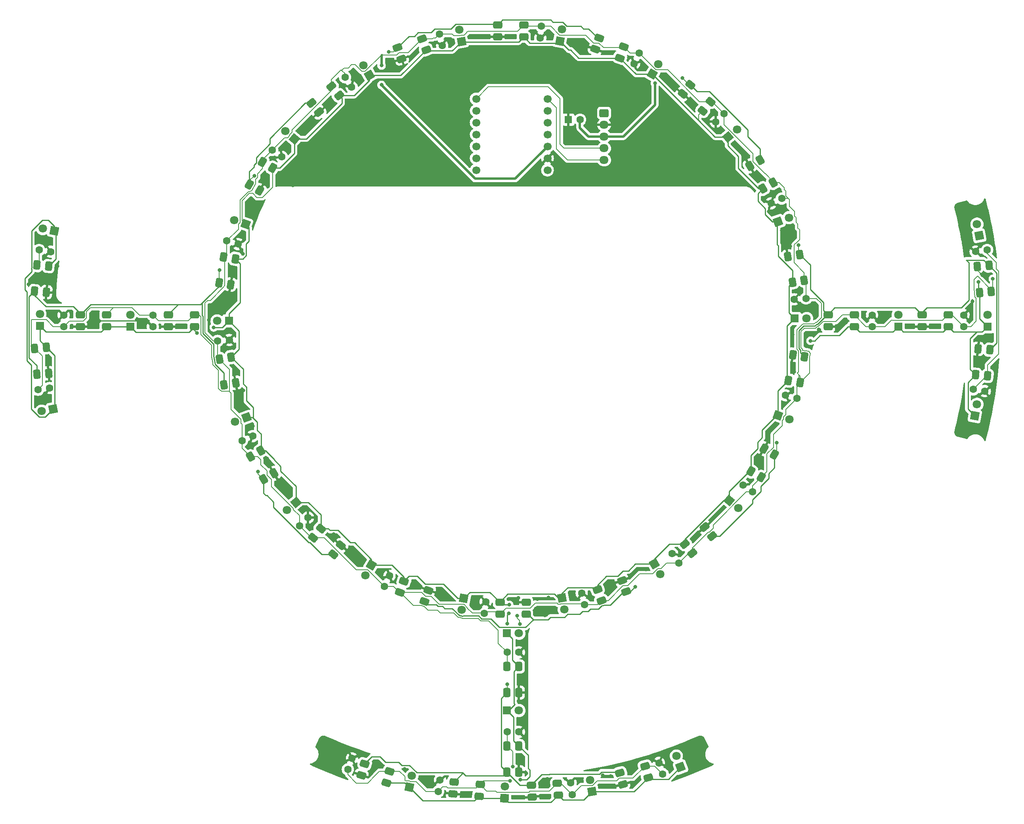
<source format=gbr>
%TF.GenerationSoftware,KiCad,Pcbnew,(6.0.11)*%
%TF.CreationDate,2024-01-27T16:05:05+09:00*%
%TF.ProjectId,engel_line_board_v2,656e6765-6c5f-46c6-996e-655f626f6172,rev?*%
%TF.SameCoordinates,Original*%
%TF.FileFunction,Copper,L1,Top*%
%TF.FilePolarity,Positive*%
%FSLAX46Y46*%
G04 Gerber Fmt 4.6, Leading zero omitted, Abs format (unit mm)*
G04 Created by KiCad (PCBNEW (6.0.11)) date 2024-01-27 16:05:05*
%MOMM*%
%LPD*%
G01*
G04 APERTURE LIST*
G04 Aperture macros list*
%AMRoundRect*
0 Rectangle with rounded corners*
0 $1 Rounding radius*
0 $2 $3 $4 $5 $6 $7 $8 $9 X,Y pos of 4 corners*
0 Add a 4 corners polygon primitive as box body*
4,1,4,$2,$3,$4,$5,$6,$7,$8,$9,$2,$3,0*
0 Add four circle primitives for the rounded corners*
1,1,$1+$1,$2,$3*
1,1,$1+$1,$4,$5*
1,1,$1+$1,$6,$7*
1,1,$1+$1,$8,$9*
0 Add four rect primitives between the rounded corners*
20,1,$1+$1,$2,$3,$4,$5,0*
20,1,$1+$1,$4,$5,$6,$7,0*
20,1,$1+$1,$6,$7,$8,$9,0*
20,1,$1+$1,$8,$9,$2,$3,0*%
%AMRotRect*
0 Rectangle, with rotation*
0 The origin of the aperture is its center*
0 $1 length*
0 $2 width*
0 $3 Rotation angle, in degrees counterclockwise*
0 Add horizontal line*
21,1,$1,$2,0,0,$3*%
G04 Aperture macros list end*
%TA.AperFunction,ComponentPad*%
%ADD10R,1.800000X1.800000*%
%TD*%
%TA.AperFunction,ComponentPad*%
%ADD11C,1.800000*%
%TD*%
%TA.AperFunction,SMDPad,CuDef*%
%ADD12RoundRect,0.381000X-0.719084X0.106023X0.229279X-0.689748X0.719084X-0.106023X-0.229279X0.689748X0*%
%TD*%
%TA.AperFunction,ComponentPad*%
%ADD13C,1.600000*%
%TD*%
%TA.AperFunction,ComponentPad*%
%ADD14RotRect,1.800000X1.800000X260.000000*%
%TD*%
%TA.AperFunction,SMDPad,CuDef*%
%ADD15RoundRect,0.381000X-0.619000X-0.381000X0.619000X-0.381000X0.619000X0.381000X-0.619000X0.381000X0*%
%TD*%
%TA.AperFunction,SMDPad,CuDef*%
%ADD16RoundRect,0.381000X0.325601X-0.649851X0.433500X0.583438X-0.325601X0.649851X-0.433500X-0.583438X0*%
%TD*%
%TA.AperFunction,ComponentPad*%
%ADD17RotRect,1.800000X1.800000X320.000000*%
%TD*%
%TA.AperFunction,SMDPad,CuDef*%
%ADD18RoundRect,0.381000X0.381000X-0.619000X0.381000X0.619000X-0.381000X0.619000X-0.381000X-0.619000X0*%
%TD*%
%TA.AperFunction,SMDPad,CuDef*%
%ADD19RoundRect,0.381000X0.719084X-0.106023X-0.229279X0.689748X-0.719084X0.106023X0.229279X-0.689748X0*%
%TD*%
%TA.AperFunction,SMDPad,CuDef*%
%ADD20RoundRect,0.381000X-0.451360X-0.569733X0.711979X-0.146312X0.451360X0.569733X-0.711979X0.146312X0*%
%TD*%
%TA.AperFunction,SMDPad,CuDef*%
%ADD21RoundRect,0.381000X0.482700X-0.543436X0.267724X0.675756X-0.482700X0.543436X-0.267724X-0.675756X0*%
%TD*%
%TA.AperFunction,SMDPad,CuDef*%
%ADD22RoundRect,0.381000X-0.639456X0.345570X-0.020456X-0.726570X0.639456X-0.345570X0.020456X0.726570X0*%
%TD*%
%TA.AperFunction,SMDPad,CuDef*%
%ADD23RoundRect,0.381000X-0.229279X-0.689748X0.719084X0.106023X0.229279X0.689748X-0.719084X-0.106023X0*%
%TD*%
%TA.AperFunction,ComponentPad*%
%ADD24RotRect,1.800000X1.800000X191.000000*%
%TD*%
%TA.AperFunction,SMDPad,CuDef*%
%ADD25RoundRect,0.381000X-0.267724X0.675756X-0.482700X-0.543436X0.267724X-0.675756X0.482700X0.543436X0*%
%TD*%
%TA.AperFunction,SMDPad,CuDef*%
%ADD26RoundRect,0.381000X-0.020456X0.726570X-0.639456X-0.345570X0.020456X-0.726570X0.639456X0.345570X0*%
%TD*%
%TA.AperFunction,ComponentPad*%
%ADD27RotRect,1.800000X1.800000X77.500000*%
%TD*%
%TA.AperFunction,SMDPad,CuDef*%
%ADD28RoundRect,0.381000X-0.499298X-0.528227X0.696518X-0.207809X0.499298X0.528227X-0.696518X0.207809X0*%
%TD*%
%TA.AperFunction,SMDPad,CuDef*%
%ADD29RoundRect,0.381000X-0.711979X-0.146312X0.451360X-0.569733X0.711979X0.146312X-0.451360X0.569733X0*%
%TD*%
%TA.AperFunction,SMDPad,CuDef*%
%ADD30RoundRect,0.381000X0.433500X-0.583438X0.325601X0.649851X-0.433500X0.583438X-0.325601X-0.649851X0*%
%TD*%
%TA.AperFunction,SMDPad,CuDef*%
%ADD31RoundRect,0.381000X0.451360X0.569733X-0.711979X0.146312X-0.451360X-0.569733X0.711979X-0.146312X0*%
%TD*%
%TA.AperFunction,ComponentPad*%
%ADD32RotRect,1.800000X1.800000X88.500000*%
%TD*%
%TA.AperFunction,SMDPad,CuDef*%
%ADD33RoundRect,0.381000X0.619000X0.381000X-0.619000X0.381000X-0.619000X-0.381000X0.619000X-0.381000X0*%
%TD*%
%TA.AperFunction,SMDPad,CuDef*%
%ADD34RoundRect,0.381000X-0.433500X0.583438X-0.325601X-0.649851X0.433500X-0.583438X0.325601X0.649851X0*%
%TD*%
%TA.AperFunction,SMDPad,CuDef*%
%ADD35RoundRect,0.381000X0.020456X-0.726570X0.639456X0.345570X-0.020456X0.726570X-0.639456X-0.345570X0*%
%TD*%
%TA.AperFunction,ComponentPad*%
%ADD36RotRect,1.800000X1.800000X169.000000*%
%TD*%
%TA.AperFunction,SMDPad,CuDef*%
%ADD37RoundRect,0.381000X0.711979X0.146312X-0.451360X0.569733X-0.711979X-0.146312X0.451360X-0.569733X0*%
%TD*%
%TA.AperFunction,SMDPad,CuDef*%
%ADD38RoundRect,0.381000X-0.325601X0.649851X-0.433500X-0.583438X0.325601X-0.649851X0.433500X0.583438X0*%
%TD*%
%TA.AperFunction,ComponentPad*%
%ADD39RotRect,1.800000X1.800000X340.000000*%
%TD*%
%TA.AperFunction,ComponentPad*%
%ADD40RotRect,1.800000X1.800000X40.000000*%
%TD*%
%TA.AperFunction,ComponentPad*%
%ADD41RotRect,1.800000X1.800000X120.000000*%
%TD*%
%TA.AperFunction,SMDPad,CuDef*%
%ADD42RoundRect,0.381000X-0.652667X-0.319917X0.579633X-0.438574X0.652667X0.319917X-0.579633X0.438574X0*%
%TD*%
%TA.AperFunction,ComponentPad*%
%ADD43RotRect,1.800000X1.800000X300.000000*%
%TD*%
%TA.AperFunction,ComponentPad*%
%ADD44RotRect,1.800000X1.800000X110.500000*%
%TD*%
%TA.AperFunction,SMDPad,CuDef*%
%ADD45RoundRect,0.381000X-0.482700X0.543436X-0.267724X-0.675756X0.482700X-0.543436X0.267724X0.675756X0*%
%TD*%
%TA.AperFunction,ComponentPad*%
%ADD46RotRect,1.800000X1.800000X100.000000*%
%TD*%
%TA.AperFunction,ComponentPad*%
%ADD47RotRect,1.800000X1.800000X99.500000*%
%TD*%
%TA.AperFunction,ComponentPad*%
%ADD48RotRect,1.800000X1.800000X101.000000*%
%TD*%
%TA.AperFunction,ComponentPad*%
%ADD49RotRect,1.800000X1.800000X200.000000*%
%TD*%
%TA.AperFunction,ComponentPad*%
%ADD50RotRect,1.800000X1.800000X80.000000*%
%TD*%
%TA.AperFunction,SMDPad,CuDef*%
%ADD51RoundRect,0.381000X0.229279X0.689748X-0.719084X-0.106023X-0.229279X-0.689748X0.719084X0.106023X0*%
%TD*%
%TA.AperFunction,SMDPad,CuDef*%
%ADD52RoundRect,0.381000X0.267724X-0.675756X0.482700X0.543436X-0.267724X0.675756X-0.482700X-0.543436X0*%
%TD*%
%TA.AperFunction,ComponentPad*%
%ADD53RotRect,1.800000X1.800000X220.000000*%
%TD*%
%TA.AperFunction,ComponentPad*%
%ADD54RotRect,1.800000X1.800000X79.500000*%
%TD*%
%TA.AperFunction,ComponentPad*%
%ADD55RotRect,1.800000X1.800000X160.000000*%
%TD*%
%TA.AperFunction,ComponentPad*%
%ADD56RotRect,1.800000X1.800000X280.000000*%
%TD*%
%TA.AperFunction,ComponentPad*%
%ADD57RotRect,1.800000X1.800000X140.000000*%
%TD*%
%TA.AperFunction,ComponentPad*%
%ADD58RotRect,1.800000X1.800000X20.000000*%
%TD*%
%TA.AperFunction,SMDPad,CuDef*%
%ADD59RoundRect,0.381000X-0.703346X-0.183374X0.480559X-0.545330X0.703346X0.183374X-0.480559X0.545330X0*%
%TD*%
%TA.AperFunction,SMDPad,CuDef*%
%ADD60RoundRect,0.381000X0.639456X-0.345570X0.020456X0.726570X-0.639456X0.345570X-0.020456X-0.726570X0*%
%TD*%
%TA.AperFunction,ComponentPad*%
%ADD61RotRect,1.800000X1.800000X240.000000*%
%TD*%
%TA.AperFunction,SMDPad,CuDef*%
%ADD62RoundRect,0.381000X-0.590915X-0.423251X0.644069X-0.336893X0.590915X0.423251X-0.644069X0.336893X0*%
%TD*%
%TA.AperFunction,ComponentPad*%
%ADD63RotRect,1.800000X1.800000X60.000000*%
%TD*%
%TA.AperFunction,ComponentPad*%
%ADD64R,1.600000X1.600000*%
%TD*%
%TA.AperFunction,ComponentPad*%
%ADD65C,1.700000*%
%TD*%
%TA.AperFunction,ComponentPad*%
%ADD66RoundRect,0.250000X-0.725000X0.600000X-0.725000X-0.600000X0.725000X-0.600000X0.725000X0.600000X0*%
%TD*%
%TA.AperFunction,ComponentPad*%
%ADD67O,1.950000X1.700000*%
%TD*%
%TA.AperFunction,ViaPad*%
%ADD68C,0.800000*%
%TD*%
%TA.AperFunction,Conductor*%
%ADD69C,0.200000*%
%TD*%
%TA.AperFunction,Conductor*%
%ADD70C,0.250000*%
%TD*%
%TA.AperFunction,Conductor*%
%ADD71C,0.500000*%
%TD*%
G04 APERTURE END LIST*
D10*
%TO.P,D28,1,K*%
%TO.N,Net-(D1-Pad1)*%
X211061000Y-206986000D03*
D11*
%TO.P,D28,2,A*%
%TO.N,R-Trim*%
X213601000Y-206986000D03*
%TD*%
D12*
%TO.P,U4,1,K(-)*%
%TO.N,Net-(D1-Pad1)*%
X252894835Y-78742230D03*
%TO.P,U4,2,VCC*%
%TO.N,+3.3V*%
X254527515Y-76796477D03*
%TO.P,U4,3,VOUT*%
%TO.N,D1*%
X250246859Y-73204580D03*
%TO.P,U4,4,GND*%
%TO.N,GND*%
X248614178Y-75150333D03*
%TD*%
D13*
%TO.P,C21,1*%
%TO.N,+3.3V*%
X135382000Y-122444000D03*
%TO.P,C21,2*%
%TO.N,GND*%
X135382000Y-124944000D03*
%TD*%
%TO.P,C29,1*%
%TO.N,+3.3V*%
X244322719Y-220553934D03*
%TO.P,C29,2*%
%TO.N,GND*%
X243529457Y-218183125D03*
%TD*%
%TO.P,C8,1*%
%TO.N,+3.3V*%
X289052000Y-124924000D03*
%TO.P,C8,2*%
%TO.N,GND*%
X289052000Y-122424000D03*
%TD*%
D14*
%TO.P,D15,1,K*%
%TO.N,Net-(D1-Pad1)*%
X201843282Y-182994750D03*
D11*
%TO.P,D15,2,A*%
%TO.N,R-Trim*%
X201402216Y-185496162D03*
%TD*%
D15*
%TO.P,U9,1,K(-)*%
%TO.N,Net-(D1-Pad1)*%
X305308000Y-124942000D03*
%TO.P,U9,2,VCC*%
%TO.N,+3.3V*%
X305308000Y-122402000D03*
%TO.P,U9,3,VOUT*%
%TO.N,D2*%
X299720000Y-122402000D03*
%TO.P,U9,4,GND*%
%TO.N,GND*%
X299720000Y-124942000D03*
%TD*%
D16*
%TO.P,U24,1,K(-)*%
%TO.N,Net-(D1-Pad1)*%
X113142407Y-111958535D03*
%TO.P,U24,2,VCC*%
%TO.N,+3.3V*%
X110612072Y-111737159D03*
%TO.P,U24,3,VOUT*%
%TO.N,D8*%
X110125046Y-117303895D03*
%TO.P,U24,4,GND*%
%TO.N,GND*%
X112655380Y-117525271D03*
%TD*%
D17*
%TO.P,D12,1,K*%
%TO.N,Net-(D1-Pad1)*%
X258559889Y-162081293D03*
D11*
%TO.P,D12,2,A*%
%TO.N,R-Trim*%
X260505642Y-163713974D03*
%TD*%
D18*
%TO.P,U28,1,K(-)*%
%TO.N,Net-(D1-Pad1)*%
X213612000Y-214606000D03*
%TO.P,U28,2,VCC*%
%TO.N,+3.3V*%
X211072000Y-214606000D03*
%TO.P,U28,3,VOUT*%
%TO.N,D10*%
X211072000Y-220194000D03*
%TO.P,U28,4,GND*%
%TO.N,GND*%
X213612000Y-220194000D03*
%TD*%
D13*
%TO.P,C4,1*%
%TO.N,+3.3V*%
X257439175Y-79371677D03*
%TO.P,C4,2*%
%TO.N,GND*%
X255640825Y-81108323D03*
%TD*%
D19*
%TO.P,U17,1,K(-)*%
%TO.N,Net-(D1-Pad1)*%
X171285165Y-168097770D03*
%TO.P,U17,2,VCC*%
%TO.N,+3.3V*%
X169652485Y-170043523D03*
%TO.P,U17,3,VOUT*%
%TO.N,D5*%
X173933141Y-173635420D03*
%TO.P,U17,4,GND*%
%TO.N,GND*%
X175565822Y-171689667D03*
%TD*%
D13*
%TO.P,C15,1*%
%TO.N,+3.3V*%
X206244340Y-186258153D03*
%TO.P,C15,2*%
%TO.N,GND*%
X206505661Y-183771848D03*
%TD*%
%TO.P,C18,1*%
%TO.N,+3.3V*%
X154433069Y-149328421D03*
%TO.P,C18,2*%
%TO.N,GND*%
X156716933Y-148311579D03*
%TD*%
D20*
%TO.P,U1,1,K(-)*%
%TO.N,Net-(D1-Pad1)*%
X193800334Y-65743091D03*
%TO.P,U1,2,VCC*%
%TO.N,+3.3V*%
X192931603Y-63356272D03*
%TO.P,U1,3,VOUT*%
%TO.N,D0*%
X187680600Y-65267481D03*
%TO.P,U1,4,GND*%
%TO.N,GND*%
X188549331Y-67654300D03*
%TD*%
D21*
%TO.P,U19,1,K(-)*%
%TO.N,Net-(D1-Pad1)*%
X152113366Y-131416315D03*
%TO.P,U19,2,VCC*%
%TO.N,+3.3V*%
X149611954Y-131857381D03*
%TO.P,U19,3,VOUT*%
%TO.N,D8*%
X150582300Y-137360487D03*
%TO.P,U19,4,GND*%
%TO.N,GND*%
X153083712Y-136919421D03*
%TD*%
D13*
%TO.P,C3,1*%
%TO.N,+3.3V*%
X239307964Y-66416508D03*
%TO.P,C3,2*%
%TO.N,GND*%
X238212036Y-68663493D03*
%TD*%
D22*
%TO.P,U5,1,K(-)*%
%TO.N,Net-(D1-Pad1)*%
X265714699Y-95392705D03*
%TO.P,U5,2,VCC*%
%TO.N,+3.3V*%
X267914404Y-94122705D03*
%TO.P,U5,3,VOUT*%
%TO.N,D1*%
X265120404Y-89283355D03*
%TO.P,U5,4,GND*%
%TO.N,GND*%
X262920699Y-90553355D03*
%TD*%
D13*
%TO.P,C1,1*%
%TO.N,+3.3V*%
X196608755Y-62378045D03*
%TO.P,C1,2*%
%TO.N,GND*%
X197213560Y-64803784D03*
%TD*%
D10*
%TO.P,D6,1,K*%
%TO.N,Net-(D1-Pad1)*%
X272539000Y-123166000D03*
D11*
%TO.P,D6,2,A*%
%TO.N,R-Trim*%
X275079000Y-123166000D03*
%TD*%
D10*
%TO.P,D22,1,K*%
%TO.N,Net-(D1-Pad1)*%
X111252000Y-124716000D03*
D11*
%TO.P,D22,2,A*%
%TO.N,R-Trim*%
X111252000Y-122176000D03*
%TD*%
D13*
%TO.P,C10,1*%
%TO.N,+3.3V*%
X313656270Y-108503238D03*
%TO.P,C10,2*%
%TO.N,GND*%
X311183730Y-108872762D03*
%TD*%
D10*
%TO.P,D19,1,K*%
%TO.N,Net-(D1-Pad1)*%
X151641000Y-123674000D03*
D11*
%TO.P,D19,2,A*%
%TO.N,R-Trim*%
X149101000Y-123674000D03*
%TD*%
D13*
%TO.P,C17,1*%
%TO.N,+3.3V*%
X166740825Y-167468323D03*
%TO.P,C17,2*%
%TO.N,GND*%
X168539175Y-165731677D03*
%TD*%
%TO.P,C6,1*%
%TO.N,+3.3V*%
X274931955Y-118887805D03*
%TO.P,C6,2*%
%TO.N,GND*%
X272438045Y-119062196D03*
%TD*%
D23*
%TO.P,U26,1,K(-)*%
%TO.N,Net-(D1-Pad1)*%
X175176671Y-75476869D03*
%TO.P,U26,2,VCC*%
%TO.N,+3.3V*%
X173543990Y-73531116D03*
%TO.P,U26,3,VOUT*%
%TO.N,D9*%
X169263334Y-77123013D03*
%TO.P,U26,4,GND*%
%TO.N,GND*%
X170896014Y-79068766D03*
%TD*%
D24*
%TO.P,D23,1,K*%
%TO.N,Net-(D1-Pad1)*%
X114106950Y-142492343D03*
D11*
%TO.P,D23,2,A*%
%TO.N,R-Trim*%
X111613617Y-142976998D03*
%TD*%
D25*
%TO.P,U7,1,K(-)*%
%TO.N,Net-(D1-Pad1)*%
X271184502Y-136419139D03*
%TO.P,U7,2,VCC*%
%TO.N,+3.3V*%
X273685914Y-136860205D03*
%TO.P,U7,3,VOUT*%
%TO.N,D2*%
X274656260Y-131357099D03*
%TO.P,U7,4,GND*%
%TO.N,GND*%
X272154848Y-130916033D03*
%TD*%
D26*
%TO.P,U12,1,K(-)*%
%TO.N,Net-(D1-Pad1)*%
X263174699Y-155846705D03*
%TO.P,U12,2,VCC*%
%TO.N,+3.3V*%
X265374404Y-157116705D03*
%TO.P,U12,3,VOUT*%
%TO.N,D3*%
X268168404Y-152277355D03*
%TO.P,U12,4,GND*%
%TO.N,GND*%
X265968699Y-151007355D03*
%TD*%
D27*
%TO.P,D32,1,K*%
%TO.N,Net-(D1-Pad1)*%
X190181706Y-223415469D03*
D11*
%TO.P,D32,2,A*%
%TO.N,R-Trim*%
X190731463Y-220935677D03*
%TD*%
D28*
%TO.P,U29,1,K(-)*%
%TO.N,Net-(D1-Pad1)*%
X241215774Y-221323682D03*
%TO.P,U29,2,VCC*%
%TO.N,+3.3V*%
X240558374Y-218870231D03*
%TO.P,U29,3,VOUT*%
%TO.N,D10*%
X235160780Y-220316512D03*
%TO.P,U29,4,GND*%
%TO.N,GND*%
X235818180Y-222769963D03*
%TD*%
D29*
%TO.P,U3,1,K(-)*%
%TO.N,Net-(D1-Pad1)*%
X235153305Y-67480553D03*
%TO.P,U3,2,VCC*%
%TO.N,+3.3V*%
X236022036Y-65093734D03*
%TO.P,U3,3,VOUT*%
%TO.N,D0*%
X230771033Y-63182525D03*
%TO.P,U3,4,GND*%
%TO.N,GND*%
X229902302Y-65569344D03*
%TD*%
D30*
%TO.P,U23,1,K(-)*%
%TO.N,Net-(D1-Pad1)*%
X112655380Y-129314729D03*
%TO.P,U23,2,VCC*%
%TO.N,+3.3V*%
X110125046Y-129536105D03*
%TO.P,U23,3,VOUT*%
%TO.N,D8*%
X110612072Y-135102841D03*
%TO.P,U23,4,GND*%
%TO.N,GND*%
X113142407Y-134881465D03*
%TD*%
D31*
%TO.P,U14,1,K(-)*%
%TO.N,Net-(D1-Pad1)*%
X230379666Y-181096909D03*
%TO.P,U14,2,VCC*%
%TO.N,+3.3V*%
X231248397Y-183483728D03*
%TO.P,U14,3,VOUT*%
%TO.N,D4*%
X236499400Y-181572519D03*
%TO.P,U14,4,GND*%
%TO.N,GND*%
X235630669Y-179185700D03*
%TD*%
D32*
%TO.P,D31,1,K*%
%TO.N,Net-(D1-Pad1)*%
X210545424Y-225790587D03*
D11*
%TO.P,D31,2,A*%
%TO.N,R-Trim*%
X210611913Y-223251457D03*
%TD*%
D33*
%TO.P,U15,1,K(-)*%
%TO.N,Net-(D1-Pad1)*%
X209550000Y-183874000D03*
%TO.P,U15,2,VCC*%
%TO.N,+3.3V*%
X209550000Y-186414000D03*
%TO.P,U15,3,VOUT*%
%TO.N,D4*%
X215138000Y-186414000D03*
%TO.P,U15,4,GND*%
%TO.N,GND*%
X215138000Y-183874000D03*
%TD*%
D34*
%TO.P,U10,1,K(-)*%
%TO.N,Net-(D1-Pad1)*%
X311998151Y-117617865D03*
%TO.P,U10,2,VCC*%
%TO.N,+3.3V*%
X314528485Y-117396489D03*
%TO.P,U10,3,VOUT*%
%TO.N,D2*%
X314041459Y-111829753D03*
%TO.P,U10,4,GND*%
%TO.N,GND*%
X311511124Y-112051129D03*
%TD*%
D35*
%TO.P,U25,1,K(-)*%
%TO.N,Net-(D1-Pad1)*%
X160991229Y-90993295D03*
%TO.P,U25,2,VCC*%
%TO.N,+3.3V*%
X158791524Y-89723295D03*
%TO.P,U25,3,VOUT*%
%TO.N,D9*%
X155997524Y-94562645D03*
%TO.P,U25,4,GND*%
%TO.N,GND*%
X158197229Y-95832645D03*
%TD*%
D15*
%TO.P,U2,1,K(-)*%
%TO.N,Net-(D1-Pad1)*%
X214630000Y-62966000D03*
%TO.P,U2,2,VCC*%
%TO.N,+3.3V*%
X214630000Y-60426000D03*
%TO.P,U2,3,VOUT*%
%TO.N,D0*%
X209042000Y-60426000D03*
%TO.P,U2,4,GND*%
%TO.N,GND*%
X209042000Y-62966000D03*
%TD*%
D13*
%TO.P,C19,1*%
%TO.N,+3.3V*%
X149248045Y-127952196D03*
%TO.P,C19,2*%
%TO.N,GND*%
X151741955Y-127777805D03*
%TD*%
%TO.P,C11,1*%
%TO.N,+3.3V*%
X310675730Y-138322838D03*
%TO.P,C11,2*%
%TO.N,GND*%
X313148270Y-138692362D03*
%TD*%
%TO.P,C7,1*%
%TO.N,+3.3V*%
X272981577Y-140274547D03*
%TO.P,C7,2*%
%TO.N,GND*%
X270578423Y-139585454D03*
%TD*%
D36*
%TO.P,D24,1,K*%
%TO.N,Net-(D1-Pad1)*%
X114352246Y-104443098D03*
D11*
%TO.P,D24,2,A*%
%TO.N,R-Trim*%
X111858913Y-103958443D03*
%TD*%
D37*
%TO.P,U16,1,K(-)*%
%TO.N,Net-(D1-Pad1)*%
X189026695Y-179359447D03*
%TO.P,U16,2,VCC*%
%TO.N,+3.3V*%
X188157964Y-181746266D03*
%TO.P,U16,3,VOUT*%
%TO.N,D4*%
X193408967Y-183657475D03*
%TO.P,U16,4,GND*%
%TO.N,GND*%
X194277698Y-181270656D03*
%TD*%
D38*
%TO.P,U11,1,K(-)*%
%TO.N,Net-(D1-Pad1)*%
X311213454Y-135202815D03*
%TO.P,U11,2,VCC*%
%TO.N,+3.3V*%
X313743789Y-135424191D03*
%TO.P,U11,3,VOUT*%
%TO.N,D2*%
X314230815Y-129857455D03*
%TO.P,U11,4,GND*%
%TO.N,GND*%
X311700481Y-129636079D03*
%TD*%
D15*
%TO.P,U21,1,K(-)*%
%TO.N,Net-(D1-Pad1)*%
X144272000Y-124942000D03*
%TO.P,U21,2,VCC*%
%TO.N,+3.3V*%
X144272000Y-122402000D03*
%TO.P,U21,3,VOUT*%
%TO.N,D8*%
X138684000Y-122402000D03*
%TO.P,U21,4,GND*%
%TO.N,GND*%
X138684000Y-124942000D03*
%TD*%
D10*
%TO.P,D27,1,K*%
%TO.N,Net-(D1-Pad1)*%
X211068000Y-190476000D03*
D11*
%TO.P,D27,2,A*%
%TO.N,R-Trim*%
X213608000Y-190476000D03*
%TD*%
D13*
%TO.P,C22,1*%
%TO.N,+3.3V*%
X116332000Y-124924000D03*
%TO.P,C22,2*%
%TO.N,GND*%
X116332000Y-122424000D03*
%TD*%
D10*
%TO.P,D21,1,K*%
%TO.N,Net-(D1-Pad1)*%
X130556000Y-124880000D03*
D11*
%TO.P,D21,2,A*%
%TO.N,R-Trim*%
X130556000Y-122340000D03*
%TD*%
D39*
%TO.P,D7,1,K*%
%TO.N,Net-(D1-Pad1)*%
X268980352Y-143856094D03*
D11*
%TO.P,D7,2,A*%
%TO.N,R-Trim*%
X271367171Y-144724825D03*
%TD*%
D40*
%TO.P,D4,1,K*%
%TO.N,Net-(D1-Pad1)*%
X258233352Y-84369556D03*
D11*
%TO.P,D4,2,A*%
%TO.N,R-Trim*%
X260179105Y-82736875D03*
%TD*%
D41*
%TO.P,D26,1,K*%
%TO.N,Net-(D1-Pad1)*%
X181645530Y-71196630D03*
D11*
%TO.P,D26,2,A*%
%TO.N,R-Trim*%
X180375530Y-68996925D03*
%TD*%
D42*
%TO.P,U31,1,K(-)*%
%TO.N,Net-(D1-Pad1)*%
X205084710Y-225323718D03*
%TO.P,U31,2,VCC*%
%TO.N,+3.3V*%
X205328159Y-222795412D03*
%TO.P,U31,3,VOUT*%
%TO.N,D10*%
X199765885Y-222259826D03*
%TO.P,U31,4,GND*%
%TO.N,GND*%
X199522436Y-224788132D03*
%TD*%
D13*
%TO.P,C25,1*%
%TO.N,+3.3V*%
X160913729Y-87125269D03*
%TO.P,C25,2*%
%TO.N,GND*%
X162936271Y-88594732D03*
%TD*%
D43*
%TO.P,D13,1,K*%
%TO.N,Net-(D1-Pad1)*%
X242534470Y-175643370D03*
D11*
%TO.P,D13,2,A*%
%TO.N,R-Trim*%
X243804470Y-177843075D03*
%TD*%
D13*
%TO.P,C28,1*%
%TO.N,+3.3V*%
X211094000Y-211558000D03*
%TO.P,C28,2*%
%TO.N,GND*%
X213594000Y-211558000D03*
%TD*%
D10*
%TO.P,D9,1,K*%
%TO.N,Net-(D1-Pad1)*%
X313690000Y-124920000D03*
D11*
%TO.P,D9,2,A*%
%TO.N,R-Trim*%
X313690000Y-122380000D03*
%TD*%
D44*
%TO.P,D29,1,K*%
%TO.N,Net-(D1-Pad1)*%
X248134167Y-219099222D03*
D11*
%TO.P,D29,2,A*%
%TO.N,R-Trim*%
X247244640Y-216720075D03*
%TD*%
D45*
%TO.P,U6,1,K(-)*%
%TO.N,Net-(D1-Pad1)*%
X272066634Y-115423685D03*
%TO.P,U6,2,VCC*%
%TO.N,+3.3V*%
X274568046Y-114982619D03*
%TO.P,U6,3,VOUT*%
%TO.N,D2*%
X273597700Y-109479513D03*
%TO.P,U6,4,GND*%
%TO.N,GND*%
X271096288Y-109920579D03*
%TD*%
D13*
%TO.P,C30,1*%
%TO.N,+3.3V*%
X224971621Y-224970947D03*
%TO.P,C30,2*%
%TO.N,GND*%
X224666948Y-222489582D03*
%TD*%
D46*
%TO.P,D1,1,K*%
%TO.N,Net-(D1-Pad1)*%
X201343000Y-63933463D03*
D11*
%TO.P,D1,2,A*%
%TO.N,R-Trim*%
X200901934Y-61432051D03*
%TD*%
D47*
%TO.P,D30,1,K*%
%TO.N,Net-(D1-Pad1)*%
X229235945Y-224341177D03*
D11*
%TO.P,D30,2,A*%
%TO.N,R-Trim*%
X228816724Y-221836012D03*
%TD*%
D13*
%TO.P,C2,1*%
%TO.N,+3.3V*%
X218428327Y-60684867D03*
%TO.P,C2,2*%
%TO.N,GND*%
X218167006Y-63171172D03*
%TD*%
D48*
%TO.P,D10,1,K*%
%TO.N,Net-(D1-Pad1)*%
X311949898Y-105483693D03*
D11*
%TO.P,D10,2,A*%
%TO.N,R-Trim*%
X311465243Y-102990360D03*
%TD*%
D49*
%TO.P,D18,1,K*%
%TO.N,Net-(D1-Pad1)*%
X155373394Y-144333458D03*
D11*
%TO.P,D18,2,A*%
%TO.N,R-Trim*%
X152986575Y-145202189D03*
%TD*%
D13*
%TO.P,C9,1*%
%TO.N,+3.3V*%
X308610000Y-124924000D03*
%TO.P,C9,2*%
%TO.N,GND*%
X308610000Y-122424000D03*
%TD*%
D50*
%TO.P,D2,1,K*%
%TO.N,Net-(D1-Pad1)*%
X222336718Y-63845250D03*
D11*
%TO.P,D2,2,A*%
%TO.N,R-Trim*%
X222777784Y-61343838D03*
%TD*%
D13*
%TO.P,C16,1*%
%TO.N,+3.3V*%
X184872036Y-180423493D03*
%TO.P,C16,2*%
%TO.N,GND*%
X185967964Y-178176508D03*
%TD*%
D18*
%TO.P,U27,1,K(-)*%
%TO.N,Net-(D1-Pad1)*%
X213611000Y-197588000D03*
%TO.P,U27,2,VCC*%
%TO.N,+3.3V*%
X211071000Y-197588000D03*
%TO.P,U27,3,VOUT*%
%TO.N,D10*%
X211071000Y-203176000D03*
%TO.P,U27,4,GND*%
%TO.N,GND*%
X213611000Y-203176000D03*
%TD*%
D51*
%TO.P,U13,1,K(-)*%
%TO.N,Net-(D1-Pad1)*%
X249003329Y-171363131D03*
%TO.P,U13,2,VCC*%
%TO.N,+3.3V*%
X250636010Y-173308884D03*
%TO.P,U13,3,VOUT*%
%TO.N,D3*%
X254916666Y-169716987D03*
%TO.P,U13,4,GND*%
%TO.N,GND*%
X253283986Y-167771234D03*
%TD*%
D15*
%TO.P,U8,1,K(-)*%
%TO.N,Net-(D1-Pad1)*%
X285242000Y-124942000D03*
%TO.P,U8,2,VCC*%
%TO.N,+3.3V*%
X285242000Y-122402000D03*
%TO.P,U8,3,VOUT*%
%TO.N,D2*%
X279654000Y-122402000D03*
%TO.P,U8,4,GND*%
%TO.N,GND*%
X279654000Y-124942000D03*
%TD*%
%TO.P,U22,1,K(-)*%
%TO.N,Net-(D1-Pad1)*%
X125476000Y-124942000D03*
%TO.P,U22,2,VCC*%
%TO.N,+3.3V*%
X125476000Y-122402000D03*
%TO.P,U22,3,VOUT*%
%TO.N,D8*%
X119888000Y-122402000D03*
%TO.P,U22,4,GND*%
%TO.N,GND*%
X119888000Y-124942000D03*
%TD*%
D52*
%TO.P,U20,1,K(-)*%
%TO.N,Net-(D1-Pad1)*%
X152995498Y-110420861D03*
%TO.P,U20,2,VCC*%
%TO.N,+3.3V*%
X150494086Y-109979795D03*
%TO.P,U20,3,VOUT*%
%TO.N,D8*%
X149523740Y-115482901D03*
%TO.P,U20,4,GND*%
%TO.N,GND*%
X152025152Y-115923967D03*
%TD*%
D53*
%TO.P,D17,1,K*%
%TO.N,Net-(D1-Pad1)*%
X165946648Y-162470444D03*
D11*
%TO.P,D17,2,A*%
%TO.N,R-Trim*%
X164000895Y-164103125D03*
%TD*%
D54*
%TO.P,D11,1,K*%
%TO.N,Net-(D1-Pad1)*%
X311018339Y-144005506D03*
D11*
%TO.P,D11,2,A*%
%TO.N,R-Trim*%
X311481217Y-141508039D03*
%TD*%
D13*
%TO.P,C27,1*%
%TO.N,+3.3V*%
X211093000Y-194540000D03*
%TO.P,C27,2*%
%TO.N,GND*%
X213593000Y-194540000D03*
%TD*%
D55*
%TO.P,D20,1,K*%
%TO.N,Net-(D1-Pad1)*%
X155199648Y-102983906D03*
D11*
%TO.P,D20,2,A*%
%TO.N,R-Trim*%
X152812829Y-102115175D03*
%TD*%
D56*
%TO.P,D14,1,K*%
%TO.N,Net-(D1-Pad1)*%
X222837000Y-182906537D03*
D11*
%TO.P,D14,2,A*%
%TO.N,R-Trim*%
X223278066Y-185407949D03*
%TD*%
D57*
%TO.P,D25,1,K*%
%TO.N,Net-(D1-Pad1)*%
X165620111Y-84758707D03*
D11*
%TO.P,D25,2,A*%
%TO.N,R-Trim*%
X163674358Y-83126026D03*
%TD*%
D13*
%TO.P,C24,1*%
%TO.N,+3.3V*%
X111094098Y-108527450D03*
%TO.P,C24,2*%
%TO.N,GND*%
X113567279Y-108892658D03*
%TD*%
D58*
%TO.P,D5,1,K*%
%TO.N,Net-(D1-Pad1)*%
X268935200Y-102465000D03*
D11*
%TO.P,D5,2,A*%
%TO.N,R-Trim*%
X271322019Y-101596269D03*
%TD*%
D13*
%TO.P,C20,1*%
%TO.N,+3.3V*%
X151198423Y-106565454D03*
%TO.P,C20,2*%
%TO.N,GND*%
X153601577Y-107254547D03*
%TD*%
%TO.P,C14,1*%
%TO.N,+3.3V*%
X227632403Y-184322870D03*
%TO.P,C14,2*%
%TO.N,GND*%
X227027598Y-181897131D03*
%TD*%
%TO.P,C5,1*%
%TO.N,+3.3V*%
X269746932Y-97511579D03*
%TO.P,C5,2*%
%TO.N,GND*%
X267463068Y-98528421D03*
%TD*%
D59*
%TO.P,U32,1,K(-)*%
%TO.N,Net-(D1-Pad1)*%
X185261515Y-222438402D03*
%TO.P,U32,2,VCC*%
%TO.N,+3.3V*%
X186004139Y-220009388D03*
%TO.P,U32,3,VOUT*%
%TO.N,D10*%
X180660308Y-218375615D03*
%TO.P,U32,4,GND*%
%TO.N,GND*%
X179917684Y-220804629D03*
%TD*%
D60*
%TO.P,U18,1,K(-)*%
%TO.N,Net-(D1-Pad1)*%
X158465301Y-151447295D03*
%TO.P,U18,2,VCC*%
%TO.N,+3.3V*%
X156265596Y-152717295D03*
%TO.P,U18,3,VOUT*%
%TO.N,D5*%
X159059596Y-157556645D03*
%TO.P,U18,4,GND*%
%TO.N,GND*%
X161259301Y-156286645D03*
%TD*%
D13*
%TO.P,C26,1*%
%TO.N,+3.3V*%
X176466009Y-71583703D03*
%TO.P,C26,2*%
%TO.N,GND*%
X177863991Y-73656297D03*
%TD*%
%TO.P,C13,1*%
%TO.N,+3.3V*%
X247741950Y-175490000D03*
%TO.P,C13,2*%
%TO.N,GND*%
X246343968Y-173417406D03*
%TD*%
D10*
%TO.P,D8,1,K*%
%TO.N,Net-(D1-Pad1)*%
X294640000Y-124944000D03*
D11*
%TO.P,D8,2,A*%
%TO.N,R-Trim*%
X294640000Y-122404000D03*
%TD*%
D61*
%TO.P,D16,1,K*%
%TO.N,Net-(D1-Pad1)*%
X182085470Y-175897370D03*
D11*
%TO.P,D16,2,A*%
%TO.N,R-Trim*%
X180815470Y-178097075D03*
%TD*%
D62*
%TO.P,U30,1,K(-)*%
%TO.N,Net-(D1-Pad1)*%
X221999749Y-225082375D03*
%TO.P,U30,2,VCC*%
%TO.N,+3.3V*%
X221822568Y-222548563D03*
%TO.P,U30,3,VOUT*%
%TO.N,D10*%
X216248180Y-222938362D03*
%TO.P,U30,4,GND*%
%TO.N,GND*%
X216425361Y-225472175D03*
%TD*%
D13*
%TO.P,C23,1*%
%TO.N,+3.3V*%
X110853629Y-138395450D03*
%TO.P,C23,2*%
%TO.N,GND*%
X113326810Y-138030242D03*
%TD*%
%TO.P,C31,1*%
%TO.N,+3.3V*%
X196370792Y-224290862D03*
%TO.P,C31,2*%
%TO.N,GND*%
X196761878Y-221821641D03*
%TD*%
D63*
%TO.P,D3,1,K*%
%TO.N,Net-(D1-Pad1)*%
X242094530Y-70942631D03*
D11*
%TO.P,D3,2,A*%
%TO.N,R-Trim*%
X243364530Y-68742926D03*
%TD*%
D13*
%TO.P,C12,1*%
%TO.N,+3.3V*%
X263525000Y-160250000D03*
%TO.P,C12,2*%
%TO.N,GND*%
X261502458Y-158780537D03*
%TD*%
%TO.P,C32,1*%
%TO.N,+3.3V*%
X177060359Y-219581672D03*
%TO.P,C32,2*%
%TO.N,GND*%
X177927698Y-217236950D03*
%TD*%
D64*
%TO.P,C33,1*%
%TO.N,GND*%
X224180400Y-80646400D03*
D13*
%TO.P,C33,2*%
%TO.N,R-Trim*%
X226680400Y-80646400D03*
%TD*%
D65*
%TO.P,U33,1,PA02_A0_D0*%
%TO.N,D0*%
X204470000Y-91440000D03*
%TO.P,U33,2,PA4_A1_D1*%
%TO.N,D1*%
X204470000Y-88900000D03*
%TO.P,U33,3,PA10_A2_D2*%
%TO.N,D2*%
X204470000Y-86360000D03*
%TO.P,U33,4,PA11_A3_D3*%
%TO.N,D3*%
X204470000Y-83820000D03*
%TO.P,U33,5,PA8_A4_D4_SDA*%
%TO.N,D4*%
X204470000Y-81280000D03*
%TO.P,U33,6,PA9_A5_D5_SCL*%
%TO.N,D5*%
X204470000Y-78740000D03*
%TO.P,U33,7,PB08_A6_D6_TX*%
%TO.N,Tx*%
X204470000Y-76200000D03*
%TO.P,U33,8,PB09_A7_D7_RX*%
%TO.N,Rx*%
X219710000Y-76200000D03*
%TO.P,U33,9,PA7_A8_D8_SCK*%
%TO.N,D8*%
X219710000Y-78740000D03*
%TO.P,U33,10,PA5_A9_D9_MISO*%
%TO.N,D9*%
X219710000Y-81280000D03*
%TO.P,U33,11,PA6_A10_D10_MOSI*%
%TO.N,D10*%
X219710000Y-83820000D03*
%TO.P,U33,12,3V3*%
%TO.N,+3.3V*%
X219710000Y-86360000D03*
%TO.P,U33,13,GND*%
%TO.N,GND*%
X219710000Y-88900000D03*
%TO.P,U33,14,5V*%
%TO.N,+5V*%
X219710000Y-91440000D03*
%TD*%
D66*
%TO.P,J1,1,Pin_1*%
%TO.N,+5V*%
X231804800Y-79253200D03*
D67*
%TO.P,J1,2,Pin_2*%
%TO.N,GND*%
X231804800Y-81753200D03*
%TO.P,J1,3,Pin_3*%
%TO.N,R-Trim*%
X231804800Y-84253200D03*
%TO.P,J1,4,Pin_4*%
%TO.N,Tx*%
X231804800Y-86753200D03*
%TO.P,J1,5,Pin_5*%
%TO.N,Rx*%
X231804800Y-89253200D03*
%TD*%
D68*
%TO.N,+3.3V*%
X314858400Y-114682400D03*
X211734400Y-222022800D03*
X212264841Y-219025186D03*
X184251600Y-69064000D03*
X184251600Y-73229600D03*
%TO.N,GND*%
X225602800Y-183160800D03*
X200558400Y-91619200D03*
X203911200Y-182856000D03*
X193802000Y-85320000D03*
X251764800Y-169190800D03*
X227228400Y-63882400D03*
X152908000Y-133834000D03*
X269290800Y-95683200D03*
X215138000Y-220397200D03*
X159004000Y-93041600D03*
X213766400Y-209272000D03*
X168859200Y-167666800D03*
X269748000Y-104370000D03*
X165303200Y-94667200D03*
X245770400Y-72823200D03*
X204724000Y-185091200D03*
X241147600Y-72620000D03*
X151993600Y-112396400D03*
X228904800Y-182754400D03*
X238353600Y-219228800D03*
X291490400Y-122658000D03*
X190754000Y-73636000D03*
X311200800Y-132767200D03*
X308305200Y-143435200D03*
X250291600Y-76836400D03*
X193751200Y-67743200D03*
X275336000Y-121083200D03*
X218440000Y-223038800D03*
X175717200Y-73382000D03*
X219913200Y-182805200D03*
X265836400Y-97664400D03*
X186994800Y-70080000D03*
X314756800Y-106808400D03*
X258876800Y-89028400D03*
X164388800Y-87301200D03*
X110896400Y-106402000D03*
X262077200Y-88164800D03*
X177393600Y-173610400D03*
X178054000Y-70181600D03*
X313690000Y-126874400D03*
X267766800Y-100864800D03*
X221640400Y-68759200D03*
X194513200Y-222886400D03*
X314096400Y-140590400D03*
X202234800Y-225070800D03*
X233375200Y-66371600D03*
X265277600Y-155068400D03*
X219151200Y-186615200D03*
X155854400Y-99544000D03*
X312623200Y-113920400D03*
X213461600Y-182957600D03*
X266954000Y-100255200D03*
X282651200Y-124334400D03*
X312928000Y-131852800D03*
X160020000Y-154560400D03*
X287375600Y-122505600D03*
X214274400Y-218162000D03*
X277012400Y-122708800D03*
X244246400Y-75261600D03*
X186893200Y-68962400D03*
X197002400Y-183008400D03*
X173329600Y-82780000D03*
X244195600Y-79020800D03*
X272389600Y-134545200D03*
X302463200Y-124690000D03*
X240182400Y-72061200D03*
X271932400Y-138456800D03*
X263042400Y-157862400D03*
X313791600Y-143841600D03*
X172415200Y-91162000D03*
X187452000Y-72416800D03*
X235762800Y-71451600D03*
X211074000Y-62917200D03*
X198983600Y-183160800D03*
X259080000Y-91670000D03*
X203352400Y-68860800D03*
X219049600Y-225477200D03*
X154686500Y-138583800D03*
X268401800Y-145848200D03*
X233832400Y-180519200D03*
X217170000Y-185192800D03*
X179578000Y-72264400D03*
X256641600Y-85828000D03*
X115011200Y-111990000D03*
X191109600Y-180163600D03*
X133248400Y-124232800D03*
X211378800Y-183211600D03*
X231546400Y-220854400D03*
X197408800Y-69114800D03*
X247294400Y-73483600D03*
X173380400Y-76785600D03*
X214172800Y-225528000D03*
X152806400Y-113869600D03*
X274980400Y-129058800D03*
X162966400Y-94260800D03*
X226618800Y-68810000D03*
X254863600Y-166142800D03*
X156768800Y-146178400D03*
X174040800Y-169292400D03*
X147370800Y-123470800D03*
X233832400Y-69064000D03*
X189179200Y-219508200D03*
X115011200Y-119559200D03*
X199898000Y-67082800D03*
X163728400Y-86234400D03*
X160985200Y-88926800D03*
X183489600Y-218238200D03*
X214630000Y-212777200D03*
X257403600Y-163602800D03*
X226618800Y-221870400D03*
X307594000Y-147499200D03*
X273405600Y-117324000D03*
X264464800Y-152680800D03*
X180086000Y-175185200D03*
X166370000Y-83135600D03*
X245516400Y-219076400D03*
X203504800Y-65406400D03*
X259740400Y-86031200D03*
X272542000Y-120930800D03*
X159969200Y-94921200D03*
X240944400Y-75414000D03*
X233222800Y-221006800D03*
X270459200Y-141352400D03*
X312115200Y-107316400D03*
X237185200Y-220346400D03*
X272034000Y-126620400D03*
X167741600Y-163602800D03*
X188264800Y-69470400D03*
X240741200Y-176810800D03*
X212445600Y-62866400D03*
X217576400Y-183160800D03*
X191668400Y-66168400D03*
X239217200Y-221819600D03*
X224790000Y-181941600D03*
X182219600Y-219838400D03*
X231902000Y-223242000D03*
X153771600Y-105436800D03*
X183591200Y-177318800D03*
X170078400Y-81103600D03*
X197002400Y-181332000D03*
X191058800Y-91314400D03*
X177800000Y-172137200D03*
X214782400Y-192152400D03*
X167233600Y-86031200D03*
X224434400Y-64441200D03*
X172974000Y-78055600D03*
X159816800Y-153087200D03*
X163880800Y-91568400D03*
X219659200Y-221616400D03*
X250850400Y-170156000D03*
X153822400Y-142165200D03*
X248005600Y-173051600D03*
X154838400Y-105106600D03*
X152704800Y-129465200D03*
X240385600Y-69318000D03*
X232206800Y-180214400D03*
X312826400Y-147804000D03*
X237134400Y-67387600D03*
X310235600Y-122658000D03*
X213410800Y-216587200D03*
X271576800Y-107722800D03*
X310489600Y-119483000D03*
X237439200Y-178131600D03*
X113080800Y-132360800D03*
X123037600Y-123674000D03*
X221488000Y-65812800D03*
X141325600Y-124944000D03*
X227787200Y-66270000D03*
X108876100Y-115825400D03*
X182372000Y-74245600D03*
X154635200Y-109348400D03*
X277672800Y-125553600D03*
X192709800Y-221413200D03*
X157988000Y-98426400D03*
X122174000Y-124893200D03*
%TO.N,R-Trim*%
X242671600Y-72874000D03*
%TO.N,D0*%
X185826400Y-66129300D03*
%TO.N,D1*%
X248513600Y-71756400D03*
%TO.N,D2*%
X273354800Y-107468800D03*
%TO.N,D3*%
X268669500Y-149734400D03*
%TO.N,D4*%
X238455200Y-180519200D03*
%TO.N,D5*%
X157886400Y-155932000D03*
%TO.N,D8*%
X149682200Y-112777400D03*
%TO.N,D9*%
X157060222Y-92621822D03*
%TO.N,D10*%
X211074000Y-201398000D03*
X213817200Y-188481500D03*
X213258400Y-186728500D03*
%TO.N,Net-(D1-Pad1)*%
X148401500Y-125070509D03*
X211124800Y-188444000D03*
X144856200Y-126239400D03*
X211531200Y-184380000D03*
X275906500Y-127941200D03*
X311810400Y-115393600D03*
X213918800Y-221819600D03*
X211429600Y-186208800D03*
%TD*%
D69*
%TO.N,+3.3V*%
X147082840Y-119305200D02*
X147662641Y-119305200D01*
X146507200Y-119880840D02*
X147082840Y-119305200D01*
X146507200Y-126201302D02*
X146507200Y-119880840D01*
X148258094Y-127952196D02*
X146507200Y-126201302D01*
X149248045Y-127952196D02*
X148258094Y-127952196D01*
X147662641Y-119305200D02*
X150413136Y-116554705D01*
D70*
%TO.N,D8*%
X145948400Y-119838600D02*
X147383500Y-118403500D01*
X145948400Y-122514159D02*
X145948400Y-119838600D01*
X148383199Y-128678341D02*
X146068600Y-126363742D01*
X146068600Y-126363742D02*
X146068600Y-122634359D01*
X150582300Y-134826288D02*
X148699737Y-132943725D01*
X148699737Y-132943725D02*
X148383199Y-131148548D01*
X148383199Y-131148548D02*
X148383199Y-128678341D01*
X146068600Y-122634359D02*
X145948400Y-122514159D01*
X150582300Y-137360487D02*
X150582300Y-134826288D01*
D69*
%TO.N,+3.3V*%
X145235200Y-122402000D02*
X144272000Y-122402000D01*
X145643600Y-126616750D02*
X145643600Y-122810400D01*
X147958199Y-128931349D02*
X145643600Y-126616750D01*
X147958199Y-131324589D02*
X147958199Y-128931349D01*
X147987926Y-131354316D02*
X147958199Y-131324589D01*
X148215800Y-132646658D02*
X147987926Y-131354316D01*
X149692904Y-138432291D02*
X149352000Y-138091387D01*
X149352000Y-134215000D02*
X148215800Y-133078800D01*
X149999073Y-138646673D02*
X149692904Y-138432291D01*
X145643600Y-122810400D02*
X145235200Y-122402000D01*
X148215800Y-133078800D02*
X148215800Y-132646658D01*
X150088600Y-138736200D02*
X149999073Y-138646673D01*
X149352000Y-138091387D02*
X149352000Y-134215000D01*
X152095200Y-139168000D02*
X151663400Y-138736200D01*
X151663400Y-138736200D02*
X150088600Y-138736200D01*
D70*
%TO.N,Net-(D1-Pad1)*%
X144272000Y-125655200D02*
X144272000Y-124942000D01*
X144856200Y-126239400D02*
X144272000Y-125655200D01*
X150244491Y-125070509D02*
X151641000Y-123674000D01*
X148401500Y-125070509D02*
X150244491Y-125070509D01*
D69*
%TO.N,+3.3V*%
X151104600Y-133402200D02*
X151104600Y-133350027D01*
X151104600Y-133350027D02*
X149611954Y-131857381D01*
X151765000Y-138837800D02*
X151765000Y-134062600D01*
X151765000Y-134062600D02*
X151104600Y-133402200D01*
X152095200Y-139168000D02*
X151765000Y-138837800D01*
D70*
%TO.N,Net-(D1-Pad1)*%
X114352246Y-103380846D02*
X114352246Y-104443098D01*
X113080800Y-102109400D02*
X114352246Y-103380846D01*
X111836200Y-102109400D02*
X113080800Y-102109400D01*
X109474000Y-104471600D02*
X111836200Y-102109400D01*
X109474000Y-112273456D02*
X109474000Y-104471600D01*
X109449772Y-112550387D02*
X109474000Y-112273456D01*
X109474000Y-112579261D02*
X109449772Y-112550387D01*
X108077000Y-114580800D02*
X109474000Y-113183800D01*
X109423200Y-142520800D02*
X109423200Y-133122800D01*
X111104398Y-144201998D02*
X109423200Y-142520800D01*
X112397295Y-144201998D02*
X111104398Y-144201998D01*
X114106950Y-142492343D02*
X112397295Y-144201998D01*
X109423200Y-133122800D02*
X108512746Y-132212346D01*
X109474000Y-113183800D02*
X109474000Y-112579261D01*
X108512746Y-132212346D02*
X108512746Y-117505746D01*
X108077000Y-117070000D02*
X108077000Y-114580800D01*
X108512746Y-117505746D02*
X108077000Y-117070000D01*
D69*
%TO.N,+3.3V*%
X209194400Y-192641400D02*
X211093000Y-194540000D01*
X207110753Y-187808153D02*
X209194400Y-189891800D01*
X205442912Y-187808153D02*
X207110753Y-187808153D01*
X204910665Y-187275905D02*
X205442912Y-187808153D01*
X201526393Y-187275905D02*
X204910665Y-187275905D01*
X201426833Y-187221870D02*
X201526393Y-187275905D01*
X200827161Y-187097800D02*
X201426833Y-187221870D01*
X200634600Y-187097800D02*
X200827161Y-187097800D01*
X199669400Y-186132600D02*
X200634600Y-187097800D01*
X194157600Y-185548400D02*
X196189600Y-185548400D01*
X196189600Y-185548400D02*
X196773800Y-186132600D01*
X193389888Y-184780688D02*
X194157600Y-185548400D01*
X209194400Y-189891800D02*
X209194400Y-192641400D01*
X196773800Y-186132600D02*
X199669400Y-186132600D01*
X192707724Y-184532400D02*
X193389888Y-184780688D01*
X188221866Y-181746266D02*
X191008000Y-184532400D01*
X191008000Y-184532400D02*
X192707724Y-184532400D01*
X188157964Y-181746266D02*
X188221866Y-181746266D01*
D70*
%TO.N,Net-(D1-Pad1)*%
X154686000Y-137136000D02*
X154686000Y-133988949D01*
X155411000Y-140782000D02*
X155411000Y-137861000D01*
X155411000Y-137861000D02*
X154686000Y-137136000D01*
X156845000Y-142216000D02*
X155411000Y-140782000D01*
X154686000Y-133988949D02*
X152113366Y-131416315D01*
X156845000Y-144502000D02*
X156845000Y-142216000D01*
X161290000Y-153265000D02*
X159472295Y-151447295D01*
X161290000Y-153366600D02*
X161290000Y-153265000D01*
X162712400Y-154789000D02*
X161290000Y-153366600D01*
X159472295Y-151447295D02*
X158465301Y-151447295D01*
X162712400Y-155830400D02*
X162712400Y-154789000D01*
X165946648Y-159064648D02*
X162712400Y-155830400D01*
X165946648Y-162470444D02*
X165946648Y-159064648D01*
X157683200Y-147067400D02*
X157683200Y-145340200D01*
X158496000Y-151416596D02*
X158496000Y-147880200D01*
X158496000Y-147880200D02*
X157683200Y-147067400D01*
X157683200Y-145340200D02*
X156845000Y-144502000D01*
X158465301Y-151447295D02*
X158496000Y-151416596D01*
%TO.N,D8*%
X108962746Y-131595546D02*
X108962746Y-118466195D01*
X108962746Y-118466195D02*
X110125046Y-117303895D01*
X110612072Y-135102841D02*
X110612072Y-133244872D01*
X110612072Y-133244872D02*
X108962746Y-131595546D01*
%TO.N,Net-(D1-Pad1)*%
X155360200Y-107226400D02*
X155930600Y-106656000D01*
X155360200Y-109715600D02*
X155360200Y-107226400D01*
X154654939Y-110420861D02*
X155360200Y-109715600D01*
X155930600Y-106656000D02*
X155930600Y-103714858D01*
X155930600Y-103714858D02*
X155199648Y-102983906D01*
X152995498Y-110420861D02*
X154654939Y-110420861D01*
%TO.N,D10*%
X182169323Y-216866600D02*
X180660308Y-218375615D01*
X183946800Y-216866600D02*
X182169323Y-216866600D01*
X188620400Y-218695400D02*
X187945948Y-218020948D01*
X185101148Y-218020948D02*
X183946800Y-216866600D01*
X191772998Y-220244800D02*
X190223598Y-218695400D01*
X201577711Y-220244800D02*
X191772998Y-220244800D01*
X190223598Y-218695400D02*
X188620400Y-218695400D01*
X187945948Y-218020948D02*
X185101148Y-218020948D01*
X199765885Y-222259826D02*
X201577711Y-220448000D01*
X201577711Y-220448000D02*
X201577711Y-220244800D01*
%TO.N,Net-(D1-Pad1)*%
X215239600Y-221819600D02*
X213918800Y-221819600D01*
X215569800Y-219355800D02*
X215950800Y-219736800D01*
X213612000Y-214606000D02*
X215569800Y-216563800D01*
X215569800Y-216563800D02*
X215569800Y-219355800D01*
X215950800Y-219736800D02*
X215950800Y-221108400D01*
X215950800Y-221108400D02*
X215239600Y-221819600D01*
X172871570Y-168097770D02*
X171285165Y-168097770D01*
X173253400Y-168479600D02*
X172871570Y-168097770D01*
X177596800Y-171095800D02*
X174980600Y-168479600D01*
X178485800Y-171095800D02*
X177596800Y-171095800D01*
X174980600Y-168479600D02*
X173253400Y-168479600D01*
X182085470Y-174695470D02*
X178485800Y-171095800D01*
X182085470Y-175897370D02*
X182085470Y-174695470D01*
X207389000Y-181713000D02*
X203125032Y-181713000D01*
X209550000Y-183874000D02*
X207389000Y-181713000D01*
X203125032Y-181713000D02*
X201843282Y-182994750D01*
X209550000Y-183745000D02*
X209550000Y-183874000D01*
X211201000Y-182094000D02*
X209550000Y-183745000D01*
X219599095Y-182094000D02*
X211201000Y-182094000D01*
X219612895Y-182080200D02*
X219599095Y-182094000D01*
X222046537Y-182906537D02*
X221220200Y-182080200D01*
X222837000Y-182906537D02*
X222046537Y-182906537D01*
X221220200Y-182080200D02*
X219612895Y-182080200D01*
%TO.N,D4*%
X233161872Y-184415528D02*
X236004881Y-181572519D01*
X231866472Y-184415528D02*
X233161872Y-184415528D01*
X236004881Y-181572519D02*
X236499400Y-181572519D01*
X231227508Y-184648092D02*
X231866472Y-184415528D01*
X230606600Y-185269000D02*
X231227508Y-184648092D01*
X228879400Y-185269000D02*
X230606600Y-185269000D01*
X227177600Y-185802400D02*
X228346000Y-185802400D01*
X226568000Y-186412000D02*
X227177600Y-185802400D01*
X224006427Y-186412000D02*
X226568000Y-186412000D01*
X223371427Y-187047000D02*
X224006427Y-186412000D01*
X228346000Y-185802400D02*
X228879400Y-185269000D01*
X220319600Y-187047000D02*
X223371427Y-187047000D01*
X219811600Y-187555000D02*
X220319600Y-187047000D01*
X216662000Y-187555000D02*
X219811600Y-187555000D01*
%TO.N,Net-(D1-Pad1)*%
X263174699Y-152396101D02*
X263174699Y-155846705D01*
X264591800Y-150979000D02*
X263174699Y-152396101D01*
X265582400Y-146991200D02*
X265582400Y-148667600D01*
X268717506Y-143856094D02*
X265582400Y-146991200D01*
X268980352Y-143856094D02*
X268717506Y-143856094D01*
X265582400Y-148667600D02*
X264591800Y-149658200D01*
X264591800Y-149658200D02*
X264591800Y-150979000D01*
%TO.N,D3*%
X268173200Y-152282151D02*
X268168404Y-152277355D01*
X268173200Y-155093800D02*
X268173200Y-152282151D01*
X266954000Y-156313000D02*
X268173200Y-155093800D01*
X266954000Y-157379800D02*
X266954000Y-156313000D01*
X265277600Y-159056200D02*
X266954000Y-157379800D01*
X265277600Y-160148400D02*
X265277600Y-159056200D01*
X256471013Y-169716987D02*
X263525000Y-162663000D01*
X263525000Y-162663000D02*
X263525000Y-161901000D01*
X254916666Y-169716987D02*
X256471013Y-169716987D01*
X263525000Y-161901000D02*
X265277600Y-160148400D01*
%TO.N,Net-(D1-Pad1)*%
X276834600Y-127941200D02*
X275906500Y-127941200D01*
X277952200Y-126823600D02*
X276834600Y-127941200D01*
X282041600Y-126823600D02*
X277952200Y-126823600D01*
X283923200Y-124942000D02*
X282041600Y-126823600D01*
X285242000Y-124942000D02*
X283923200Y-124942000D01*
D69*
%TO.N,+3.3V*%
X313656270Y-109263870D02*
X313656270Y-108503238D01*
X315595000Y-111202600D02*
X313656270Y-109263870D01*
X316128400Y-130735200D02*
X316128400Y-113056800D01*
X315595000Y-112523400D02*
X315595000Y-111202600D01*
X313743789Y-133119811D02*
X316128400Y-130735200D01*
X316128400Y-113056800D02*
X315595000Y-112523400D01*
X313743789Y-135424191D02*
X313743789Y-133119811D01*
X271399000Y-99176585D02*
X271399000Y-97740600D01*
X272516600Y-100294185D02*
X271399000Y-99176585D01*
X272516600Y-101266402D02*
X272516600Y-100294185D01*
X272821400Y-101571202D02*
X272516600Y-101266402D01*
X272821400Y-102568288D02*
X272821400Y-101571202D01*
X271399000Y-97740600D02*
X271145000Y-97486600D01*
X273202400Y-102949288D02*
X272821400Y-102568288D01*
X273583400Y-104217600D02*
X273202400Y-103836600D01*
X273064850Y-106768800D02*
X273089600Y-106768800D01*
X272415000Y-107418650D02*
X273064850Y-106768800D01*
X272415000Y-111228000D02*
X272415000Y-107418650D01*
X274568046Y-113381046D02*
X272415000Y-111228000D01*
X273089600Y-106768800D02*
X273583400Y-106275000D01*
X273583400Y-106275000D02*
X273583400Y-104217600D01*
X274568046Y-114982619D02*
X274568046Y-113381046D01*
X273202400Y-103836600D02*
X273202400Y-102949288D01*
X271169979Y-97511579D02*
X271195800Y-97537400D01*
X269746932Y-97511579D02*
X271169979Y-97511579D01*
X269228905Y-94122705D02*
X267914404Y-94122705D01*
X270332200Y-95586415D02*
X270332200Y-95226000D01*
X271169979Y-97511579D02*
X270637000Y-96978600D01*
X270637000Y-95891215D02*
X270332200Y-95586415D01*
X270637000Y-96978600D02*
X270637000Y-95891215D01*
X270332200Y-95226000D02*
X269228905Y-94122705D01*
D70*
%TO.N,D1*%
X251643479Y-74601200D02*
X250246859Y-73204580D01*
X254259689Y-74601200D02*
X251643479Y-74601200D01*
X262509000Y-84304000D02*
X262509000Y-82850511D01*
X262509000Y-82850511D02*
X254259689Y-74601200D01*
X265120404Y-86915404D02*
X262509000Y-84304000D01*
X265120404Y-89283355D02*
X265120404Y-86915404D01*
%TO.N,D0*%
X208823051Y-60207051D02*
X209042000Y-60426000D01*
X200118949Y-60207051D02*
X208823051Y-60207051D01*
X199072955Y-61253045D02*
X200118949Y-60207051D01*
X195618555Y-61253045D02*
X199072955Y-61253045D01*
X191262000Y-62841000D02*
X192049400Y-62053600D01*
X190119000Y-62841000D02*
X191262000Y-62841000D01*
X192049400Y-62053600D02*
X194818000Y-62053600D01*
X187692519Y-65267481D02*
X190119000Y-62841000D01*
X187680600Y-65267481D02*
X187692519Y-65267481D01*
X194818000Y-62053600D02*
X195618555Y-61253045D01*
D69*
%TO.N,+3.3V*%
X189934183Y-66353692D02*
X192931603Y-63356272D01*
X277030770Y-124003600D02*
X277207920Y-124003600D01*
X255143000Y-167997000D02*
X254254000Y-168886000D01*
X160731200Y-159136373D02*
X160731200Y-157624066D01*
X240558374Y-218870231D02*
X242639016Y-218870231D01*
X221822568Y-222548563D02*
X222549237Y-222548563D01*
X237964605Y-221464000D02*
X240558374Y-218870231D01*
X152095200Y-142613757D02*
X152095200Y-139168000D01*
X196608755Y-62378045D02*
X199358845Y-62378045D01*
X164642800Y-84050000D02*
X164642800Y-83846800D01*
X276668370Y-124366000D02*
X277030770Y-124003600D01*
X192931603Y-63356272D02*
X195090128Y-63356272D01*
X160913729Y-87125269D02*
X163531798Y-84507200D01*
X311302400Y-118846106D02*
X311018726Y-118608075D01*
X272999200Y-129744860D02*
X272999200Y-125604400D01*
X201168000Y-62612400D02*
X201879200Y-62612400D01*
X230326993Y-222022800D02*
X234492800Y-222022800D01*
X126998000Y-120880000D02*
X125476000Y-122402000D01*
X306088000Y-122402000D02*
X308610000Y-124924000D01*
X178593148Y-68911600D02*
X180015548Y-70334000D01*
X274931955Y-115346528D02*
X274931955Y-118887805D01*
X189230000Y-221131271D02*
X189230000Y-221921200D01*
X229313781Y-223036012D02*
X230326993Y-222022800D01*
X313574377Y-135424191D02*
X313743789Y-135424191D01*
X274228996Y-129772576D02*
X273849200Y-129392780D01*
X204525971Y-223597600D02*
X205328159Y-222795412D01*
X213307200Y-61748800D02*
X214630000Y-60426000D01*
X201879200Y-62612400D02*
X202488800Y-62002800D01*
X226906556Y-223036012D02*
X229313781Y-223036012D01*
X263525000Y-158966109D02*
X263525000Y-160250000D01*
X177876200Y-68911600D02*
X178593148Y-68911600D01*
X166740825Y-165345225D02*
X165404800Y-164009200D01*
X277382850Y-124853600D02*
X277560000Y-124853600D01*
X117531200Y-123724800D02*
X116332000Y-124924000D01*
X310154000Y-124924000D02*
X311302400Y-123775600D01*
X220113131Y-224258000D02*
X221822568Y-222548563D01*
X157760222Y-93015378D02*
X157760222Y-92202578D01*
X183032400Y-220752800D02*
X183775812Y-220009388D01*
X205328159Y-222795412D02*
X206072114Y-222051457D01*
X190265207Y-222042007D02*
X190398400Y-222175200D01*
X198374000Y-223597600D02*
X204525971Y-223597600D01*
X111810800Y-137438279D02*
X110853629Y-138395450D01*
X110125046Y-129536105D02*
X111810800Y-131221859D01*
X155921768Y-96020017D02*
X156466704Y-95874003D01*
X157367782Y-93407818D02*
X157760222Y-93015378D01*
X176199800Y-69648200D02*
X177139600Y-69648200D01*
D71*
X204266800Y-93295600D02*
X184251600Y-73280400D01*
D69*
X273849200Y-125956480D02*
X274589680Y-125216000D01*
X314528485Y-117396489D02*
X314858400Y-117066574D01*
X250636010Y-172249990D02*
X250636010Y-173308884D01*
X254863975Y-76796477D02*
X257439175Y-79371677D01*
X191668400Y-222175200D02*
X193784062Y-224290862D01*
X199694800Y-62714000D02*
X201066400Y-62714000D01*
X156265596Y-152717295D02*
X154433069Y-150884768D01*
X136612000Y-123674000D02*
X135382000Y-122444000D01*
X272981577Y-140274547D02*
X270637000Y-142619124D01*
X202641200Y-61748800D02*
X213307200Y-61748800D01*
X217119200Y-184024400D02*
X216063600Y-185080000D01*
X109524800Y-123420000D02*
X109423200Y-123521600D01*
X188157964Y-181746266D02*
X186835191Y-180423493D01*
X164642800Y-83846800D02*
X165150800Y-83338800D01*
X254000000Y-168886000D02*
X250636010Y-172249990D01*
D71*
X184251600Y-73280400D02*
X184251600Y-73229600D01*
D69*
X242639016Y-218870231D02*
X244322719Y-220553934D01*
X275737649Y-131340049D02*
X275858597Y-130654123D01*
X266175624Y-92178000D02*
X266192000Y-92178000D01*
X255143000Y-167301326D02*
X255143000Y-167997000D01*
X149248045Y-127952196D02*
X149248045Y-131493472D01*
X274228996Y-129961706D02*
X274228996Y-129772576D01*
X212264841Y-215798841D02*
X211072000Y-214606000D01*
X178878117Y-222530800D02*
X181305200Y-222530800D01*
D71*
X184251600Y-66930400D02*
X184353200Y-66828800D01*
D69*
X166740825Y-167468323D02*
X166740825Y-165345225D01*
X277560000Y-124853600D02*
X278623150Y-123790450D01*
X109423200Y-128834259D02*
X110125046Y-129536105D01*
X206072114Y-222051457D02*
X211705743Y-222051457D01*
X245364000Y-69953000D02*
X252207477Y-76796477D01*
X235839000Y-180316000D02*
X232671272Y-183483728D01*
X206598493Y-185904000D02*
X206244340Y-186258153D01*
X254527515Y-76796477D02*
X254863975Y-76796477D01*
X211093000Y-197566000D02*
X211071000Y-197588000D01*
X158805596Y-91157204D02*
X158805596Y-89233402D01*
X189230000Y-221921200D02*
X189288478Y-221921200D01*
X180015548Y-70334000D02*
X180735512Y-70334000D01*
X165150800Y-82842791D02*
X173543990Y-74449601D01*
X196608755Y-62378045D02*
X195790200Y-63196600D01*
X227838000Y-62587000D02*
X229568803Y-64317803D01*
X197318054Y-223343600D02*
X198120000Y-223343600D01*
X274568046Y-114982619D02*
X274931955Y-115346528D01*
X154433069Y-145773069D02*
X154228800Y-145568800D01*
X158805596Y-89233402D02*
X160913729Y-87125269D01*
X194818000Y-182602000D02*
X193675000Y-182602000D01*
X281341600Y-123790450D02*
X282730050Y-122402000D01*
X176466009Y-70828809D02*
X175742600Y-70105400D01*
X169316025Y-170043523D02*
X166740825Y-167468323D01*
X263595133Y-89597509D02*
X266175624Y-92178000D01*
X186835191Y-180423493D02*
X184872036Y-180423493D01*
X202602216Y-185103016D02*
X202602216Y-184999105D01*
X224971621Y-224970947D02*
X226906556Y-223036012D01*
X203657200Y-186158000D02*
X202602216Y-185103016D01*
X114127600Y-124924000D02*
X112623600Y-123420000D01*
X110612072Y-111737159D02*
X111094098Y-111255133D01*
X155822383Y-96020017D02*
X155921768Y-96020017D01*
X236022036Y-65093734D02*
X237344810Y-66416508D01*
X269875000Y-146051400D02*
X267969500Y-147956900D01*
X159769680Y-155757728D02*
X158445200Y-154433248D01*
X183775812Y-220009388D02*
X186004139Y-220009388D01*
X232671272Y-183483728D02*
X231248397Y-183483728D01*
X304106000Y-123604000D02*
X305308000Y-122402000D01*
X157770495Y-152717295D02*
X156265596Y-152717295D01*
X273431000Y-135231000D02*
X273431000Y-135739000D01*
X154228800Y-144747357D02*
X152095200Y-142613757D01*
X173543990Y-72100810D02*
X173543990Y-73531116D01*
X263595133Y-87928193D02*
X263595133Y-89597509D01*
X229568803Y-64317803D02*
X230711803Y-64317803D01*
X111810800Y-131221859D02*
X111810800Y-137438279D01*
X235051600Y-221464000D02*
X237964605Y-221464000D01*
X274237600Y-124366000D02*
X276668370Y-124366000D01*
X157760222Y-92202578D02*
X158805596Y-91157204D01*
X109423200Y-123521600D02*
X109423200Y-128834259D01*
X154433069Y-150884768D02*
X154433069Y-149328421D01*
X132526400Y-122444000D02*
X130962400Y-120880000D01*
X263525000Y-160250000D02*
X262194326Y-160250000D01*
X277170617Y-118887805D02*
X274931955Y-118887805D01*
X237344810Y-66416508D02*
X239307964Y-66416508D01*
X150774400Y-110260109D02*
X150494086Y-109979795D01*
X308610000Y-124924000D02*
X310154000Y-124924000D01*
X120528279Y-123724800D02*
X117531200Y-123724800D01*
X310675730Y-138322838D02*
X313574377Y-135424191D01*
X116332000Y-124924000D02*
X114127600Y-124924000D01*
X250636010Y-173308884D02*
X249923066Y-173308884D01*
X158445200Y-153392000D02*
X157770495Y-152717295D01*
X293401600Y-123604000D02*
X304106000Y-123604000D01*
X277020450Y-125216000D02*
X277382850Y-124853600D01*
X135382000Y-122444000D02*
X132526400Y-122444000D01*
X230409255Y-184322870D02*
X227632403Y-184322870D01*
X239307964Y-66416508D02*
X242844456Y-69953000D01*
X270637000Y-142619124D02*
X270637000Y-143740000D01*
X289052000Y-124924000D02*
X291815200Y-124924000D01*
X151198423Y-106565454D02*
X153670000Y-104093877D01*
X236855000Y-180316000D02*
X235839000Y-180316000D01*
X195790200Y-63196600D02*
X195249800Y-63196600D01*
X214888867Y-60684867D02*
X218428327Y-60684867D01*
X198120000Y-223343600D02*
X198374000Y-223597600D01*
X150774400Y-116155600D02*
X150774400Y-110260109D01*
X242174488Y-177776000D02*
X239395000Y-177776000D01*
X165404800Y-164009200D02*
X165404800Y-163809973D01*
X196370792Y-224290862D02*
X197318054Y-223343600D01*
X211093000Y-194540000D02*
X211093000Y-197566000D01*
X222323889Y-62587000D02*
X227838000Y-62587000D01*
X177060359Y-220713042D02*
X178878117Y-222530800D01*
X275535008Y-130191991D02*
X274228996Y-129961706D01*
X266192000Y-92178000D02*
X267914404Y-93900404D01*
X208686400Y-224207200D02*
X208930657Y-224451457D01*
X187977908Y-66353692D02*
X189934183Y-66353692D01*
X184872036Y-180423493D02*
X181345618Y-176897075D01*
X275742400Y-131344800D02*
X275737649Y-131340049D01*
X189288478Y-221921200D02*
X189409285Y-222042007D01*
X231648000Y-65254000D02*
X235861770Y-65254000D01*
X175742600Y-70105400D02*
X175641000Y-70003800D01*
X211705743Y-222051457D02*
X211734400Y-222022800D01*
X154228800Y-145568800D02*
X154228800Y-144747357D01*
X311018726Y-118608075D02*
X310861657Y-116812774D01*
X243307413Y-176643075D02*
X242174488Y-177776000D01*
X273431000Y-135231000D02*
X273062375Y-134862375D01*
X184353200Y-66828800D02*
X187502800Y-66828800D01*
X266573000Y-155918109D02*
X265374404Y-157116705D01*
X266573000Y-152122000D02*
X266573000Y-155918109D01*
X150418800Y-116511200D02*
X150774400Y-116155600D01*
X227517482Y-184207949D02*
X222422051Y-184207949D01*
X186004139Y-220009388D02*
X188108117Y-220009388D01*
X273062375Y-134862375D02*
X273357185Y-134567565D01*
X181305200Y-222530800D02*
X183032400Y-220803600D01*
X153670000Y-104093877D02*
X153670000Y-102998400D01*
X158445200Y-154433248D02*
X158445200Y-153392000D01*
X230711803Y-64317803D02*
X231648000Y-65254000D01*
X262194326Y-160250000D02*
X255143000Y-167301326D01*
X270167171Y-144717829D02*
X269875000Y-145010000D01*
X178851475Y-176897075D02*
X171997923Y-170043523D01*
X293268400Y-123470800D02*
X293401600Y-123604000D01*
X243956925Y-176643075D02*
X243307413Y-176643075D01*
X267969500Y-150725500D02*
X266573000Y-152122000D01*
X272981577Y-137564542D02*
X273685914Y-136860205D01*
X169652485Y-170043523D02*
X169316025Y-170043523D01*
X149248045Y-131493472D02*
X149611954Y-131857381D01*
X209550000Y-186414000D02*
X209040000Y-185904000D01*
X144272000Y-122402000D02*
X143000000Y-123674000D01*
X265374404Y-157116705D02*
X263525000Y-158966109D01*
X234492800Y-222022800D02*
X235051600Y-221464000D01*
X249923066Y-173308884D02*
X247741950Y-175490000D01*
X156466704Y-95874003D02*
X157367782Y-94313287D01*
X181345618Y-176897075D02*
X178851475Y-176897075D01*
X154012829Y-97829571D02*
X155822383Y-96020017D01*
X189409285Y-222042007D02*
X190265207Y-222042007D01*
X184240712Y-66828800D02*
X184353200Y-66828800D01*
X278623150Y-123790450D02*
X281341600Y-123790450D01*
X199358845Y-62378045D02*
X199694800Y-62714000D01*
X273685914Y-136860205D02*
X273685914Y-135485914D01*
X187502800Y-66828800D02*
X187977908Y-66353692D01*
X206739947Y-224207200D02*
X208686400Y-224207200D01*
X218428327Y-60684867D02*
X220421756Y-60684867D01*
X235861770Y-65254000D02*
X236022036Y-65093734D01*
X221742000Y-184024400D02*
X217119200Y-184024400D01*
X195090128Y-63356272D02*
X195249800Y-63196600D01*
X282730050Y-122402000D02*
X285242000Y-122402000D01*
X273849200Y-129392780D02*
X273849200Y-125956480D01*
X159769680Y-156662546D02*
X159769680Y-155757728D01*
X171997923Y-170043523D02*
X169652485Y-170043523D01*
X175641000Y-70003800D02*
X173543990Y-72100810D01*
X216063600Y-185080000D02*
X210884000Y-185080000D01*
X247741950Y-175490000D02*
X245110000Y-175490000D01*
X165150800Y-83338800D02*
X165150800Y-82842791D01*
X245110000Y-175490000D02*
X243956925Y-176643075D01*
X214630000Y-60426000D02*
X214888867Y-60684867D01*
X278231600Y-122979920D02*
X278231600Y-119948788D01*
X209040000Y-185904000D02*
X206598493Y-185904000D01*
X215757343Y-224451457D02*
X215950800Y-224258000D01*
X212264841Y-219025186D02*
X212264841Y-215798841D01*
X287764000Y-124924000D02*
X289052000Y-124924000D01*
X269875000Y-145010000D02*
X269875000Y-146051400D01*
X275858597Y-130654123D02*
X275535008Y-130191991D01*
X257439175Y-79371677D02*
X257439175Y-81772235D01*
X188108117Y-220009388D02*
X189230000Y-221131271D01*
D71*
X212774400Y-93295600D02*
X204266800Y-93295600D01*
D69*
X221966747Y-184249147D02*
X222422051Y-184249147D01*
X193675000Y-182602000D02*
X192819266Y-181746266D01*
X157367782Y-94313287D02*
X157367782Y-93407818D01*
X202488800Y-62002800D02*
X202488800Y-61901200D01*
X291815200Y-124924000D02*
X293268400Y-123470800D01*
X206244340Y-186258153D02*
X206144187Y-186158000D01*
X267969500Y-147956900D02*
X267969500Y-150725500D01*
D71*
X219710000Y-86360000D02*
X212774400Y-93295600D01*
D69*
X173543990Y-74449601D02*
X173543990Y-73531116D01*
X190398400Y-222175200D02*
X191668400Y-222175200D01*
X163531798Y-84507200D02*
X164185600Y-84507200D01*
X165404800Y-163809973D02*
X160731200Y-159136373D01*
X239395000Y-177776000D02*
X236855000Y-180316000D01*
X180735512Y-70334000D02*
X184240712Y-66828800D01*
X183032400Y-220803600D02*
X183032400Y-220752800D01*
X206144187Y-186158000D02*
X203657200Y-186158000D01*
X154433069Y-149328421D02*
X154433069Y-145773069D01*
X310861657Y-114869143D02*
X311607200Y-114123600D01*
X311607200Y-114123600D02*
X314528485Y-117044885D01*
X314858400Y-117066574D02*
X314858400Y-114682400D01*
X205328159Y-222795412D02*
X206739947Y-224207200D01*
X121188000Y-123065079D02*
X120528279Y-123724800D01*
X222549237Y-222548563D02*
X224971621Y-224970947D01*
X175742600Y-70105400D02*
X176199800Y-69648200D01*
X112623600Y-123420000D02*
X109524800Y-123420000D01*
X267914404Y-93900404D02*
X267914404Y-94122705D01*
X257439175Y-81772235D02*
X263595133Y-87928193D01*
X164185600Y-84507200D02*
X164642800Y-84050000D01*
X215950800Y-224258000D02*
X220113131Y-224258000D01*
X270167171Y-144209829D02*
X270167171Y-144717829D01*
X192819266Y-181746266D02*
X188157964Y-181746266D01*
D71*
X184251600Y-69064000D02*
X184251600Y-66930400D01*
D69*
X277207920Y-124003600D02*
X278231600Y-122979920D01*
X130962400Y-120880000D02*
X122011040Y-120880000D01*
X143000000Y-123674000D02*
X136612000Y-123674000D01*
X111094098Y-111255133D02*
X111094098Y-108527450D01*
X177060359Y-219581672D02*
X177060359Y-220713042D01*
X176466009Y-71583703D02*
X176466009Y-70828809D01*
X305308000Y-122402000D02*
X306088000Y-122402000D01*
X310861657Y-116812774D02*
X310861657Y-114869143D01*
X196512162Y-184296162D02*
X194818000Y-182602000D01*
X273357185Y-134567565D02*
X273357185Y-130102845D01*
X285242000Y-122402000D02*
X287764000Y-124924000D01*
X193784062Y-224290862D02*
X196370792Y-224290862D01*
X127050800Y-120880000D02*
X126998000Y-120880000D01*
X153670000Y-102998400D02*
X154012829Y-102655571D01*
X272999200Y-125604400D02*
X274237600Y-124366000D01*
X278231600Y-119948788D02*
X277170617Y-118887805D01*
X254254000Y-168886000D02*
X254000000Y-168886000D01*
X202488800Y-61901200D02*
X202641200Y-61748800D01*
X227632403Y-184322870D02*
X227517482Y-184207949D01*
X177139600Y-69648200D02*
X177876200Y-68911600D01*
X211094000Y-214584000D02*
X211072000Y-214606000D01*
X208930657Y-224451457D02*
X215757343Y-224451457D01*
X202602216Y-184999105D02*
X201899273Y-184296162D01*
X273357185Y-130102845D02*
X272999200Y-129744860D01*
X122011040Y-120880000D02*
X121188000Y-121703040D01*
X272981577Y-140274547D02*
X272981577Y-137564542D01*
X273685914Y-136860205D02*
X275742400Y-134803719D01*
X160731200Y-157624066D02*
X159769680Y-156662546D01*
X211094000Y-211558000D02*
X211094000Y-214584000D01*
X121188000Y-121703040D02*
X121188000Y-123065079D01*
X220421756Y-60684867D02*
X222323889Y-62587000D01*
X275742400Y-134803719D02*
X275742400Y-131344800D01*
X273685914Y-135485914D02*
X273431000Y-135231000D01*
X252207477Y-76796477D02*
X254527515Y-76796477D01*
X274589680Y-125216000D02*
X277020450Y-125216000D01*
X221742000Y-184024400D02*
X221966747Y-184249147D01*
X270637000Y-143740000D02*
X270167171Y-144209829D01*
X311302400Y-123775600D02*
X311302400Y-118846106D01*
X154012829Y-102655571D02*
X154012829Y-97829571D01*
X210884000Y-185080000D02*
X209550000Y-186414000D01*
X201899273Y-184296162D02*
X196512162Y-184296162D01*
X150494086Y-109979795D02*
X151198423Y-109275458D01*
X231248397Y-183483728D02*
X230409255Y-184322870D01*
X242844456Y-69953000D02*
X245364000Y-69953000D01*
X151198423Y-109275458D02*
X151198423Y-106565454D01*
X201066400Y-62714000D02*
X201168000Y-62612400D01*
X314528485Y-117044885D02*
X314528485Y-117396489D01*
%TO.N,GND*%
X311511124Y-112808324D02*
X312623200Y-113920400D01*
D70*
X123037600Y-123674000D02*
X123056600Y-123655000D01*
D69*
X311511124Y-112051129D02*
X311511124Y-112808324D01*
D70*
X132670600Y-123655000D02*
X133248400Y-124232800D01*
X123056600Y-123655000D02*
X132670600Y-123655000D01*
D71*
%TO.N,R-Trim*%
X235915200Y-84253200D02*
X231804800Y-84253200D01*
X231804800Y-84253200D02*
X228498400Y-84253200D01*
X242671600Y-72874000D02*
X242671600Y-77496800D01*
X228498400Y-84253200D02*
X226637776Y-82392576D01*
X226637776Y-82392576D02*
X226637776Y-80689024D01*
X226637776Y-80689024D02*
X226680400Y-80646400D01*
X242671600Y-77496800D02*
X235915200Y-84253200D01*
D69*
%TO.N,Tx*%
X222402400Y-76125200D02*
X222402400Y-85929600D01*
X204470000Y-76200000D02*
X207084800Y-73585200D01*
X207084800Y-73585200D02*
X219862400Y-73585200D01*
X223226000Y-86753200D02*
X231804800Y-86753200D01*
X219862400Y-73585200D02*
X222402400Y-76125200D01*
X222402400Y-85929600D02*
X223226000Y-86753200D01*
%TO.N,Rx*%
X223948000Y-89253200D02*
X231804800Y-89253200D01*
X221589600Y-78079600D02*
X221589600Y-86894800D01*
X221589600Y-86894800D02*
X223948000Y-89253200D01*
X219710000Y-76200000D02*
X221589600Y-78079600D01*
D70*
%TO.N,D0*%
X227406200Y-61215400D02*
X226872800Y-60682000D01*
D69*
X186818781Y-66129300D02*
X187680600Y-65267481D01*
D70*
X230771033Y-63182525D02*
X230465525Y-63182525D01*
D69*
X185826400Y-66129300D02*
X186818781Y-66129300D01*
D70*
X228498400Y-61215400D02*
X227406200Y-61215400D01*
X223848358Y-60682000D02*
X222959358Y-59793000D01*
X210129000Y-59339000D02*
X209042000Y-60426000D01*
X222959358Y-59793000D02*
X220853000Y-59793000D01*
X220853000Y-59793000D02*
X220399000Y-59339000D01*
X230465525Y-63182525D02*
X228498400Y-61215400D01*
X220399000Y-59339000D02*
X210129000Y-59339000D01*
X226872800Y-60682000D02*
X223848358Y-60682000D01*
D69*
%TO.N,D1*%
X249961780Y-73204580D02*
X250246859Y-73204580D01*
X248513600Y-71756400D02*
X249961780Y-73204580D01*
%TO.N,D2*%
X273354800Y-107468800D02*
X273354800Y-109236613D01*
D70*
X279410560Y-122402000D02*
X279654000Y-122402000D01*
X300736000Y-120880000D02*
X308102000Y-120880000D01*
X298198000Y-120880000D02*
X281051000Y-120880000D01*
X309727600Y-119254400D02*
X309727600Y-111234556D01*
X275844000Y-116943000D02*
X275844000Y-111725813D01*
X273424200Y-125780440D02*
X274413640Y-124791000D01*
X276844410Y-124791000D02*
X277206810Y-124428600D01*
X278666287Y-119782435D02*
X277486426Y-118602574D01*
X278666287Y-121414287D02*
X278666287Y-119782435D01*
X277206810Y-124428600D02*
X277383960Y-124428600D01*
X277486426Y-118602574D02*
X277382214Y-118497335D01*
X273424200Y-129568820D02*
X273424200Y-125780440D01*
X279654000Y-122277000D02*
X279654000Y-122402000D01*
X315690785Y-113479079D02*
X315690785Y-128397485D01*
X274413640Y-124791000D02*
X276844410Y-124791000D01*
X308102000Y-120880000D02*
X309727600Y-119254400D01*
X315690785Y-128397485D02*
X314230815Y-129857455D01*
X277383960Y-124428600D02*
X279410560Y-122402000D01*
X279654000Y-122402000D02*
X278666287Y-121414287D01*
X299720000Y-122402000D02*
X298198000Y-120880000D01*
X277382214Y-118497335D02*
X277322170Y-118421170D01*
X309165522Y-110672478D02*
X312884184Y-110672478D01*
D69*
X273354800Y-109236613D02*
X273597700Y-109479513D01*
D70*
X299720000Y-122402000D02*
X299720000Y-121896000D01*
X314041459Y-111829753D02*
X315690785Y-113479079D01*
X281051000Y-120880000D02*
X279654000Y-122277000D01*
X312884184Y-110672478D02*
X314041459Y-111829753D01*
X299720000Y-121896000D02*
X300736000Y-120880000D01*
X277322170Y-118421170D02*
X275844000Y-116943000D01*
X309727600Y-111234556D02*
X309165522Y-110672478D01*
X275844000Y-111725813D02*
X273597700Y-109479513D01*
X273782185Y-130483024D02*
X273782185Y-129926805D01*
X274656260Y-131357099D02*
X273782185Y-130483024D01*
X273782185Y-129926805D02*
X273424200Y-129568820D01*
D69*
%TO.N,D3*%
X268669500Y-149734400D02*
X268669500Y-151776259D01*
X268669500Y-151776259D02*
X268168404Y-152277355D01*
D70*
%TO.N,D4*%
X205618953Y-187383153D02*
X207625553Y-187383153D01*
X215011000Y-189206000D02*
X216662000Y-187555000D01*
X215521000Y-186414000D02*
X216662000Y-187555000D01*
X204978000Y-186742200D02*
X205618953Y-187383153D01*
X196336122Y-184721162D02*
X197292762Y-184721162D01*
X199366442Y-185192800D02*
X200837800Y-186666000D01*
X237401881Y-181572519D02*
X238455200Y-180519200D01*
X209448400Y-189206000D02*
X215011000Y-189206000D01*
X194131492Y-184380000D02*
X195994960Y-184380000D01*
X197292762Y-184721162D02*
X197764400Y-185192800D01*
X193408967Y-183657475D02*
X194131492Y-184380000D01*
X207625553Y-187383153D02*
X209448400Y-189206000D01*
X200837800Y-186666000D02*
X201574400Y-186818400D01*
X236499400Y-181572519D02*
X237401881Y-181572519D01*
X215138000Y-186414000D02*
X215521000Y-186414000D01*
X201831486Y-186742200D02*
X204978000Y-186742200D01*
X197764400Y-185192800D02*
X199366442Y-185192800D01*
X201574400Y-186818400D02*
X201831486Y-186742200D01*
X195994960Y-184380000D02*
X196336122Y-184721162D01*
D69*
%TO.N,D5*%
X157886400Y-156383449D02*
X159059596Y-157556645D01*
D70*
X161163000Y-163552000D02*
X161163000Y-162409000D01*
X173933141Y-173635420D02*
X171500420Y-173635420D01*
X159512000Y-161012000D02*
X159059596Y-160559596D01*
X171500420Y-173635420D02*
X168910000Y-171045000D01*
X159059596Y-160559596D02*
X159059596Y-157556645D01*
D69*
X157886400Y-155932000D02*
X157886400Y-156383449D01*
D70*
X168910000Y-171045000D02*
X168656000Y-171045000D01*
X168656000Y-171045000D02*
X161163000Y-163552000D01*
X161163000Y-162409000D02*
X159766000Y-161012000D01*
X159766000Y-161012000D02*
X159512000Y-161012000D01*
%TO.N,D8*%
X145618200Y-120168800D02*
X147383500Y-118403500D01*
X110125046Y-117303895D02*
X110125046Y-118229046D01*
X138684000Y-122402000D02*
X138684000Y-122277000D01*
X138684000Y-122277000D02*
X140792200Y-120168800D01*
X140792200Y-120168800D02*
X145618200Y-120168800D01*
X118364000Y-120626000D02*
X119888000Y-122150000D01*
X122121200Y-120168800D02*
X140917200Y-120168800D01*
D69*
X149523740Y-112935860D02*
X149523740Y-115482901D01*
X149682200Y-112777400D02*
X149523740Y-112935860D01*
D70*
X147383500Y-118403500D02*
X149523740Y-116263260D01*
X110125046Y-118229046D02*
X112522000Y-120626000D01*
X119888000Y-122150000D02*
X119888000Y-122402000D01*
X149523740Y-116263260D02*
X149523740Y-115482901D01*
X112522000Y-120626000D02*
X118364000Y-120626000D01*
X119888000Y-122402000D02*
X122121200Y-120168800D01*
%TO.N,D9*%
X157480000Y-89845295D02*
X157480000Y-88749000D01*
X156972000Y-90781000D02*
X156972000Y-90353295D01*
X156011596Y-94562645D02*
X156011596Y-91741404D01*
D69*
X157060222Y-92621822D02*
X156011596Y-93670448D01*
D70*
X160401000Y-84666972D02*
X167944959Y-77123013D01*
X167944959Y-77123013D02*
X169263334Y-77123013D01*
X156972000Y-90353295D02*
X157480000Y-89845295D01*
D69*
X156011596Y-93670448D02*
X156011596Y-94562645D01*
D70*
X157480000Y-88749000D02*
X160401000Y-85828000D01*
X156011596Y-91741404D02*
X156972000Y-90781000D01*
X160401000Y-85828000D02*
X160401000Y-84666972D01*
%TO.N,D10*%
X234973668Y-220129400D02*
X235160780Y-220316512D01*
X218440000Y-220702000D02*
X220093602Y-220702000D01*
X202209400Y-220905200D02*
X210360800Y-220905200D01*
X231246095Y-220129400D02*
X234973668Y-220129400D01*
D69*
X213258400Y-187224800D02*
X213766400Y-187732800D01*
D70*
X211071000Y-203176000D02*
X209836000Y-204411000D01*
D69*
X213766400Y-188430700D02*
X213817200Y-188481500D01*
X211074000Y-201398000D02*
X211074000Y-203173000D01*
D70*
X216248180Y-222893820D02*
X218440000Y-220702000D01*
X230821400Y-220554095D02*
X231246095Y-220129400D01*
X209836000Y-204411000D02*
X209836000Y-218958000D01*
X211072000Y-220194000D02*
X213816362Y-222938362D01*
X209836000Y-218958000D02*
X211072000Y-220194000D01*
X201549000Y-220244800D02*
X202209400Y-220905200D01*
X220093602Y-220702000D02*
X220195202Y-220600400D01*
X210360800Y-220905200D02*
X211072000Y-220194000D01*
D69*
X211074000Y-203173000D02*
X211071000Y-203176000D01*
D70*
X216248180Y-222938362D02*
X216248180Y-222893820D01*
X220195202Y-220600400D02*
X230821400Y-220600400D01*
X230821400Y-220600400D02*
X230821400Y-220554095D01*
X213816362Y-222938362D02*
X216248180Y-222938362D01*
D69*
X213258400Y-186728500D02*
X213258400Y-187224800D01*
X213766400Y-187732800D02*
X213766400Y-188430700D01*
D70*
%TO.N,Net-(D1-Pad1)*%
X190102142Y-178284000D02*
X189026695Y-179359447D01*
X131745000Y-126069000D02*
X143145000Y-126069000D01*
X268980352Y-143856094D02*
X268980352Y-138623289D01*
X205084710Y-225323718D02*
X204118428Y-226290000D01*
X241571026Y-221678934D02*
X245554455Y-221678934D01*
D69*
X251984750Y-79652315D02*
X251984750Y-80832850D01*
D70*
X242094530Y-70942631D02*
X251984750Y-80832850D01*
X124369000Y-126049000D02*
X125476000Y-124942000D01*
X305308000Y-124942000D02*
X306415000Y-126049000D01*
X263174699Y-155846705D02*
X262845299Y-155846705D01*
X210545424Y-225790587D02*
X205551579Y-225790587D01*
X266221364Y-99674964D02*
X266221364Y-100944964D01*
X130556000Y-124880000D02*
X131745000Y-126069000D01*
X161005301Y-90993295D02*
X162474705Y-90993295D01*
X229235945Y-224341177D02*
X238198279Y-224341177D01*
X249003329Y-171363131D02*
X245775478Y-171363131D01*
X293535000Y-126049000D02*
X294640000Y-124944000D01*
X200544750Y-182994750D02*
X197485000Y-179935000D01*
X220462019Y-226620105D02*
X221999749Y-225082375D01*
X221885796Y-64296172D02*
X222336718Y-63845250D01*
X267782942Y-102506542D02*
X268806606Y-102506542D01*
X204118428Y-226290000D02*
X193056237Y-226290000D01*
X112655380Y-129314729D02*
X114451810Y-131111159D01*
X224028000Y-180697000D02*
X222837000Y-181888000D01*
X188346795Y-71196630D02*
X193800334Y-65743091D01*
X212469000Y-213463000D02*
X213612000Y-214606000D01*
X221999749Y-225082375D02*
X223013321Y-226095947D01*
X213543000Y-64053000D02*
X214630000Y-62966000D01*
X245554455Y-221678934D02*
X248134167Y-219099222D01*
X165620111Y-87847889D02*
X165620111Y-84758707D01*
X264834705Y-95392705D02*
X265714699Y-95392705D01*
X224253468Y-65762000D02*
X224663000Y-65762000D01*
X294640000Y-124944000D02*
X295725000Y-126029000D01*
X211124800Y-186513600D02*
X211429600Y-186208800D01*
X114692279Y-104783131D02*
X114692279Y-110408663D01*
X310045000Y-127420600D02*
X310045000Y-134034361D01*
X189026695Y-179359447D02*
X189026695Y-178461695D01*
X214630000Y-62966000D02*
X215960172Y-64296172D01*
X171285165Y-168097770D02*
X171285165Y-165165165D01*
X168201293Y-84758707D02*
X175768000Y-77192000D01*
X201462537Y-64053000D02*
X213543000Y-64053000D01*
X111252000Y-127911349D02*
X112655380Y-129314729D01*
X191897000Y-178284000D02*
X190102142Y-178284000D01*
X212218000Y-196195000D02*
X213611000Y-197588000D01*
D69*
X155199648Y-102983906D02*
X154432000Y-102216258D01*
D70*
X212524000Y-205438800D02*
X212750400Y-205665200D01*
X211061000Y-206986000D02*
X212469000Y-208394000D01*
X189026695Y-178461695D02*
X186462370Y-175897370D01*
X304221000Y-126029000D02*
X305308000Y-124942000D01*
X286349000Y-126049000D02*
X293535000Y-126049000D01*
X112585000Y-126049000D02*
X124369000Y-126049000D01*
X125538000Y-124880000D02*
X130556000Y-124880000D01*
X223013321Y-226095947D02*
X227481175Y-226095947D01*
X210545424Y-225790587D02*
X211374942Y-226620105D01*
X311404000Y-126061600D02*
X310045000Y-127420600D01*
X175768000Y-77192000D02*
X175768000Y-76068198D01*
X268986000Y-107545000D02*
X268986000Y-109808852D01*
D69*
X158819583Y-97290017D02*
X160991229Y-95118371D01*
D70*
X153797000Y-129732681D02*
X153797000Y-125830000D01*
X111252000Y-124716000D02*
X112585000Y-126049000D01*
X212750400Y-205665200D02*
X211429600Y-206986000D01*
X151641000Y-123674000D02*
X151641000Y-122147000D01*
X154051000Y-111476363D02*
X152995498Y-110420861D01*
X181645530Y-71196630D02*
X188346795Y-71196630D01*
X270926093Y-124778907D02*
X270926093Y-136160730D01*
X162474705Y-90993295D02*
X165620111Y-87847889D01*
D69*
X252894835Y-78742230D02*
X251984750Y-79652315D01*
D70*
X114352246Y-104443098D02*
X114692279Y-104783131D01*
X211068000Y-190476000D02*
X212218000Y-191626000D01*
X197485000Y-179935000D02*
X193548000Y-179935000D01*
X227481175Y-226095947D02*
X229235945Y-224341177D01*
X311213454Y-135202815D02*
X309550730Y-136865539D01*
X175176671Y-75476869D02*
X178404522Y-75476869D01*
X310045000Y-134034361D02*
X311213454Y-135202815D01*
X114692279Y-110408663D02*
X113142407Y-111958535D01*
X114451810Y-142147483D02*
X114106950Y-142492343D01*
X212469000Y-208394000D02*
X212469000Y-213463000D01*
X266221364Y-100944964D02*
X267782942Y-102506542D01*
X230379666Y-180187334D02*
X230379666Y-181096909D01*
X235153305Y-67480553D02*
X238615383Y-70942631D01*
X272539000Y-123166000D02*
X270926093Y-124778907D01*
X258233352Y-86251352D02*
X260477000Y-88495000D01*
X265714699Y-95392705D02*
X264668000Y-96439404D01*
X178404522Y-75476869D02*
X181645530Y-72235861D01*
X232283000Y-178284000D02*
X230379666Y-180187334D01*
X224663000Y-65762000D02*
X226381553Y-67480553D01*
X211374942Y-226620105D02*
X220462019Y-226620105D01*
X205551579Y-225790587D02*
X205084710Y-225323718D01*
X295725000Y-126029000D02*
X304221000Y-126029000D01*
X229979757Y-180697000D02*
X224028000Y-180697000D01*
X193548000Y-179935000D02*
X191897000Y-178284000D01*
X309550730Y-142537897D02*
X311018339Y-144005506D01*
X238479630Y-175643370D02*
X236982000Y-177141000D01*
X264668000Y-98121600D02*
X266221364Y-99674964D01*
X238198279Y-224341177D02*
X241215774Y-221323682D01*
X213611000Y-197588000D02*
X212524000Y-198675000D01*
X268806606Y-107365606D02*
X268986000Y-107545000D01*
X114451810Y-131111159D02*
X114451810Y-142147483D01*
X271313045Y-121940045D02*
X272539000Y-123166000D01*
X255521455Y-84369556D02*
X258233352Y-84369556D01*
X152113366Y-131416315D02*
X153797000Y-129732681D01*
X181645530Y-72235861D02*
X181645530Y-71196630D01*
X242534470Y-175643370D02*
X238479630Y-175643370D01*
X272066634Y-112889486D02*
X272066634Y-115423685D01*
X258233352Y-84369556D02*
X258233352Y-86251352D01*
X242534470Y-174604139D02*
X242534470Y-175643370D01*
X186462370Y-175897370D02*
X182085470Y-175897370D01*
X151641000Y-122147000D02*
X154051000Y-119737000D01*
D69*
X157636063Y-97290017D02*
X158819583Y-97290017D01*
D70*
X201343000Y-63933463D02*
X201462537Y-64053000D01*
X143145000Y-126069000D02*
X144272000Y-124942000D01*
X190181706Y-223415469D02*
X189204639Y-222438402D01*
X234707966Y-178284000D02*
X232283000Y-178284000D01*
X285242000Y-124942000D02*
X286349000Y-126049000D01*
X212524000Y-198675000D02*
X212524000Y-205438800D01*
X260477000Y-88495000D02*
X260477000Y-91035000D01*
X236982000Y-177141000D02*
X235850966Y-177141000D01*
X211429600Y-206986000D02*
X211061000Y-206986000D01*
X215960172Y-64296172D02*
X221885796Y-64296172D01*
X258559889Y-162081293D02*
X257330186Y-162081293D01*
X153797000Y-125830000D02*
X151641000Y-123674000D01*
X268806606Y-102506542D02*
X268806606Y-107365606D01*
X212218000Y-191626000D02*
X212218000Y-196195000D01*
X311998151Y-123228151D02*
X311998151Y-117617865D01*
X311810400Y-117430114D02*
X311998151Y-117617865D01*
X311810400Y-115393600D02*
X311810400Y-117430114D01*
X306415000Y-126049000D02*
X310045000Y-126049000D01*
X230379666Y-181096909D02*
X229979757Y-180697000D01*
X111252000Y-124716000D02*
X111252000Y-127911349D01*
D69*
X156766063Y-96420017D02*
X157636063Y-97290017D01*
D70*
X258559889Y-160132115D02*
X258559889Y-162081293D01*
X201843282Y-182994750D02*
X200544750Y-182994750D01*
X251984750Y-80832850D02*
X255521455Y-84369556D01*
X241215774Y-221323682D02*
X241571026Y-221678934D01*
X193800334Y-65743091D02*
X193986027Y-65928784D01*
X245775478Y-171363131D02*
X242534470Y-174604139D01*
X193056237Y-226290000D02*
X190181706Y-223415469D01*
X125476000Y-124942000D02*
X125538000Y-124880000D01*
X156676458Y-144333458D02*
X155373394Y-144333458D01*
X222336718Y-63845250D02*
X224253468Y-65762000D01*
X210056000Y-184380000D02*
X209550000Y-183874000D01*
X268986000Y-109808852D02*
X272066634Y-112889486D01*
X260477000Y-91035000D02*
X264834705Y-95392705D01*
D69*
X155988069Y-96420017D02*
X156766063Y-96420017D01*
D70*
X264668000Y-96439404D02*
X264668000Y-98121600D01*
X222837000Y-181888000D02*
X222837000Y-182906537D01*
X272066634Y-115423685D02*
X271313045Y-116177274D01*
X238615383Y-70942631D02*
X242094530Y-70942631D01*
D69*
X154432000Y-97976086D02*
X155988069Y-96420017D01*
D70*
X154051000Y-119737000D02*
X154051000Y-111476363D01*
X257330186Y-162081293D02*
X249003329Y-170408150D01*
X199347679Y-65928784D02*
X201343000Y-63933463D01*
X235850966Y-177141000D02*
X234707966Y-178284000D01*
X268980352Y-138623289D02*
X271184502Y-136419139D01*
X262845299Y-155846705D02*
X258559889Y-160132115D01*
X156845000Y-144502000D02*
X156676458Y-144333458D01*
X211124800Y-188444000D02*
X211124800Y-186513600D01*
X249003329Y-170408150D02*
X249003329Y-171363131D01*
X271313045Y-116177274D02*
X271313045Y-121940045D01*
X309550730Y-136865539D02*
X309550730Y-142537897D01*
X168590444Y-162470444D02*
X165946648Y-162470444D01*
X313690000Y-124920000D02*
X311998151Y-123228151D01*
X175768000Y-76068198D02*
X175176671Y-75476869D01*
X165620111Y-84758707D02*
X168201293Y-84758707D01*
X171285165Y-165165165D02*
X168590444Y-162470444D01*
D69*
X154432000Y-102216258D02*
X154432000Y-97976086D01*
D70*
X226381553Y-67480553D02*
X235153305Y-67480553D01*
X189204639Y-222438402D02*
X185261515Y-222438402D01*
X312561000Y-126049000D02*
X313690000Y-124920000D01*
X193986027Y-65928784D02*
X199347679Y-65928784D01*
X211531200Y-184380000D02*
X210056000Y-184380000D01*
X270926093Y-136160730D02*
X271184502Y-136419139D01*
X310045000Y-126049000D02*
X312561000Y-126049000D01*
D69*
X160991229Y-95118371D02*
X160991229Y-90993295D01*
%TD*%
%TA.AperFunction,Conductor*%
%TO.N,GND*%
G36*
X220438137Y-224861742D02*
G01*
X220474364Y-224922800D01*
X220477971Y-224945171D01*
X220523838Y-225601095D01*
X220508637Y-225670445D01*
X220487240Y-225698979D01*
X220236519Y-225949700D01*
X220174207Y-225983726D01*
X220147424Y-225986605D01*
X218086161Y-225986605D01*
X218018040Y-225966603D01*
X217971547Y-225912947D01*
X217960166Y-225859507D01*
X217960583Y-225811599D01*
X217960433Y-225806664D01*
X217948669Y-225638433D01*
X217943142Y-225623544D01*
X217941671Y-225622439D01*
X217933892Y-225621308D01*
X216696460Y-225707838D01*
X214956826Y-225829485D01*
X214941932Y-225835014D01*
X214940828Y-225836483D01*
X214939697Y-225844263D01*
X214940225Y-225851816D01*
X214925023Y-225921166D01*
X214874741Y-225971288D01*
X214814532Y-225986605D01*
X212078617Y-225986605D01*
X212010496Y-225966603D01*
X211964003Y-225912947D01*
X211952660Y-225857307D01*
X211970326Y-225182659D01*
X211992105Y-225115085D01*
X212046959Y-225070013D01*
X212096283Y-225059957D01*
X214767357Y-225059957D01*
X214835478Y-225079959D01*
X214881971Y-225133615D01*
X214893050Y-225177167D01*
X214902053Y-225305917D01*
X214907580Y-225320806D01*
X214909051Y-225321911D01*
X214916830Y-225323042D01*
X216154262Y-225236512D01*
X217893896Y-225114865D01*
X217908790Y-225109336D01*
X217909894Y-225107867D01*
X217911025Y-225100088D01*
X217904116Y-225001290D01*
X217919317Y-224931940D01*
X217969599Y-224881817D01*
X218029809Y-224866500D01*
X220064995Y-224866500D01*
X220081438Y-224867578D01*
X220113131Y-224871750D01*
X220121320Y-224870672D01*
X220153005Y-224866501D01*
X220153015Y-224866500D01*
X220153016Y-224866500D01*
X220164433Y-224864997D01*
X220252588Y-224853391D01*
X220263795Y-224851916D01*
X220263797Y-224851915D01*
X220271982Y-224850838D01*
X220304060Y-224837551D01*
X220374650Y-224829962D01*
X220438137Y-224861742D01*
G37*
%TD.AperFunction*%
%TA.AperFunction,Conductor*%
G36*
X197883882Y-223972102D02*
G01*
X197904856Y-223989005D01*
X197909685Y-223993834D01*
X197920552Y-224006225D01*
X197940013Y-224031587D01*
X197971925Y-224056074D01*
X197971928Y-224056077D01*
X198015285Y-224089346D01*
X198057152Y-224146685D01*
X198063013Y-224202331D01*
X198063860Y-224202413D01*
X198047460Y-224372733D01*
X198050454Y-224388331D01*
X198051725Y-224389666D01*
X198059207Y-224392064D01*
X199799605Y-224559645D01*
X199799617Y-224559648D01*
X201029805Y-224678101D01*
X201045403Y-224675107D01*
X201046738Y-224673836D01*
X201049136Y-224666354D01*
X201065739Y-224493936D01*
X201066018Y-224489022D01*
X201067233Y-224419413D01*
X201066382Y-224407954D01*
X201057168Y-224352897D01*
X201065652Y-224282409D01*
X201110898Y-224227698D01*
X201181440Y-224206100D01*
X203653337Y-224206100D01*
X203721458Y-224226102D01*
X203767951Y-224279758D01*
X203778055Y-224350032D01*
X203759605Y-224399799D01*
X203709106Y-224479068D01*
X203704648Y-224486065D01*
X203702336Y-224492250D01*
X203702335Y-224492251D01*
X203669324Y-224580544D01*
X203639166Y-224661204D01*
X203636187Y-224678101D01*
X203626190Y-224734795D01*
X203625639Y-224737917D01*
X203551049Y-225512568D01*
X203548159Y-225542577D01*
X203521720Y-225608467D01*
X203463855Y-225649603D01*
X203422739Y-225656500D01*
X201072110Y-225656500D01*
X201003989Y-225636498D01*
X200957496Y-225582842D01*
X200947392Y-225512568D01*
X200954089Y-225486374D01*
X200965472Y-225455928D01*
X200968497Y-225444834D01*
X200980583Y-225376285D01*
X200981249Y-225371392D01*
X200997412Y-225203531D01*
X200994418Y-225187933D01*
X200993147Y-225186598D01*
X200985665Y-225184200D01*
X199245267Y-225016619D01*
X199245255Y-225016616D01*
X198015067Y-224898163D01*
X197999469Y-224901157D01*
X197998134Y-224902428D01*
X197995736Y-224909910D01*
X197979133Y-225082328D01*
X197978854Y-225087242D01*
X197977639Y-225156851D01*
X197978491Y-225168312D01*
X198007292Y-225340418D01*
X198010805Y-225353085D01*
X198062500Y-225484321D01*
X198068857Y-225555032D01*
X198035974Y-225617955D01*
X197974294Y-225653111D01*
X197945268Y-225656500D01*
X197101380Y-225656500D01*
X197033259Y-225636498D01*
X196986766Y-225582842D01*
X196976662Y-225512568D01*
X197006156Y-225447988D01*
X197029109Y-225427287D01*
X197040479Y-225419326D01*
X197177986Y-225323042D01*
X197210581Y-225300219D01*
X197210584Y-225300217D01*
X197215092Y-225297060D01*
X197376990Y-225135162D01*
X197386741Y-225121237D01*
X197475093Y-224995057D01*
X197508315Y-224947611D01*
X197510638Y-224942629D01*
X197510641Y-224942624D01*
X197602753Y-224745087D01*
X197602753Y-224745086D01*
X197605076Y-224740105D01*
X197653431Y-224559645D01*
X197662911Y-224524264D01*
X197662911Y-224524262D01*
X197664335Y-224518949D01*
X197684290Y-224290862D01*
X197683811Y-224285386D01*
X197666637Y-224089081D01*
X197680626Y-224019477D01*
X197730026Y-223968484D01*
X197792158Y-223952100D01*
X197815761Y-223952100D01*
X197883882Y-223972102D01*
G37*
%TD.AperFunction*%
%TA.AperFunction,Conductor*%
G36*
X239560083Y-220833237D02*
G01*
X239616919Y-220875784D01*
X239641730Y-220942304D01*
X239639298Y-220977489D01*
X239633838Y-221003177D01*
X239629756Y-221022383D01*
X239629756Y-221209363D01*
X239630808Y-221215038D01*
X239630808Y-221215041D01*
X239642770Y-221279583D01*
X239643951Y-221285956D01*
X239644589Y-221288339D01*
X239644592Y-221288350D01*
X239775934Y-221778523D01*
X239774244Y-221849499D01*
X239743322Y-221900229D01*
X237972779Y-223670772D01*
X237910467Y-223704798D01*
X237883684Y-223707677D01*
X237330545Y-223707677D01*
X237262424Y-223687675D01*
X237215931Y-223634019D01*
X237205827Y-223563745D01*
X237228609Y-223507616D01*
X237284955Y-223430063D01*
X237291521Y-223418691D01*
X237362160Y-223260032D01*
X237366217Y-223247544D01*
X237402327Y-223077666D01*
X237403699Y-223064606D01*
X237403699Y-222890107D01*
X237402647Y-222878657D01*
X237389962Y-222810217D01*
X237388872Y-222805400D01*
X237345225Y-222642507D01*
X237336958Y-222628946D01*
X237335301Y-222628141D01*
X237327453Y-222628514D01*
X236129265Y-222949568D01*
X235734093Y-223055454D01*
X235638575Y-223081048D01*
X234444802Y-223400918D01*
X234431241Y-223409185D01*
X234430436Y-223410842D01*
X234430809Y-223418689D01*
X234465744Y-223549066D01*
X234464054Y-223620042D01*
X234424260Y-223678838D01*
X234358996Y-223706786D01*
X234344037Y-223707677D01*
X230664686Y-223707677D01*
X230596565Y-223687675D01*
X230550072Y-223634019D01*
X230540414Y-223602473D01*
X230492667Y-223317148D01*
X230468641Y-223173577D01*
X230459007Y-223139300D01*
X230453854Y-223120967D01*
X230453853Y-223120964D01*
X230451716Y-223113362D01*
X230378776Y-222987283D01*
X230377203Y-222985783D01*
X230352068Y-222923059D01*
X230365480Y-222853341D01*
X230388398Y-222821944D01*
X230542137Y-222668205D01*
X230604449Y-222634179D01*
X230631232Y-222631300D01*
X234123456Y-222631300D01*
X234191577Y-222651302D01*
X234238070Y-222704958D01*
X234246350Y-222729496D01*
X234247488Y-222734525D01*
X234291135Y-222897419D01*
X234299402Y-222910980D01*
X234301059Y-222911785D01*
X234308907Y-222911412D01*
X235997785Y-222458878D01*
X237191558Y-222139008D01*
X237217180Y-222123390D01*
X237246704Y-222090912D01*
X237312284Y-222072500D01*
X237916469Y-222072500D01*
X237932912Y-222073578D01*
X237964605Y-222077750D01*
X237972794Y-222076672D01*
X238004479Y-222072501D01*
X238004489Y-222072500D01*
X238004490Y-222072500D01*
X238104062Y-222059391D01*
X238115269Y-222057916D01*
X238115271Y-222057915D01*
X238123456Y-222056838D01*
X238271481Y-221995524D01*
X238312168Y-221964304D01*
X238366677Y-221922477D01*
X238366680Y-221922474D01*
X238382251Y-221910526D01*
X238398592Y-221897987D01*
X238412690Y-221879615D01*
X238418057Y-221872621D01*
X238428924Y-221860230D01*
X239426956Y-220862198D01*
X239489268Y-220828172D01*
X239560083Y-220833237D01*
G37*
%TD.AperFunction*%
%TA.AperFunction,Conductor*%
G36*
X195651717Y-220898302D02*
G01*
X195698210Y-220951958D01*
X195708314Y-221022232D01*
X195686809Y-221076571D01*
X195627947Y-221160635D01*
X195622464Y-221170130D01*
X195530388Y-221367588D01*
X195526642Y-221377880D01*
X195470253Y-221588329D01*
X195468350Y-221599122D01*
X195449361Y-221816166D01*
X195449361Y-221827116D01*
X195468350Y-222044160D01*
X195470253Y-222054953D01*
X195526642Y-222265402D01*
X195530388Y-222275694D01*
X195566868Y-222353925D01*
X195575474Y-222363699D01*
X195590463Y-222358762D01*
X196407090Y-221765448D01*
X197595023Y-220902364D01*
X197661891Y-220878505D01*
X197669084Y-220878300D01*
X198580648Y-220878300D01*
X198648769Y-220898302D01*
X198695262Y-220951958D01*
X198705366Y-221022232D01*
X198675872Y-221086812D01*
X198650195Y-221109367D01*
X198617344Y-221131111D01*
X198486287Y-221264475D01*
X198482738Y-221270046D01*
X198389527Y-221416359D01*
X198385823Y-221422173D01*
X198383511Y-221428358D01*
X198383510Y-221428359D01*
X198323700Y-221588329D01*
X198320341Y-221597312D01*
X198312238Y-221643266D01*
X198309353Y-221659626D01*
X198277825Y-221723238D01*
X198216911Y-221759707D01*
X198145950Y-221757454D01*
X198087472Y-221717194D01*
X198059746Y-221648726D01*
X198055406Y-221599121D01*
X198053503Y-221588329D01*
X197997114Y-221377880D01*
X197993368Y-221367588D01*
X197956888Y-221289357D01*
X197948282Y-221279583D01*
X197933293Y-221284520D01*
X197116666Y-221877834D01*
X196749761Y-222144406D01*
X196705685Y-222176429D01*
X195886993Y-222771244D01*
X195878570Y-222782167D01*
X195885474Y-222795028D01*
X195914003Y-222823557D01*
X195922409Y-222830611D01*
X195937005Y-222840831D01*
X195981334Y-222896288D01*
X195988643Y-222966908D01*
X195956613Y-223030268D01*
X195917985Y-223058240D01*
X195719030Y-223151013D01*
X195719025Y-223151016D01*
X195714043Y-223153339D01*
X195644181Y-223202257D01*
X195531003Y-223281505D01*
X195531000Y-223281507D01*
X195526492Y-223284664D01*
X195364594Y-223446562D01*
X195361437Y-223451070D01*
X195361435Y-223451073D01*
X195237106Y-223628633D01*
X195181649Y-223672961D01*
X195133893Y-223682362D01*
X194088301Y-223682362D01*
X194020180Y-223662360D01*
X193999206Y-223645457D01*
X192132715Y-221778966D01*
X192121848Y-221766575D01*
X192107413Y-221747763D01*
X192102387Y-221741213D01*
X192070475Y-221716726D01*
X192070472Y-221716723D01*
X192041062Y-221694156D01*
X191999196Y-221636818D01*
X191994975Y-221565947D01*
X192004811Y-221538368D01*
X192043247Y-221460599D01*
X192043248Y-221460597D01*
X192045541Y-221455957D01*
X192112871Y-221234348D01*
X192143103Y-221004718D01*
X192143188Y-221001234D01*
X192143198Y-221001204D01*
X192143445Y-220998024D01*
X192144197Y-220998083D01*
X192164839Y-220933623D01*
X192219609Y-220888448D01*
X192269150Y-220878300D01*
X195583596Y-220878300D01*
X195651717Y-220898302D01*
G37*
%TD.AperFunction*%
%TA.AperFunction,Conductor*%
G36*
X220692504Y-221253902D02*
G01*
X220738997Y-221307558D01*
X220749101Y-221377832D01*
X220719607Y-221442412D01*
X220689278Y-221467903D01*
X220654748Y-221488651D01*
X220640235Y-221497371D01*
X220503487Y-221624891D01*
X220465668Y-221678902D01*
X220400028Y-221772645D01*
X220400026Y-221772649D01*
X220396239Y-221778057D01*
X220393659Y-221784136D01*
X220393658Y-221784137D01*
X220325759Y-221944096D01*
X220325758Y-221944101D01*
X220323180Y-221950173D01*
X220321921Y-221956652D01*
X220321920Y-221956654D01*
X220288731Y-222127399D01*
X220287503Y-222133718D01*
X220286823Y-222211612D01*
X220286995Y-222214068D01*
X220286995Y-222214076D01*
X220348379Y-223091904D01*
X220348633Y-223095534D01*
X220348663Y-223095969D01*
X220348554Y-223095977D01*
X220336209Y-223165149D01*
X220312525Y-223198057D01*
X219897987Y-223612595D01*
X219835675Y-223646621D01*
X219808892Y-223649500D01*
X217878502Y-223649500D01*
X217810381Y-223629498D01*
X217763888Y-223575842D01*
X217754817Y-223499458D01*
X217782143Y-223358877D01*
X217782143Y-223358876D01*
X217783245Y-223353207D01*
X217783925Y-223275313D01*
X217783753Y-223272849D01*
X217722258Y-222393424D01*
X217722257Y-222393413D01*
X217722085Y-222390956D01*
X217721701Y-222388385D01*
X217721704Y-222388366D01*
X217721450Y-222386050D01*
X217722033Y-222385986D01*
X217731422Y-222318057D01*
X217757224Y-222280680D01*
X218665499Y-221372405D01*
X218727811Y-221338379D01*
X218754594Y-221335500D01*
X220014835Y-221335500D01*
X220026018Y-221336027D01*
X220033511Y-221337702D01*
X220041437Y-221337453D01*
X220041438Y-221337453D01*
X220101588Y-221335562D01*
X220105547Y-221335500D01*
X220133458Y-221335500D01*
X220137393Y-221335003D01*
X220137458Y-221334995D01*
X220149295Y-221334062D01*
X220181553Y-221333048D01*
X220185572Y-221332922D01*
X220193491Y-221332673D01*
X220212945Y-221327021D01*
X220232302Y-221323013D01*
X220244532Y-221321468D01*
X220244533Y-221321468D01*
X220252399Y-221320474D01*
X220259770Y-221317555D01*
X220259772Y-221317555D01*
X220293514Y-221304196D01*
X220304744Y-221300351D01*
X220339585Y-221290229D01*
X220339586Y-221290229D01*
X220347195Y-221288018D01*
X220354014Y-221283985D01*
X220354019Y-221283983D01*
X220364630Y-221277707D01*
X220382378Y-221269012D01*
X220401219Y-221261552D01*
X220407637Y-221256889D01*
X220414581Y-221253072D01*
X220415448Y-221254650D01*
X220473019Y-221234106D01*
X220480218Y-221233900D01*
X220624383Y-221233900D01*
X220692504Y-221253902D01*
G37*
%TD.AperFunction*%
%TA.AperFunction,Conductor*%
G36*
X223848320Y-221253902D02*
G01*
X223894813Y-221307558D01*
X223904917Y-221377832D01*
X223875423Y-221442412D01*
X223852469Y-221463113D01*
X223827486Y-221480606D01*
X223821740Y-221485428D01*
X223815288Y-221497244D01*
X223823198Y-221508041D01*
X224608895Y-222121895D01*
X224623661Y-222127752D01*
X224625465Y-222127399D01*
X224631511Y-222122374D01*
X225246003Y-221335860D01*
X225254897Y-221313440D01*
X225298608Y-221257495D01*
X225372019Y-221233900D01*
X227356268Y-221233900D01*
X227424389Y-221253902D01*
X227470882Y-221307558D01*
X227480986Y-221377832D01*
X227477685Y-221393572D01*
X227429812Y-221566197D01*
X227429809Y-221566211D01*
X227428431Y-221571181D01*
X227403819Y-221801481D01*
X227404116Y-221806634D01*
X227404116Y-221806637D01*
X227413001Y-221960730D01*
X227417151Y-222032709D01*
X227418288Y-222037755D01*
X227418289Y-222037761D01*
X227456912Y-222209141D01*
X227468070Y-222258654D01*
X227470012Y-222263436D01*
X227470138Y-222263839D01*
X227471419Y-222334825D01*
X227434118Y-222395233D01*
X227370080Y-222425886D01*
X227349902Y-222427512D01*
X226954692Y-222427512D01*
X226938246Y-222426434D01*
X226914744Y-222423340D01*
X226906556Y-222422262D01*
X226898368Y-222423340D01*
X226866685Y-222427511D01*
X226866676Y-222427512D01*
X226866671Y-222427512D01*
X226747706Y-222443174D01*
X226740077Y-222446334D01*
X226607309Y-222501328D01*
X226607307Y-222501329D01*
X226599681Y-222504488D01*
X226581422Y-222518499D01*
X226504484Y-222577535D01*
X226504481Y-222577538D01*
X226504477Y-222577541D01*
X226479122Y-222596996D01*
X226479119Y-222596999D01*
X226472569Y-222602025D01*
X226467539Y-222608580D01*
X226453104Y-222627391D01*
X226442237Y-222639782D01*
X226144470Y-222937549D01*
X226082158Y-222971575D01*
X226011343Y-222966510D01*
X225954507Y-222923963D01*
X225929696Y-222857443D01*
X225933668Y-222815843D01*
X225958573Y-222722895D01*
X225960476Y-222712101D01*
X225979465Y-222495057D01*
X225979465Y-222484107D01*
X225960476Y-222267063D01*
X225958573Y-222256270D01*
X225902184Y-222045821D01*
X225898438Y-222035529D01*
X225806362Y-221838071D01*
X225800879Y-221828575D01*
X225675920Y-221650115D01*
X225671102Y-221644374D01*
X225659286Y-221637922D01*
X225648489Y-221645832D01*
X224788298Y-222746826D01*
X224730597Y-222788192D01*
X224659692Y-222791795D01*
X224611436Y-222768542D01*
X224310415Y-222533359D01*
X223513225Y-221910526D01*
X223500116Y-221905326D01*
X223476869Y-221927633D01*
X223473792Y-221924426D01*
X223451458Y-221947735D01*
X223382422Y-221964304D01*
X223315387Y-221940919D01*
X223269591Y-221879484D01*
X223226234Y-221753565D01*
X223226233Y-221753562D01*
X223224084Y-221747322D01*
X223127783Y-221587049D01*
X223040985Y-221493970D01*
X223004769Y-221455133D01*
X223004768Y-221455132D01*
X223000262Y-221450300D01*
X223001102Y-221449517D01*
X222966320Y-221395208D01*
X222966432Y-221324212D01*
X223004909Y-221264546D01*
X223069536Y-221235154D01*
X223087272Y-221233900D01*
X223780199Y-221233900D01*
X223848320Y-221253902D01*
G37*
%TD.AperFunction*%
%TA.AperFunction,Conductor*%
G36*
X252381617Y-212337309D02*
G01*
X252452324Y-212338088D01*
X252473971Y-212340203D01*
X252620787Y-212367502D01*
X252641749Y-212373310D01*
X252781669Y-212425448D01*
X252801319Y-212434773D01*
X252930197Y-212510203D01*
X252947950Y-212522769D01*
X253004941Y-212571002D01*
X253061934Y-212619238D01*
X253077256Y-212634664D01*
X253094642Y-212655491D01*
X253172953Y-212749302D01*
X253185397Y-212767138D01*
X253245066Y-212870690D01*
X253251510Y-212885835D01*
X253251866Y-212885674D01*
X253255560Y-212893855D01*
X253258057Y-212902479D01*
X253270032Y-212921312D01*
X253275134Y-212929336D01*
X253283002Y-212943692D01*
X254097589Y-214690582D01*
X254108250Y-214760774D01*
X254079270Y-214825586D01*
X254069914Y-214835238D01*
X254068594Y-214836284D01*
X253882472Y-215029374D01*
X253879982Y-215032763D01*
X253726178Y-215242084D01*
X253723672Y-215245494D01*
X253595010Y-215480805D01*
X253593505Y-215484721D01*
X253593504Y-215484722D01*
X253513511Y-215692795D01*
X253498772Y-215731132D01*
X253497800Y-215735213D01*
X253497799Y-215735218D01*
X253474067Y-215834912D01*
X253436666Y-215992030D01*
X253425145Y-216106432D01*
X253410219Y-216254644D01*
X253409793Y-216258870D01*
X253409931Y-216263047D01*
X253409931Y-216263058D01*
X253410147Y-216269619D01*
X253418632Y-216526913D01*
X253419327Y-216531052D01*
X253419327Y-216531055D01*
X253462078Y-216785766D01*
X253463024Y-216791402D01*
X253508217Y-216937694D01*
X253528588Y-217003633D01*
X253542183Y-217047642D01*
X253654702Y-217291086D01*
X253656951Y-217294624D01*
X253656954Y-217294629D01*
X253682779Y-217335250D01*
X253798585Y-217517410D01*
X253849426Y-217577818D01*
X253967293Y-217717864D01*
X253971278Y-217722599D01*
X254169715Y-217903010D01*
X254173163Y-217905392D01*
X254173167Y-217905395D01*
X254317516Y-218005110D01*
X254390374Y-218055440D01*
X254629338Y-218177183D01*
X254882365Y-218266080D01*
X255138988Y-218319311D01*
X255201626Y-218352732D01*
X255236252Y-218414712D01*
X255231872Y-218485574D01*
X255204782Y-218529429D01*
X255164075Y-218572315D01*
X255150708Y-218586397D01*
X255136148Y-218599521D01*
X255029357Y-218681653D01*
X255012938Y-218692354D01*
X254954348Y-218724345D01*
X254922189Y-218741904D01*
X254901379Y-218750303D01*
X254901443Y-218750471D01*
X254895666Y-218752682D01*
X254889694Y-218754318D01*
X254889692Y-218754319D01*
X254889689Y-218754320D01*
X254865060Y-218769484D01*
X254849496Y-218777627D01*
X253857146Y-219211593D01*
X253051519Y-219563902D01*
X253049296Y-219564849D01*
X251200791Y-220331345D01*
X251198551Y-220332249D01*
X250959681Y-220425972D01*
X249335577Y-221063205D01*
X249333423Y-221064026D01*
X247720110Y-221661590D01*
X247456916Y-221759076D01*
X247454643Y-221759894D01*
X246308261Y-222159686D01*
X246237353Y-222163231D01*
X246175785Y-222127877D01*
X246143103Y-222064850D01*
X246149686Y-221994159D01*
X246177675Y-221951618D01*
X247349040Y-220780253D01*
X247411352Y-220746227D01*
X247473604Y-220748443D01*
X247476788Y-220749377D01*
X247533076Y-220765890D01*
X247542051Y-220765898D01*
X247542052Y-220765898D01*
X247626211Y-220765972D01*
X247678734Y-220766018D01*
X247686382Y-220764068D01*
X247686385Y-220764068D01*
X247736049Y-220751408D01*
X247736054Y-220751406D01*
X247739343Y-220750568D01*
X247742526Y-220749378D01*
X247742529Y-220749377D01*
X249512330Y-220087676D01*
X249512337Y-220087673D01*
X249515525Y-220086481D01*
X249518563Y-220084953D01*
X249518570Y-220084950D01*
X249545681Y-220071314D01*
X249571403Y-220058377D01*
X249579422Y-220051394D01*
X249674481Y-219968615D01*
X249674482Y-219968614D01*
X249681249Y-219962721D01*
X249759832Y-219840080D01*
X249800835Y-219700313D01*
X249800963Y-219554655D01*
X249798694Y-219545751D01*
X249793434Y-219525121D01*
X249785513Y-219494046D01*
X249781547Y-219483439D01*
X249122621Y-217721059D01*
X249122618Y-217721052D01*
X249121426Y-217717864D01*
X249093322Y-217661986D01*
X249088132Y-217656026D01*
X249003560Y-217558908D01*
X249003559Y-217558907D01*
X248997666Y-217552140D01*
X248875025Y-217473557D01*
X248863811Y-217470267D01*
X248830214Y-217460411D01*
X248735258Y-217432554D01*
X248726283Y-217432546D01*
X248726282Y-217432546D01*
X248714344Y-217432536D01*
X248666467Y-217432494D01*
X248598366Y-217412432D01*
X248551920Y-217358736D01*
X248541877Y-217288454D01*
X248553620Y-217250672D01*
X248556421Y-217245004D01*
X248556424Y-217244997D01*
X248558718Y-217240355D01*
X248626048Y-217018746D01*
X248656280Y-216789116D01*
X248657967Y-216720075D01*
X248642424Y-216531022D01*
X248639413Y-216494393D01*
X248639412Y-216494387D01*
X248638989Y-216489242D01*
X248594512Y-216312170D01*
X248583824Y-216269619D01*
X248583823Y-216269615D01*
X248582565Y-216264608D01*
X248580070Y-216258870D01*
X248492270Y-216056943D01*
X248492268Y-216056940D01*
X248490210Y-216052206D01*
X248364404Y-215857740D01*
X248334154Y-215824495D01*
X248292076Y-215778252D01*
X248208527Y-215686433D01*
X248204476Y-215683234D01*
X248204472Y-215683230D01*
X248030817Y-215546086D01*
X248030812Y-215546083D01*
X248026763Y-215542885D01*
X248022247Y-215540392D01*
X248022244Y-215540390D01*
X247828519Y-215433448D01*
X247828515Y-215433446D01*
X247823995Y-215430951D01*
X247819126Y-215429227D01*
X247819122Y-215429225D01*
X247610543Y-215355363D01*
X247610539Y-215355362D01*
X247605668Y-215353637D01*
X247600575Y-215352730D01*
X247600572Y-215352729D01*
X247382735Y-215313926D01*
X247382729Y-215313925D01*
X247377646Y-215313020D01*
X247304736Y-215312129D01*
X247151221Y-215310254D01*
X247151219Y-215310254D01*
X247146051Y-215310191D01*
X246917104Y-215345225D01*
X246696954Y-215417181D01*
X246692366Y-215419569D01*
X246692362Y-215419571D01*
X246496101Y-215521738D01*
X246491512Y-215524127D01*
X246487379Y-215527230D01*
X246487376Y-215527232D01*
X246310430Y-215660087D01*
X246306295Y-215663192D01*
X246146279Y-215830639D01*
X246143365Y-215834911D01*
X246143364Y-215834912D01*
X246127792Y-215857740D01*
X246015759Y-216021974D01*
X245918242Y-216232056D01*
X245856347Y-216455244D01*
X245831735Y-216685544D01*
X245832032Y-216690697D01*
X245832032Y-216690700D01*
X245839845Y-216826204D01*
X245845067Y-216916772D01*
X245846204Y-216921818D01*
X245846205Y-216921824D01*
X245878381Y-217064598D01*
X245895986Y-217142717D01*
X245897928Y-217147499D01*
X245897929Y-217147503D01*
X245981180Y-217352525D01*
X245983124Y-217357312D01*
X246045204Y-217458618D01*
X246091777Y-217534617D01*
X246104141Y-217554794D01*
X246255787Y-217729859D01*
X246433989Y-217877805D01*
X246620037Y-217986522D01*
X246668760Y-218038159D01*
X246681831Y-218107942D01*
X246655100Y-218173714D01*
X246639212Y-218190330D01*
X246603703Y-218221252D01*
X246587085Y-218235723D01*
X246508502Y-218358364D01*
X246467499Y-218498131D01*
X246467491Y-218507106D01*
X246467491Y-218507107D01*
X246467471Y-218529429D01*
X246467371Y-218643789D01*
X246469321Y-218651437D01*
X246469321Y-218651440D01*
X246481981Y-218701104D01*
X246482821Y-218704398D01*
X246484011Y-218707581D01*
X246484012Y-218707584D01*
X246767468Y-219465721D01*
X246772589Y-219536533D01*
X246738542Y-219598942D01*
X245839136Y-220498348D01*
X245776824Y-220532374D01*
X245706009Y-220527309D01*
X245649173Y-220484762D01*
X245624520Y-220420235D01*
X245620015Y-220368742D01*
X245616262Y-220325847D01*
X245609163Y-220299352D01*
X245558426Y-220110001D01*
X245558425Y-220109999D01*
X245557003Y-220104691D01*
X245538774Y-220065599D01*
X245462568Y-219902172D01*
X245462565Y-219902167D01*
X245460242Y-219897185D01*
X245376589Y-219777716D01*
X245332076Y-219714145D01*
X245332074Y-219714142D01*
X245328917Y-219709634D01*
X245167019Y-219547736D01*
X245162511Y-219544579D01*
X245162508Y-219544577D01*
X245067232Y-219477864D01*
X244979468Y-219416411D01*
X244974486Y-219414088D01*
X244974481Y-219414085D01*
X244776944Y-219321973D01*
X244776943Y-219321973D01*
X244771962Y-219319650D01*
X244766654Y-219318228D01*
X244766652Y-219318227D01*
X244703804Y-219301387D01*
X244565364Y-219264292D01*
X244504743Y-219227341D01*
X244473722Y-219163481D01*
X244482150Y-219092986D01*
X244508882Y-219053491D01*
X244531373Y-219031000D01*
X244538429Y-219022592D01*
X244555335Y-218998448D01*
X244559803Y-218985199D01*
X244549352Y-218975446D01*
X243643436Y-218523773D01*
X242730436Y-218068568D01*
X243875393Y-218068568D01*
X243876100Y-218070268D01*
X243882228Y-218075191D01*
X244774888Y-218520254D01*
X244788768Y-218522735D01*
X244795021Y-218513698D01*
X244821082Y-218416437D01*
X244822985Y-218405644D01*
X244841974Y-218188600D01*
X244841974Y-218177650D01*
X244822985Y-217960606D01*
X244821082Y-217949813D01*
X244764693Y-217739364D01*
X244760947Y-217729072D01*
X244668871Y-217531614D01*
X244663388Y-217522118D01*
X244538429Y-217343658D01*
X244531373Y-217335250D01*
X244377332Y-217181209D01*
X244368924Y-217174153D01*
X244344780Y-217157247D01*
X244331531Y-217152779D01*
X244321778Y-217163230D01*
X243878187Y-218052935D01*
X243875393Y-218068568D01*
X242730436Y-218068568D01*
X242284026Y-217845996D01*
X242270146Y-217843515D01*
X242263893Y-217852552D01*
X242237832Y-217949813D01*
X242235929Y-217960605D01*
X242219647Y-218146712D01*
X242193784Y-218212831D01*
X242136280Y-218254470D01*
X242094126Y-218261731D01*
X242053724Y-218261731D01*
X241985603Y-218241729D01*
X241939110Y-218188073D01*
X241932017Y-218168342D01*
X241926222Y-218146712D01*
X241900749Y-218051648D01*
X241874747Y-217978219D01*
X241781257Y-217816290D01*
X241692635Y-217717864D01*
X241660565Y-217682247D01*
X241660564Y-217682246D01*
X241656143Y-217677336D01*
X241650801Y-217673455D01*
X241650799Y-217673453D01*
X241510214Y-217571313D01*
X241510213Y-217571312D01*
X241504872Y-217567432D01*
X241498843Y-217564747D01*
X241498840Y-217564746D01*
X241424425Y-217531614D01*
X241334057Y-217491379D01*
X241327602Y-217490007D01*
X241327599Y-217490006D01*
X241157619Y-217453876D01*
X241157615Y-217453876D01*
X241151162Y-217452504D01*
X240964182Y-217452504D01*
X240958507Y-217453556D01*
X240958505Y-217453556D01*
X240890021Y-217466249D01*
X240890015Y-217466250D01*
X240887589Y-217466700D01*
X240885205Y-217467339D01*
X240885204Y-217467339D01*
X240543464Y-217558908D01*
X239571500Y-217819345D01*
X239498071Y-217845348D01*
X239336141Y-217938838D01*
X239331234Y-217943256D01*
X239331233Y-217943257D01*
X239204605Y-218057273D01*
X239197187Y-218063952D01*
X239193306Y-218069294D01*
X239193304Y-218069296D01*
X239113960Y-218178504D01*
X239087283Y-218215222D01*
X239084599Y-218221250D01*
X239084598Y-218221252D01*
X239019719Y-218366974D01*
X239011231Y-218386038D01*
X238999699Y-218440293D01*
X238973888Y-218561726D01*
X238972356Y-218568932D01*
X238972356Y-218755912D01*
X238973408Y-218761587D01*
X238973408Y-218761590D01*
X238986098Y-218830062D01*
X238986551Y-218832505D01*
X238987189Y-218834888D01*
X238987192Y-218834899D01*
X239126006Y-219352956D01*
X239124316Y-219423932D01*
X239093394Y-219474662D01*
X237749461Y-220818595D01*
X237687149Y-220852621D01*
X237660366Y-220855500D01*
X236851873Y-220855500D01*
X236783752Y-220835498D01*
X236737259Y-220781842D01*
X236727155Y-220711568D01*
X236728626Y-220703303D01*
X236732928Y-220683067D01*
X236746798Y-220617811D01*
X236746798Y-220430831D01*
X236745062Y-220421461D01*
X236733056Y-220356681D01*
X236733055Y-220356675D01*
X236732603Y-220354238D01*
X236731663Y-220350728D01*
X236503792Y-219500306D01*
X236503791Y-219500304D01*
X236503155Y-219497929D01*
X236477153Y-219424500D01*
X236383663Y-219262571D01*
X236351206Y-219226523D01*
X236262971Y-219128528D01*
X236262970Y-219128527D01*
X236258549Y-219123617D01*
X236253207Y-219119736D01*
X236253205Y-219119734D01*
X236112620Y-219017594D01*
X236112619Y-219017593D01*
X236107278Y-219013713D01*
X236101249Y-219011028D01*
X236101246Y-219011027D01*
X236000083Y-218965986D01*
X235936463Y-218937660D01*
X235930008Y-218936288D01*
X235930005Y-218936287D01*
X235760025Y-218900157D01*
X235760021Y-218900157D01*
X235753568Y-218898785D01*
X235566588Y-218898785D01*
X235560913Y-218899837D01*
X235560911Y-218899837D01*
X235492427Y-218912530D01*
X235492421Y-218912531D01*
X235489995Y-218912981D01*
X235487611Y-218913620D01*
X235487610Y-218913620D01*
X234762760Y-219107843D01*
X234173906Y-219265626D01*
X234160089Y-219270519D01*
X234107633Y-219289095D01*
X234100477Y-219291629D01*
X234095473Y-219294518D01*
X234095471Y-219294519D01*
X234034953Y-219329459D01*
X233938547Y-219385119D01*
X233933640Y-219389537D01*
X233933639Y-219389538D01*
X233903794Y-219416411D01*
X233861422Y-219454563D01*
X233851456Y-219463536D01*
X233787449Y-219494254D01*
X233767146Y-219495900D01*
X231324858Y-219495900D01*
X231313674Y-219495373D01*
X231306186Y-219493699D01*
X231298263Y-219493948D01*
X231238128Y-219495838D01*
X231234170Y-219495900D01*
X231206239Y-219495900D01*
X231202324Y-219496395D01*
X231202320Y-219496395D01*
X231202262Y-219496403D01*
X231202233Y-219496406D01*
X231190391Y-219497339D01*
X231146205Y-219498727D01*
X231128839Y-219503772D01*
X231126753Y-219504378D01*
X231107401Y-219508386D01*
X231095163Y-219509932D01*
X231095161Y-219509933D01*
X231087298Y-219510926D01*
X231046181Y-219527206D01*
X231034980Y-219531041D01*
X230992501Y-219543382D01*
X230985682Y-219547415D01*
X230985677Y-219547417D01*
X230975066Y-219553693D01*
X230957316Y-219562390D01*
X230938478Y-219569848D01*
X230932062Y-219574509D01*
X230932061Y-219574510D01*
X230902720Y-219595828D01*
X230892796Y-219602347D01*
X230861555Y-219620822D01*
X230861550Y-219620826D01*
X230854732Y-219624858D01*
X230840408Y-219639182D01*
X230825376Y-219652021D01*
X230808988Y-219663928D01*
X230783913Y-219694239D01*
X230780807Y-219697993D01*
X230772817Y-219706773D01*
X230549595Y-219929995D01*
X230487283Y-219964021D01*
X230460500Y-219966900D01*
X227518540Y-219966900D01*
X227450419Y-219946898D01*
X227403926Y-219893242D01*
X227393822Y-219822968D01*
X227423316Y-219758388D01*
X227483042Y-219720004D01*
X227498113Y-219716567D01*
X227503068Y-219715753D01*
X228193321Y-219602347D01*
X228831321Y-219497526D01*
X228831329Y-219497525D01*
X228831917Y-219497428D01*
X229191359Y-219431288D01*
X230665997Y-219159944D01*
X230666019Y-219159940D01*
X230666561Y-219159840D01*
X230667092Y-219159732D01*
X230667132Y-219159724D01*
X232493840Y-218787335D01*
X232493878Y-218787327D01*
X232494412Y-218787218D01*
X234314800Y-218379699D01*
X236127060Y-217937431D01*
X237439879Y-217590309D01*
X237929972Y-217460724D01*
X237929996Y-217460717D01*
X237930527Y-217460577D01*
X237931095Y-217460415D01*
X237931110Y-217460411D01*
X238209582Y-217381051D01*
X242499111Y-217381051D01*
X242509562Y-217390804D01*
X243399267Y-217834395D01*
X243414900Y-217837189D01*
X243416600Y-217836482D01*
X243421523Y-217830354D01*
X243866586Y-216937694D01*
X243869067Y-216923814D01*
X243860030Y-216917561D01*
X243762769Y-216891500D01*
X243751976Y-216889597D01*
X243534932Y-216870608D01*
X243523982Y-216870608D01*
X243306938Y-216889597D01*
X243296145Y-216891500D01*
X243085696Y-216947889D01*
X243075404Y-216951635D01*
X242877946Y-217043711D01*
X242868450Y-217049194D01*
X242689990Y-217174153D01*
X242681582Y-217181209D01*
X242527541Y-217335250D01*
X242520485Y-217343658D01*
X242503579Y-217367802D01*
X242499111Y-217381051D01*
X238209582Y-217381051D01*
X239723923Y-216949488D01*
X239723952Y-216949479D01*
X239724543Y-216949311D01*
X241229099Y-216489242D01*
X241507885Y-216403994D01*
X241507906Y-216403987D01*
X241508450Y-216403821D01*
X242393686Y-216114500D01*
X243281016Y-215824495D01*
X243281056Y-215824482D01*
X243281596Y-215824305D01*
X245043332Y-215210976D01*
X245043857Y-215210782D01*
X245043860Y-215210781D01*
X246792438Y-214564271D01*
X246792474Y-214564257D01*
X246793013Y-214564058D01*
X246793575Y-214563838D01*
X246793622Y-214563820D01*
X248224527Y-214003423D01*
X248529998Y-213883789D01*
X248530527Y-213883570D01*
X248530557Y-213883558D01*
X250253134Y-213170632D01*
X250253152Y-213170625D01*
X250253653Y-213170417D01*
X250254187Y-213170184D01*
X250254192Y-213170182D01*
X251943263Y-212432968D01*
X251949252Y-212430634D01*
X251952137Y-212429884D01*
X251957646Y-212427497D01*
X251957909Y-212427425D01*
X251958141Y-212427282D01*
X251963655Y-212424893D01*
X251970854Y-212420346D01*
X251996754Y-212407867D01*
X252112861Y-212367490D01*
X252133944Y-212362146D01*
X252281327Y-212338083D01*
X252303014Y-212336444D01*
X252381617Y-212337309D01*
G37*
%TD.AperFunction*%
%TA.AperFunction,Conductor*%
G36*
X171925072Y-212338068D02*
G01*
X172072457Y-212362130D01*
X172093539Y-212367475D01*
X172099317Y-212369484D01*
X172203005Y-212405543D01*
X172223190Y-212414621D01*
X172227309Y-212416928D01*
X172231352Y-212419622D01*
X172236809Y-212422147D01*
X172237036Y-212422294D01*
X172237295Y-212422372D01*
X172242745Y-212424893D01*
X172247051Y-212426126D01*
X172252523Y-212428336D01*
X173952747Y-213170418D01*
X173953264Y-213170632D01*
X173953283Y-213170640D01*
X175675842Y-213883559D01*
X175675872Y-213883571D01*
X175676401Y-213883790D01*
X175676986Y-213884019D01*
X177412778Y-214563821D01*
X177412825Y-214563839D01*
X177413387Y-214564059D01*
X177413926Y-214564258D01*
X177413962Y-214564272D01*
X179162540Y-215210782D01*
X179162559Y-215210789D01*
X179163068Y-215210977D01*
X180924803Y-215824306D01*
X180925343Y-215824483D01*
X180925383Y-215824496D01*
X181794744Y-216108628D01*
X181853280Y-216148803D01*
X181880804Y-216214247D01*
X181868577Y-216284183D01*
X181829662Y-216330329D01*
X181825931Y-216333040D01*
X181816024Y-216339547D01*
X181784783Y-216358022D01*
X181784778Y-216358026D01*
X181777960Y-216362058D01*
X181763636Y-216376382D01*
X181748604Y-216389221D01*
X181732216Y-216401128D01*
X181704035Y-216435193D01*
X181696045Y-216443973D01*
X181045187Y-217094831D01*
X180982875Y-217128857D01*
X180919253Y-217126230D01*
X180382651Y-216962175D01*
X180382648Y-216962174D01*
X180380276Y-216961449D01*
X180377860Y-216960913D01*
X180377851Y-216960911D01*
X180317103Y-216947444D01*
X180304225Y-216944589D01*
X180298447Y-216944387D01*
X180298445Y-216944387D01*
X180123957Y-216938294D01*
X180123953Y-216938294D01*
X180117359Y-216938064D01*
X180110860Y-216939210D01*
X180110859Y-216939210D01*
X180081499Y-216944387D01*
X179933219Y-216970532D01*
X179927101Y-216973004D01*
X179927097Y-216973005D01*
X179813887Y-217018746D01*
X179759854Y-217040577D01*
X179604840Y-217145135D01*
X179474952Y-217279638D01*
X179471452Y-217285240D01*
X179467388Y-217290441D01*
X179466078Y-217289417D01*
X179419233Y-217331061D01*
X179349093Y-217342055D01*
X179284143Y-217313383D01*
X179245005Y-217254149D01*
X179239920Y-217228102D01*
X179221226Y-217014431D01*
X179219322Y-217003633D01*
X179204644Y-216948856D01*
X179197603Y-216937303D01*
X179182721Y-216939283D01*
X178281057Y-217354002D01*
X178269079Y-217364438D01*
X178268566Y-217366202D01*
X178270259Y-217373882D01*
X178687122Y-218280207D01*
X178695858Y-218290234D01*
X178710508Y-218285593D01*
X178767165Y-218245922D01*
X178775573Y-218238866D01*
X178921088Y-218093351D01*
X178983400Y-218059325D01*
X179054215Y-218064390D01*
X179111051Y-218106937D01*
X179135862Y-218173457D01*
X179130677Y-218219283D01*
X179088126Y-218358462D01*
X179087590Y-218360878D01*
X179087588Y-218360887D01*
X179076311Y-218411757D01*
X179071266Y-218434513D01*
X179071064Y-218440291D01*
X179071064Y-218440293D01*
X179065110Y-218610823D01*
X179064741Y-218621379D01*
X179065887Y-218627878D01*
X179065887Y-218627879D01*
X179068520Y-218642810D01*
X179097209Y-218805519D01*
X179099681Y-218811637D01*
X179099682Y-218811641D01*
X179134891Y-218898785D01*
X179167254Y-218978884D01*
X179226743Y-219067080D01*
X179264202Y-219122615D01*
X179271812Y-219133898D01*
X179276563Y-219138486D01*
X179314446Y-219175070D01*
X179349553Y-219236779D01*
X179345724Y-219307673D01*
X179304175Y-219365242D01*
X179248797Y-219389792D01*
X179197235Y-219398884D01*
X179184612Y-219402504D01*
X179023588Y-219467561D01*
X179011996Y-219473724D01*
X178868009Y-219570845D01*
X178857954Y-219579282D01*
X178737312Y-219704210D01*
X178729224Y-219714563D01*
X178636756Y-219862541D01*
X178631578Y-219872815D01*
X178606074Y-219937562D01*
X178604435Y-219942256D01*
X178555136Y-220103506D01*
X178554959Y-220119389D01*
X178555936Y-220120948D01*
X178562795Y-220124792D01*
X179749045Y-220487465D01*
X181416729Y-220997327D01*
X181432612Y-220997504D01*
X181434171Y-220996527D01*
X181438015Y-220989668D01*
X181488652Y-220824043D01*
X181489916Y-220819243D01*
X181504976Y-220751309D01*
X181506430Y-220739882D01*
X181512520Y-220565498D01*
X181511604Y-220552400D01*
X181481445Y-220381364D01*
X181477825Y-220368742D01*
X181412768Y-220207718D01*
X181406605Y-220196126D01*
X181309484Y-220052139D01*
X181301047Y-220042084D01*
X181263383Y-220005712D01*
X181228276Y-219944003D01*
X181232104Y-219873109D01*
X181273652Y-219815540D01*
X181329030Y-219790989D01*
X181387397Y-219780698D01*
X181393515Y-219778226D01*
X181393519Y-219778225D01*
X181543659Y-219717563D01*
X181560762Y-219710653D01*
X181708059Y-219611300D01*
X181710301Y-219609788D01*
X181715776Y-219606095D01*
X181845664Y-219471592D01*
X181931878Y-219333620D01*
X181941687Y-219317923D01*
X181941688Y-219317921D01*
X181944748Y-219313024D01*
X181947440Y-219306192D01*
X181966326Y-219258246D01*
X181973298Y-219240547D01*
X182193514Y-218520254D01*
X182231764Y-218395143D01*
X182231765Y-218395140D01*
X182232490Y-218392768D01*
X182235388Y-218379699D01*
X182248098Y-218322364D01*
X182249350Y-218316717D01*
X182250112Y-218294896D01*
X182255645Y-218136449D01*
X182255645Y-218136445D01*
X182255875Y-218129851D01*
X182223407Y-217945711D01*
X182186364Y-217854026D01*
X182179391Y-217783376D01*
X182214094Y-217717733D01*
X182394822Y-217537005D01*
X182457134Y-217502979D01*
X182483917Y-217500100D01*
X183632206Y-217500100D01*
X183700327Y-217520102D01*
X183721301Y-217537005D01*
X184597491Y-218413195D01*
X184605035Y-218421485D01*
X184609148Y-218427966D01*
X184614925Y-218433391D01*
X184658815Y-218474606D01*
X184661657Y-218477361D01*
X184681379Y-218497083D01*
X184684503Y-218499506D01*
X184684507Y-218499510D01*
X184684572Y-218499560D01*
X184693593Y-218507265D01*
X184725827Y-218537534D01*
X184732775Y-218541353D01*
X184732777Y-218541355D01*
X184743580Y-218547294D01*
X184760107Y-218558150D01*
X184769846Y-218565705D01*
X184769848Y-218565706D01*
X184776108Y-218570562D01*
X184816688Y-218588122D01*
X184827336Y-218593339D01*
X184866088Y-218614643D01*
X184868305Y-218615212D01*
X184922302Y-218657343D01*
X184945779Y-218724345D01*
X184929305Y-218793404D01*
X184910583Y-218818349D01*
X184851788Y-218879233D01*
X184818783Y-218913411D01*
X184777871Y-218978884D01*
X184731252Y-219053491D01*
X184719699Y-219071979D01*
X184717582Y-219077352D01*
X184717581Y-219077355D01*
X184713837Y-219086861D01*
X184691149Y-219144456D01*
X184681443Y-219176204D01*
X184640009Y-219311727D01*
X184600965Y-219371023D01*
X184536060Y-219399797D01*
X184519515Y-219400888D01*
X183823948Y-219400888D01*
X183807502Y-219399810D01*
X183795751Y-219398263D01*
X183775812Y-219395638D01*
X183757429Y-219398058D01*
X183735941Y-219400887D01*
X183735932Y-219400888D01*
X183735927Y-219400888D01*
X183700440Y-219405560D01*
X183635686Y-219414085D01*
X183616962Y-219416550D01*
X183468937Y-219477864D01*
X183468258Y-219478385D01*
X183462388Y-219482889D01*
X183462385Y-219482891D01*
X183401788Y-219529389D01*
X183373740Y-219550911D01*
X183373737Y-219550914D01*
X183341825Y-219575401D01*
X183336795Y-219581956D01*
X183322360Y-219600767D01*
X183311493Y-219613158D01*
X182636166Y-220288485D01*
X182623775Y-220299352D01*
X182598413Y-220318813D01*
X182573926Y-220350725D01*
X182573923Y-220350728D01*
X182573917Y-220350736D01*
X182508028Y-220436604D01*
X182500876Y-220445924D01*
X182497717Y-220453551D01*
X182490207Y-220471682D01*
X182462893Y-220512558D01*
X181471309Y-221504142D01*
X181408997Y-221538168D01*
X181338182Y-221533103D01*
X181281346Y-221490556D01*
X181280039Y-221488651D01*
X181272573Y-221484466D01*
X180049307Y-221110476D01*
X178418639Y-220611931D01*
X178402756Y-220611754D01*
X178401197Y-220612731D01*
X178397353Y-220619590D01*
X178346716Y-220785215D01*
X178345458Y-220789995D01*
X178332091Y-220850291D01*
X178297819Y-220912468D01*
X178235373Y-220946246D01*
X178164578Y-220940902D01*
X178119982Y-220912116D01*
X177939293Y-220731427D01*
X177905267Y-220669115D01*
X177910332Y-220598300D01*
X177939292Y-220553237D01*
X178066557Y-220425972D01*
X178119249Y-220350721D01*
X178145110Y-220313787D01*
X178197882Y-220238421D01*
X178200205Y-220233439D01*
X178200208Y-220233434D01*
X178292320Y-220035897D01*
X178292320Y-220035896D01*
X178294643Y-220030915D01*
X178311337Y-219968615D01*
X178352478Y-219815074D01*
X178352478Y-219815072D01*
X178353902Y-219809759D01*
X178373857Y-219581672D01*
X178353902Y-219353585D01*
X178352478Y-219348270D01*
X178296066Y-219137739D01*
X178296065Y-219137737D01*
X178294643Y-219132429D01*
X178283685Y-219108930D01*
X178200208Y-218929910D01*
X178200205Y-218929905D01*
X178197882Y-218924923D01*
X178066557Y-218737372D01*
X178065119Y-218735934D01*
X178037082Y-218671880D01*
X178048297Y-218601774D01*
X178095633Y-218548861D01*
X178144970Y-218532440D01*
X178144793Y-218531435D01*
X178161015Y-218528574D01*
X178215792Y-218513896D01*
X178227345Y-218506855D01*
X178225365Y-218491973D01*
X177810646Y-217590309D01*
X177800210Y-217578331D01*
X177798446Y-217577818D01*
X177790766Y-217579511D01*
X176884441Y-217996374D01*
X176874414Y-218005110D01*
X176879055Y-218019760D01*
X176918727Y-218076417D01*
X176922725Y-218081182D01*
X176951193Y-218146221D01*
X176939978Y-218216327D01*
X176892642Y-218269240D01*
X176843006Y-218285761D01*
X176843171Y-218286694D01*
X176837752Y-218287650D01*
X176832272Y-218288129D01*
X176826959Y-218289553D01*
X176826957Y-218289553D01*
X176616426Y-218345965D01*
X176616424Y-218345966D01*
X176611116Y-218347388D01*
X176606135Y-218349711D01*
X176606134Y-218349711D01*
X176408597Y-218441823D01*
X176408592Y-218441826D01*
X176403610Y-218444149D01*
X176332473Y-218493960D01*
X176220570Y-218572315D01*
X176220567Y-218572317D01*
X176216059Y-218575474D01*
X176054161Y-218737372D01*
X176051004Y-218741880D01*
X176051002Y-218741883D01*
X176008850Y-218802083D01*
X175922836Y-218924923D01*
X175920513Y-218929905D01*
X175920510Y-218929910D01*
X175837033Y-219108930D01*
X175826075Y-219132429D01*
X175824653Y-219137737D01*
X175824652Y-219137739D01*
X175768240Y-219348270D01*
X175766816Y-219353585D01*
X175746861Y-219581672D01*
X175766816Y-219809759D01*
X175768240Y-219815072D01*
X175768240Y-219815074D01*
X175809382Y-219968615D01*
X175826075Y-220030915D01*
X175828398Y-220035896D01*
X175828398Y-220035897D01*
X175920510Y-220233434D01*
X175920513Y-220233439D01*
X175922836Y-220238421D01*
X175975608Y-220313787D01*
X176001470Y-220350721D01*
X176054161Y-220425972D01*
X176216059Y-220587870D01*
X176220567Y-220591027D01*
X176220570Y-220591029D01*
X176403610Y-220719195D01*
X176402601Y-220720637D01*
X176446125Y-220766285D01*
X176459053Y-220807573D01*
X176461221Y-220824043D01*
X176463781Y-220843485D01*
X176467521Y-220871893D01*
X176528835Y-221019918D01*
X176533862Y-221026469D01*
X176533863Y-221026471D01*
X176601879Y-221115111D01*
X176601885Y-221115117D01*
X176626372Y-221147029D01*
X176632927Y-221152059D01*
X176651738Y-221166494D01*
X176664129Y-221177361D01*
X177122265Y-221635497D01*
X177156291Y-221697809D01*
X177151226Y-221768624D01*
X177108679Y-221825460D01*
X177042159Y-221850271D01*
X176991679Y-221843565D01*
X176751757Y-221759894D01*
X176749484Y-221759076D01*
X176486290Y-221661590D01*
X174872977Y-221064026D01*
X174870823Y-221063205D01*
X173246719Y-220425972D01*
X173007849Y-220332249D01*
X173005609Y-220331345D01*
X171157104Y-219564849D01*
X171154881Y-219563902D01*
X169363990Y-218780726D01*
X169345813Y-218770930D01*
X169336937Y-218765161D01*
X169336934Y-218765160D01*
X169328163Y-218759459D01*
X169328159Y-218759458D01*
X169328158Y-218759457D01*
X169316246Y-218755879D01*
X169314479Y-218755348D01*
X169290347Y-218745265D01*
X169193457Y-218692362D01*
X169177028Y-218681653D01*
X169137744Y-218651440D01*
X169070258Y-218599537D01*
X169055689Y-218586406D01*
X169001573Y-218529393D01*
X168969183Y-218466216D01*
X168976092Y-218395556D01*
X169020105Y-218339848D01*
X169067362Y-218319278D01*
X169294039Y-218272245D01*
X169324050Y-218266018D01*
X169539451Y-218190330D01*
X169573107Y-218178504D01*
X169573110Y-218178503D01*
X169577065Y-218177113D01*
X169816018Y-218055364D01*
X169819475Y-218052976D01*
X169819483Y-218052971D01*
X170033199Y-217905327D01*
X170036666Y-217902932D01*
X170096823Y-217848238D01*
X170231987Y-217725347D01*
X170235093Y-217722523D01*
X170239125Y-217717733D01*
X170346366Y-217590309D01*
X170407779Y-217517338D01*
X170416908Y-217502979D01*
X170549404Y-217294563D01*
X170551657Y-217291019D01*
X170574117Y-217242425D01*
X176615181Y-217242425D01*
X176634170Y-217459468D01*
X176636074Y-217470267D01*
X176650752Y-217525044D01*
X176657793Y-217536597D01*
X176672675Y-217534617D01*
X177574339Y-217119898D01*
X177586317Y-217109462D01*
X177586830Y-217107698D01*
X177585137Y-217100018D01*
X177168274Y-216193693D01*
X177159538Y-216183666D01*
X177144888Y-216188307D01*
X177088231Y-216227978D01*
X177079823Y-216235034D01*
X176925782Y-216389075D01*
X176918726Y-216397483D01*
X176793767Y-216575943D01*
X176788284Y-216585439D01*
X176696208Y-216782897D01*
X176692462Y-216793189D01*
X176636073Y-217003638D01*
X176634170Y-217014431D01*
X176615181Y-217231475D01*
X176615181Y-217242425D01*
X170574117Y-217242425D01*
X170664174Y-217047584D01*
X170690560Y-216962175D01*
X170742094Y-216795367D01*
X170742095Y-216795362D01*
X170743334Y-216791352D01*
X170787731Y-216526871D01*
X170796577Y-216258836D01*
X170787650Y-216170153D01*
X170770137Y-215996183D01*
X170770136Y-215996178D01*
X170769716Y-215992004D01*
X170763776Y-215967045D01*
X177628051Y-215967045D01*
X177630031Y-215981927D01*
X178044750Y-216883591D01*
X178055186Y-216895569D01*
X178056950Y-216896082D01*
X178064630Y-216894389D01*
X178970955Y-216477526D01*
X178980982Y-216468790D01*
X178976341Y-216454140D01*
X178936670Y-216397483D01*
X178929614Y-216389075D01*
X178775573Y-216235034D01*
X178767165Y-216227978D01*
X178588705Y-216103019D01*
X178579209Y-216097536D01*
X178381751Y-216005460D01*
X178371459Y-216001714D01*
X178161010Y-215945325D01*
X178150217Y-215943422D01*
X177933173Y-215924433D01*
X177922223Y-215924433D01*
X177705180Y-215943422D01*
X177694381Y-215945326D01*
X177639604Y-215960004D01*
X177628051Y-215967045D01*
X170763776Y-215967045D01*
X170729804Y-215824306D01*
X170708595Y-215735193D01*
X170708594Y-215735190D01*
X170707623Y-215731110D01*
X170692895Y-215692795D01*
X170612908Y-215484702D01*
X170612906Y-215484697D01*
X170611402Y-215480785D01*
X170609391Y-215477106D01*
X170609387Y-215477098D01*
X170484775Y-215249160D01*
X170482759Y-215245472D01*
X170323978Y-215029348D01*
X170137878Y-214836247D01*
X170137831Y-214836210D01*
X170101353Y-214776444D01*
X170103000Y-214705467D01*
X170108845Y-214690510D01*
X170920124Y-212950714D01*
X170929676Y-212933780D01*
X170938038Y-212921312D01*
X170938039Y-212921309D01*
X170943039Y-212913855D01*
X170946932Y-212901544D01*
X170957895Y-212876630D01*
X171020992Y-212767129D01*
X171033437Y-212749292D01*
X171059541Y-212718022D01*
X171129129Y-212634660D01*
X171144456Y-212619228D01*
X171258442Y-212522757D01*
X171276195Y-212510191D01*
X171357417Y-212462653D01*
X171405077Y-212434759D01*
X171424718Y-212425437D01*
X171564657Y-212373294D01*
X171585608Y-212367489D01*
X171690012Y-212348076D01*
X171732428Y-212340189D01*
X171754075Y-212338074D01*
X171826689Y-212337274D01*
X171903387Y-212336430D01*
X171925072Y-212338068D01*
G37*
%TD.AperFunction*%
%TA.AperFunction,Conductor*%
G36*
X233690113Y-220782902D02*
G01*
X233736606Y-220836558D01*
X233743698Y-220856285D01*
X233788405Y-221023135D01*
X233812051Y-221111380D01*
X233818405Y-221135095D01*
X233844407Y-221208524D01*
X233854092Y-221225299D01*
X233870831Y-221294293D01*
X233847612Y-221361385D01*
X233791805Y-221405274D01*
X233744974Y-221414300D01*
X231152819Y-221414300D01*
X231084698Y-221394298D01*
X231038205Y-221340642D01*
X231028101Y-221270368D01*
X231057595Y-221205788D01*
X231093531Y-221178564D01*
X231093277Y-221178163D01*
X231098104Y-221175100D01*
X231098109Y-221175096D01*
X231099987Y-221173905D01*
X231100231Y-221173750D01*
X231121358Y-221162985D01*
X231121646Y-221162871D01*
X231121651Y-221162868D01*
X231129017Y-221159952D01*
X231135425Y-221155296D01*
X231135431Y-221155293D01*
X231174452Y-221126942D01*
X231180989Y-221122499D01*
X231228418Y-221092400D01*
X231234059Y-221086393D01*
X231251846Y-221070712D01*
X231252091Y-221070534D01*
X231252093Y-221070532D01*
X231258507Y-221065872D01*
X231263562Y-221059762D01*
X231294303Y-221022604D01*
X231299534Y-221016670D01*
X231332558Y-220981502D01*
X231332560Y-220981499D01*
X231337986Y-220975721D01*
X231341958Y-220968497D01*
X231355281Y-220948894D01*
X231355480Y-220948654D01*
X231355484Y-220948647D01*
X231360533Y-220942544D01*
X231379326Y-220902607D01*
X231404239Y-220867160D01*
X231471594Y-220799805D01*
X231533906Y-220765779D01*
X231560689Y-220762900D01*
X233621992Y-220762900D01*
X233690113Y-220782902D01*
G37*
%TD.AperFunction*%
%TA.AperFunction,Conductor*%
G36*
X213031953Y-216092544D02*
G01*
X213085500Y-216106892D01*
X213085505Y-216106893D01*
X213091085Y-216108388D01*
X213096841Y-216108841D01*
X213166286Y-216114307D01*
X213166294Y-216114307D01*
X213168742Y-216114500D01*
X214055258Y-216114500D01*
X214057706Y-216114307D01*
X214057714Y-216114307D01*
X214127161Y-216108841D01*
X214127162Y-216108841D01*
X214132915Y-216108388D01*
X214138489Y-216106894D01*
X214141180Y-216106432D01*
X214211704Y-216114609D01*
X214251613Y-216141517D01*
X214899395Y-216789299D01*
X214933421Y-216851611D01*
X214936300Y-216878394D01*
X214936300Y-218971430D01*
X214916298Y-219039551D01*
X214862642Y-219086044D01*
X214792368Y-219096148D01*
X214727788Y-219066654D01*
X214712379Y-219050724D01*
X214629232Y-218948045D01*
X214619955Y-218938768D01*
X214484982Y-218829470D01*
X214473968Y-218822318D01*
X214319223Y-218743471D01*
X214306970Y-218738767D01*
X214138413Y-218693602D01*
X214127081Y-218691655D01*
X214057681Y-218686193D01*
X214052754Y-218686000D01*
X213884115Y-218686000D01*
X213868876Y-218690475D01*
X213867671Y-218691865D01*
X213866000Y-218699548D01*
X213866000Y-219921885D01*
X213870475Y-219937124D01*
X213871865Y-219938329D01*
X213879548Y-219940000D01*
X214863885Y-219940000D01*
X214879124Y-219935525D01*
X214880329Y-219934135D01*
X214882000Y-219926452D01*
X214882000Y-219872940D01*
X214902002Y-219804819D01*
X214955658Y-219758326D01*
X215025932Y-219748222D01*
X215090512Y-219777716D01*
X215099716Y-219786560D01*
X215104328Y-219792907D01*
X215110430Y-219797955D01*
X215138405Y-219821098D01*
X215147184Y-219829088D01*
X215280395Y-219962299D01*
X215314421Y-220024611D01*
X215317300Y-220051394D01*
X215317300Y-220793805D01*
X215297298Y-220861926D01*
X215280395Y-220882900D01*
X215085941Y-221077354D01*
X215023629Y-221111380D01*
X214952814Y-221106315D01*
X214895978Y-221063768D01*
X214871167Y-220997248D01*
X214874314Y-220964262D01*
X214873419Y-220964108D01*
X214876345Y-220947081D01*
X214881807Y-220877681D01*
X214882000Y-220872755D01*
X214882000Y-220466115D01*
X214877525Y-220450876D01*
X214876135Y-220449671D01*
X214868452Y-220448000D01*
X213484000Y-220448000D01*
X213415879Y-220427998D01*
X213369386Y-220374342D01*
X213358000Y-220322000D01*
X213358000Y-218704115D01*
X213353525Y-218688876D01*
X213352135Y-218687671D01*
X213344452Y-218686000D01*
X213190803Y-218686000D01*
X213122682Y-218665998D01*
X213081684Y-218623000D01*
X213029399Y-218532440D01*
X213003881Y-218488242D01*
X212957062Y-218436244D01*
X212905705Y-218379206D01*
X212874987Y-218315199D01*
X212873341Y-218294896D01*
X212873341Y-216214250D01*
X212893343Y-216146129D01*
X212946999Y-216099636D01*
X213017273Y-216089532D01*
X213031953Y-216092544D01*
G37*
%TD.AperFunction*%
%TA.AperFunction,Conductor*%
G36*
X189977125Y-219348902D02*
G01*
X189998099Y-219365805D01*
X190115733Y-219483439D01*
X190149759Y-219545751D01*
X190144694Y-219616566D01*
X190102147Y-219673402D01*
X190084819Y-219684297D01*
X190075858Y-219688962D01*
X189978335Y-219739729D01*
X189974202Y-219742832D01*
X189974199Y-219742834D01*
X189797253Y-219875689D01*
X189793118Y-219878794D01*
X189730803Y-219944003D01*
X189637075Y-220042084D01*
X189633102Y-220046241D01*
X189630188Y-220050513D01*
X189630187Y-220050514D01*
X189565256Y-220145700D01*
X189502582Y-220237576D01*
X189486742Y-220271700D01*
X189481562Y-220282859D01*
X189434737Y-220336225D01*
X189366493Y-220355805D01*
X189298498Y-220335380D01*
X189278180Y-220318902D01*
X188572432Y-219613154D01*
X188561565Y-219600763D01*
X188547130Y-219581951D01*
X188542104Y-219575401D01*
X188535554Y-219570375D01*
X188535552Y-219570373D01*
X188520130Y-219558539D01*
X188478263Y-219501201D01*
X188474042Y-219430330D01*
X188508807Y-219368427D01*
X188571521Y-219335147D01*
X188596485Y-219333009D01*
X188600343Y-219333620D01*
X188608235Y-219332874D01*
X188608236Y-219332874D01*
X188644361Y-219329459D01*
X188656219Y-219328900D01*
X189909004Y-219328900D01*
X189977125Y-219348902D01*
G37*
%TD.AperFunction*%
%TA.AperFunction,Conductor*%
G36*
X215898597Y-189318473D02*
G01*
X215955433Y-189361020D01*
X215980244Y-189427540D01*
X215968547Y-189490233D01*
X215856104Y-189728883D01*
X215740731Y-190052494D01*
X215657523Y-190385828D01*
X215657075Y-190388861D01*
X215657073Y-190388869D01*
X215625127Y-190604947D01*
X215607275Y-190725696D01*
X215607124Y-190728771D01*
X215607124Y-190728775D01*
X215592046Y-191036636D01*
X215590452Y-191051367D01*
X215590432Y-191051489D01*
X215590431Y-191051497D01*
X215589624Y-191056295D01*
X215589471Y-191068847D01*
X215590161Y-191073664D01*
X215593428Y-191096481D01*
X215594700Y-191114341D01*
X215594700Y-215388605D01*
X215574698Y-215456726D01*
X215521042Y-215503219D01*
X215450768Y-215513323D01*
X215386188Y-215483829D01*
X215379605Y-215477700D01*
X214919405Y-215017500D01*
X214885379Y-214955188D01*
X214882500Y-214928405D01*
X214882500Y-213924742D01*
X214876388Y-213847085D01*
X214827994Y-213666476D01*
X214743107Y-213499875D01*
X214625436Y-213354564D01*
X214480125Y-213236893D01*
X214313524Y-213152006D01*
X214307150Y-213150298D01*
X214138492Y-213105106D01*
X214138488Y-213105105D01*
X214132915Y-213103612D01*
X214121505Y-213102714D01*
X214057714Y-213097693D01*
X214057706Y-213097693D01*
X214055258Y-213097500D01*
X213859297Y-213097500D01*
X213791176Y-213077498D01*
X213744683Y-213023842D01*
X213734579Y-212953568D01*
X213764073Y-212888988D01*
X213826686Y-212849793D01*
X214037761Y-212793236D01*
X214048053Y-212789490D01*
X214245511Y-212697414D01*
X214255006Y-212691931D01*
X214307048Y-212655491D01*
X214315424Y-212645012D01*
X214308356Y-212631566D01*
X213323885Y-211647095D01*
X213289859Y-211584783D01*
X213291694Y-211559132D01*
X213958408Y-211559132D01*
X213958539Y-211560965D01*
X213962790Y-211567580D01*
X214668287Y-212273077D01*
X214680062Y-212279507D01*
X214692077Y-212270211D01*
X214727931Y-212219006D01*
X214733414Y-212209511D01*
X214825490Y-212012053D01*
X214829236Y-212001761D01*
X214885625Y-211791312D01*
X214887528Y-211780519D01*
X214906517Y-211563475D01*
X214906517Y-211552525D01*
X214887528Y-211335481D01*
X214885625Y-211324688D01*
X214829236Y-211114239D01*
X214825490Y-211103947D01*
X214733414Y-210906489D01*
X214727931Y-210896994D01*
X214691491Y-210844952D01*
X214681012Y-210836576D01*
X214667566Y-210843644D01*
X213966022Y-211545188D01*
X213958408Y-211559132D01*
X213291694Y-211559132D01*
X213294924Y-211513968D01*
X213323885Y-211468905D01*
X214309077Y-210483713D01*
X214315507Y-210471938D01*
X214306211Y-210459923D01*
X214255006Y-210424069D01*
X214245511Y-210418586D01*
X214048053Y-210326510D01*
X214037761Y-210322764D01*
X213827312Y-210266375D01*
X213816519Y-210264472D01*
X213599475Y-210245483D01*
X213588525Y-210245483D01*
X213371481Y-210264472D01*
X213360688Y-210266375D01*
X213261111Y-210293056D01*
X213190134Y-210291366D01*
X213131339Y-210251572D01*
X213103391Y-210186307D01*
X213102500Y-210171349D01*
X213102500Y-208476227D01*
X213122502Y-208408106D01*
X213176158Y-208361613D01*
X213246432Y-208351509D01*
X213253621Y-208352757D01*
X213428585Y-208388354D01*
X213428593Y-208388355D01*
X213433656Y-208389385D01*
X213564324Y-208394176D01*
X213659949Y-208397683D01*
X213659953Y-208397683D01*
X213665113Y-208397872D01*
X213670233Y-208397216D01*
X213670235Y-208397216D01*
X213773173Y-208384029D01*
X213894847Y-208368442D01*
X213899795Y-208366957D01*
X213899802Y-208366956D01*
X214111747Y-208303369D01*
X214116690Y-208301886D01*
X214121324Y-208299616D01*
X214320049Y-208202262D01*
X214320052Y-208202260D01*
X214324684Y-208199991D01*
X214513243Y-208065494D01*
X214677303Y-207902005D01*
X214812458Y-207713917D01*
X214915078Y-207506280D01*
X214982408Y-207284671D01*
X215012640Y-207055041D01*
X215014327Y-206986000D01*
X215008032Y-206909434D01*
X214995773Y-206760318D01*
X214995772Y-206760312D01*
X214995349Y-206755167D01*
X214938925Y-206530533D01*
X214846570Y-206318131D01*
X214720764Y-206123665D01*
X214564887Y-205952358D01*
X214560836Y-205949159D01*
X214560832Y-205949155D01*
X214387177Y-205812011D01*
X214387172Y-205812008D01*
X214383123Y-205808810D01*
X214378607Y-205806317D01*
X214378604Y-205806315D01*
X214184879Y-205699373D01*
X214184875Y-205699371D01*
X214180355Y-205696876D01*
X214175486Y-205695152D01*
X214175482Y-205695150D01*
X213966903Y-205621288D01*
X213966899Y-205621287D01*
X213962028Y-205619562D01*
X213956935Y-205618655D01*
X213956932Y-205618654D01*
X213739095Y-205579851D01*
X213739089Y-205579850D01*
X213734006Y-205578945D01*
X213661096Y-205578054D01*
X213507581Y-205576179D01*
X213507579Y-205576179D01*
X213502411Y-205576116D01*
X213497297Y-205576899D01*
X213492145Y-205577259D01*
X213492018Y-205575442D01*
X213429529Y-205567025D01*
X213375461Y-205521012D01*
X213362296Y-205494629D01*
X213354532Y-205473063D01*
X213352086Y-205465536D01*
X213338629Y-205419216D01*
X213338628Y-205419214D01*
X213336418Y-205411607D01*
X213332385Y-205404787D01*
X213332382Y-205404781D01*
X213332223Y-205404512D01*
X213322133Y-205383068D01*
X213322028Y-205382777D01*
X213322024Y-205382769D01*
X213319339Y-205375311D01*
X213287754Y-205328835D01*
X213283545Y-205322204D01*
X213254942Y-205273838D01*
X213249341Y-205268237D01*
X213249339Y-205268234D01*
X213249112Y-205268007D01*
X213234009Y-205249750D01*
X213233833Y-205249491D01*
X213233828Y-205249485D01*
X213229372Y-205242929D01*
X213200174Y-205217187D01*
X213162304Y-205157134D01*
X213157500Y-205122674D01*
X213157500Y-204810000D01*
X213177502Y-204741879D01*
X213231158Y-204695386D01*
X213283500Y-204684000D01*
X213338885Y-204684000D01*
X213354124Y-204679525D01*
X213355329Y-204678135D01*
X213357000Y-204670452D01*
X213357000Y-204665885D01*
X213865000Y-204665885D01*
X213869475Y-204681124D01*
X213870865Y-204682329D01*
X213878548Y-204684000D01*
X214051755Y-204684000D01*
X214056681Y-204683807D01*
X214126081Y-204678345D01*
X214137413Y-204676398D01*
X214305970Y-204631233D01*
X214318223Y-204626529D01*
X214472968Y-204547682D01*
X214483982Y-204540530D01*
X214618955Y-204431232D01*
X214628232Y-204421955D01*
X214737530Y-204286982D01*
X214744682Y-204275968D01*
X214823529Y-204121223D01*
X214828233Y-204108970D01*
X214873398Y-203940413D01*
X214875345Y-203929081D01*
X214880807Y-203859681D01*
X214881000Y-203854755D01*
X214881000Y-203448115D01*
X214876525Y-203432876D01*
X214875135Y-203431671D01*
X214867452Y-203430000D01*
X213883115Y-203430000D01*
X213867876Y-203434475D01*
X213866671Y-203435865D01*
X213865000Y-203443548D01*
X213865000Y-204665885D01*
X213357000Y-204665885D01*
X213357000Y-202903885D01*
X213865000Y-202903885D01*
X213869475Y-202919124D01*
X213870865Y-202920329D01*
X213878548Y-202922000D01*
X214862885Y-202922000D01*
X214878124Y-202917525D01*
X214879329Y-202916135D01*
X214881000Y-202908452D01*
X214881000Y-202497246D01*
X214880807Y-202492319D01*
X214875345Y-202422919D01*
X214873398Y-202411587D01*
X214828233Y-202243030D01*
X214823529Y-202230777D01*
X214744682Y-202076032D01*
X214737530Y-202065018D01*
X214628232Y-201930045D01*
X214618955Y-201920768D01*
X214483982Y-201811470D01*
X214472968Y-201804318D01*
X214318223Y-201725471D01*
X214305970Y-201720767D01*
X214137413Y-201675602D01*
X214126081Y-201673655D01*
X214056681Y-201668193D01*
X214051754Y-201668000D01*
X213883115Y-201668000D01*
X213867876Y-201672475D01*
X213866671Y-201673865D01*
X213865000Y-201681548D01*
X213865000Y-202903885D01*
X213357000Y-202903885D01*
X213357000Y-201686115D01*
X213352525Y-201670876D01*
X213351135Y-201669671D01*
X213343452Y-201668000D01*
X213283500Y-201668000D01*
X213215379Y-201647998D01*
X213168886Y-201594342D01*
X213157500Y-201542000D01*
X213157500Y-199222500D01*
X213177502Y-199154379D01*
X213231158Y-199107886D01*
X213283500Y-199096500D01*
X214054258Y-199096500D01*
X214056706Y-199096307D01*
X214056714Y-199096307D01*
X214126159Y-199090841D01*
X214131915Y-199090388D01*
X214137488Y-199088895D01*
X214137492Y-199088894D01*
X214306150Y-199043702D01*
X214306151Y-199043702D01*
X214312524Y-199041994D01*
X214479125Y-198957107D01*
X214624436Y-198839436D01*
X214742107Y-198694125D01*
X214826994Y-198527524D01*
X214875388Y-198346915D01*
X214881500Y-198269258D01*
X214881500Y-196906742D01*
X214875388Y-196829085D01*
X214826994Y-196648476D01*
X214742107Y-196481875D01*
X214624436Y-196336564D01*
X214479125Y-196218893D01*
X214312524Y-196134006D01*
X214306146Y-196132297D01*
X214137492Y-196087106D01*
X214137488Y-196087105D01*
X214131915Y-196085612D01*
X214120534Y-196084716D01*
X214056714Y-196079693D01*
X214056706Y-196079693D01*
X214054258Y-196079500D01*
X213858297Y-196079500D01*
X213790176Y-196059498D01*
X213743683Y-196005842D01*
X213733579Y-195935568D01*
X213763073Y-195870988D01*
X213825686Y-195831793D01*
X214036761Y-195775236D01*
X214047053Y-195771490D01*
X214244511Y-195679414D01*
X214254006Y-195673931D01*
X214306048Y-195637491D01*
X214314424Y-195627012D01*
X214307356Y-195613566D01*
X213322885Y-194629095D01*
X213288859Y-194566783D01*
X213290694Y-194541132D01*
X213957408Y-194541132D01*
X213957539Y-194542965D01*
X213961790Y-194549580D01*
X214667287Y-195255077D01*
X214679062Y-195261507D01*
X214691077Y-195252211D01*
X214726931Y-195201006D01*
X214732414Y-195191511D01*
X214824490Y-194994053D01*
X214828236Y-194983761D01*
X214884625Y-194773312D01*
X214886528Y-194762519D01*
X214905517Y-194545475D01*
X214905517Y-194534525D01*
X214886528Y-194317481D01*
X214884625Y-194306688D01*
X214828236Y-194096239D01*
X214824490Y-194085947D01*
X214732414Y-193888489D01*
X214726931Y-193878994D01*
X214690491Y-193826952D01*
X214680012Y-193818576D01*
X214666566Y-193825644D01*
X213965022Y-194527188D01*
X213957408Y-194541132D01*
X213290694Y-194541132D01*
X213293924Y-194495968D01*
X213322885Y-194450905D01*
X214308077Y-193465713D01*
X214314507Y-193453938D01*
X214305211Y-193441923D01*
X214254006Y-193406069D01*
X214244511Y-193400586D01*
X214047053Y-193308510D01*
X214036761Y-193304764D01*
X213826312Y-193248375D01*
X213815519Y-193246472D01*
X213598475Y-193227483D01*
X213587525Y-193227483D01*
X213370481Y-193246472D01*
X213359688Y-193248375D01*
X213149239Y-193304764D01*
X213138947Y-193308510D01*
X213030750Y-193358963D01*
X212960558Y-193369624D01*
X212895745Y-193340644D01*
X212856889Y-193281224D01*
X212851500Y-193244768D01*
X212851500Y-191877889D01*
X212871502Y-191809768D01*
X212925158Y-191763275D01*
X212995432Y-191753171D01*
X213022448Y-191760179D01*
X213213694Y-191833209D01*
X213218760Y-191834240D01*
X213218761Y-191834240D01*
X213243686Y-191839311D01*
X213440656Y-191879385D01*
X213570089Y-191884131D01*
X213666949Y-191887683D01*
X213666953Y-191887683D01*
X213672113Y-191887872D01*
X213677233Y-191887216D01*
X213677235Y-191887216D01*
X213751166Y-191877745D01*
X213901847Y-191858442D01*
X213906795Y-191856957D01*
X213906802Y-191856956D01*
X214118747Y-191793369D01*
X214123690Y-191791886D01*
X214128324Y-191789616D01*
X214327049Y-191692262D01*
X214327052Y-191692260D01*
X214331684Y-191689991D01*
X214520243Y-191555494D01*
X214684303Y-191392005D01*
X214819458Y-191203917D01*
X214886214Y-191068847D01*
X214919784Y-191000922D01*
X214919785Y-191000920D01*
X214922078Y-190996280D01*
X214989408Y-190774671D01*
X215019640Y-190545041D01*
X215020470Y-190511067D01*
X215021245Y-190479365D01*
X215021245Y-190479361D01*
X215021327Y-190476000D01*
X215014164Y-190388869D01*
X215002773Y-190250318D01*
X215002772Y-190250312D01*
X215002349Y-190245167D01*
X214953950Y-190052482D01*
X214947184Y-190025544D01*
X214947183Y-190025540D01*
X214945925Y-190020533D01*
X214943864Y-190015793D01*
X214943862Y-190015787D01*
X214943611Y-190015209D01*
X214943579Y-190014956D01*
X214942197Y-190010895D01*
X214943036Y-190010610D01*
X214934797Y-189944761D01*
X214965470Y-189880732D01*
X215025890Y-189843450D01*
X215049613Y-189839500D01*
X215050856Y-189839500D01*
X215054779Y-189839005D01*
X215054787Y-189839004D01*
X215054856Y-189838995D01*
X215066693Y-189838062D01*
X215098951Y-189837048D01*
X215102970Y-189836922D01*
X215110889Y-189836673D01*
X215130343Y-189831021D01*
X215149700Y-189827013D01*
X215161930Y-189825468D01*
X215161931Y-189825468D01*
X215169797Y-189824474D01*
X215177168Y-189821555D01*
X215177170Y-189821555D01*
X215210912Y-189808196D01*
X215222142Y-189804351D01*
X215256983Y-189794229D01*
X215256984Y-189794229D01*
X215264593Y-189792018D01*
X215271412Y-189787985D01*
X215271417Y-189787983D01*
X215282028Y-189781707D01*
X215299776Y-189773012D01*
X215318617Y-189765552D01*
X215354387Y-189739564D01*
X215364307Y-189733048D01*
X215395535Y-189714580D01*
X215395538Y-189714578D01*
X215402362Y-189710542D01*
X215416683Y-189696221D01*
X215431717Y-189683380D01*
X215441694Y-189676131D01*
X215448107Y-189671472D01*
X215476298Y-189637395D01*
X215484288Y-189628616D01*
X215765470Y-189347434D01*
X215827782Y-189313408D01*
X215898597Y-189318473D01*
G37*
%TD.AperFunction*%
%TA.AperFunction,Conductor*%
G36*
X221500199Y-184652902D02*
G01*
X221520792Y-184671844D01*
X221521893Y-184670743D01*
X221527734Y-184676584D01*
X221532760Y-184683134D01*
X221539310Y-184688160D01*
X221564672Y-184707621D01*
X221564675Y-184707624D01*
X221643787Y-184768329D01*
X221659871Y-184780671D01*
X221686696Y-184791782D01*
X221727424Y-184808652D01*
X221794537Y-184836451D01*
X221807897Y-184841985D01*
X221823750Y-184844072D01*
X221888677Y-184872793D01*
X221927770Y-184932058D01*
X221928723Y-185002665D01*
X221904505Y-185089994D01*
X221889773Y-185143118D01*
X221865161Y-185373418D01*
X221865458Y-185378571D01*
X221865458Y-185378574D01*
X221873266Y-185513987D01*
X221878493Y-185604646D01*
X221879630Y-185609692D01*
X221879631Y-185609698D01*
X221904230Y-185718850D01*
X221929412Y-185830591D01*
X221931354Y-185835373D01*
X221931355Y-185835377D01*
X221957125Y-185898841D01*
X222016550Y-186045186D01*
X222019249Y-186049590D01*
X222124696Y-186221665D01*
X222143234Y-186290199D01*
X222121777Y-186357876D01*
X222067138Y-186403209D01*
X222017263Y-186413500D01*
X220398363Y-186413500D01*
X220387179Y-186412973D01*
X220379691Y-186411299D01*
X220371768Y-186411548D01*
X220311633Y-186413438D01*
X220307675Y-186413500D01*
X220279744Y-186413500D01*
X220275829Y-186413995D01*
X220275825Y-186413995D01*
X220275767Y-186414003D01*
X220275738Y-186414006D01*
X220263896Y-186414939D01*
X220219710Y-186416327D01*
X220202344Y-186421372D01*
X220200258Y-186421978D01*
X220180906Y-186425986D01*
X220168668Y-186427532D01*
X220168666Y-186427533D01*
X220160803Y-186428526D01*
X220119686Y-186444806D01*
X220108485Y-186448641D01*
X220066006Y-186460982D01*
X220059187Y-186465015D01*
X220059182Y-186465017D01*
X220048571Y-186471293D01*
X220030821Y-186479990D01*
X220011983Y-186487448D01*
X220005567Y-186492109D01*
X220005566Y-186492110D01*
X219976225Y-186513428D01*
X219966301Y-186519947D01*
X219935060Y-186538422D01*
X219935055Y-186538426D01*
X219928237Y-186542458D01*
X219913913Y-186556782D01*
X219898881Y-186569621D01*
X219882493Y-186581528D01*
X219871133Y-186595260D01*
X219854312Y-186615593D01*
X219846322Y-186624373D01*
X219586100Y-186884595D01*
X219523788Y-186918621D01*
X219497005Y-186921500D01*
X216976594Y-186921500D01*
X216908473Y-186901498D01*
X216887499Y-186884595D01*
X216683405Y-186680501D01*
X216649379Y-186618189D01*
X216646500Y-186591406D01*
X216646500Y-185970742D01*
X216643875Y-185937382D01*
X216640841Y-185898841D01*
X216640388Y-185893085D01*
X216629765Y-185853437D01*
X216593702Y-185718850D01*
X216593702Y-185718849D01*
X216591994Y-185712476D01*
X216589000Y-185706600D01*
X216588997Y-185706592D01*
X216532184Y-185595090D01*
X216519080Y-185525313D01*
X216545781Y-185459529D01*
X216555356Y-185448793D01*
X217334344Y-184669805D01*
X217396656Y-184635779D01*
X217423439Y-184632900D01*
X221432078Y-184632900D01*
X221500199Y-184652902D01*
G37*
%TD.AperFunction*%
%TA.AperFunction,Conductor*%
G36*
X205967110Y-182366502D02*
G01*
X206013603Y-182420158D01*
X206023707Y-182490432D01*
X205994213Y-182555012D01*
X205952239Y-182586695D01*
X205910978Y-182605935D01*
X205900395Y-182615254D01*
X205903068Y-182624097D01*
X206543209Y-183414606D01*
X207502142Y-184598789D01*
X207513747Y-184606806D01*
X207520690Y-184602665D01*
X207639592Y-184432855D01*
X207645075Y-184423359D01*
X207737151Y-184225901D01*
X207740897Y-184215609D01*
X207793793Y-184018198D01*
X207830745Y-183957575D01*
X207894605Y-183926554D01*
X207965100Y-183934982D01*
X208019847Y-183980185D01*
X208041500Y-184050809D01*
X208041500Y-184317258D01*
X208041693Y-184319706D01*
X208041693Y-184319714D01*
X208044391Y-184353994D01*
X208047612Y-184394915D01*
X208049105Y-184400488D01*
X208049106Y-184400492D01*
X208057582Y-184432125D01*
X208096006Y-184575524D01*
X208180893Y-184742125D01*
X208185046Y-184747254D01*
X208185047Y-184747255D01*
X208234766Y-184808652D01*
X208298564Y-184887436D01*
X208303690Y-184891587D01*
X208405958Y-184974402D01*
X208443875Y-185005107D01*
X208449752Y-185008102D01*
X208449759Y-185008106D01*
X208496131Y-185031733D01*
X208547747Y-185080481D01*
X208564813Y-185149396D01*
X208541913Y-185216597D01*
X208496131Y-185256267D01*
X208446084Y-185281767D01*
X208388882Y-185295500D01*
X207184375Y-185295500D01*
X207116254Y-185275498D01*
X207095280Y-185258595D01*
X207088640Y-185251955D01*
X207084132Y-185248798D01*
X207084129Y-185248796D01*
X207002745Y-185191810D01*
X206958417Y-185136352D01*
X206951108Y-185065733D01*
X206983139Y-185002373D01*
X207021766Y-184974402D01*
X207100344Y-184937761D01*
X207110927Y-184928442D01*
X207108254Y-184919599D01*
X206479516Y-184143171D01*
X206466445Y-184134141D01*
X206464608Y-184134080D01*
X206457584Y-184137617D01*
X205678720Y-184768329D01*
X205670703Y-184779934D01*
X205674844Y-184786876D01*
X205747306Y-184837614D01*
X205791635Y-184893071D01*
X205798944Y-184963691D01*
X205766914Y-185027051D01*
X205728286Y-185055023D01*
X205592578Y-185118304D01*
X205592573Y-185118307D01*
X205587591Y-185120630D01*
X205485936Y-185191810D01*
X205404551Y-185248796D01*
X205404548Y-185248798D01*
X205400040Y-185251955D01*
X205238142Y-185413853D01*
X205234985Y-185418361D01*
X205234983Y-185418364D01*
X205180782Y-185495771D01*
X205125325Y-185540099D01*
X205077569Y-185549500D01*
X203961439Y-185549500D01*
X203893318Y-185529498D01*
X203872344Y-185512595D01*
X203209278Y-184849529D01*
X203181964Y-184808652D01*
X203165869Y-184769796D01*
X203133740Y-184692229D01*
X203060694Y-184597034D01*
X203060690Y-184597030D01*
X203044188Y-184575524D01*
X203041232Y-184571671D01*
X203041229Y-184571668D01*
X203036203Y-184565118D01*
X203029648Y-184560088D01*
X203010837Y-184545653D01*
X202998446Y-184534786D01*
X202985528Y-184521868D01*
X202951502Y-184459556D01*
X202956567Y-184388741D01*
X202973053Y-184359693D01*
X202974255Y-184358566D01*
X202987801Y-184335616D01*
X203044276Y-184239932D01*
X203044277Y-184239929D01*
X203048292Y-184233127D01*
X203050495Y-184225543D01*
X203050497Y-184225539D01*
X203064789Y-184176342D01*
X203065742Y-184173063D01*
X203135521Y-183777323D01*
X205193144Y-183777323D01*
X205212133Y-183994367D01*
X205214036Y-184005160D01*
X205270425Y-184215609D01*
X205274171Y-184225901D01*
X205339748Y-184366531D01*
X205349067Y-184377114D01*
X205357910Y-184374441D01*
X206134338Y-183745703D01*
X206143368Y-183732632D01*
X206143429Y-183730795D01*
X206139892Y-183723771D01*
X205509180Y-182944907D01*
X205497575Y-182936890D01*
X205490632Y-182941031D01*
X205371730Y-183110841D01*
X205366247Y-183120337D01*
X205274171Y-183317795D01*
X205270425Y-183328087D01*
X205214036Y-183538536D01*
X205212133Y-183549329D01*
X205193144Y-183766373D01*
X205193144Y-183777323D01*
X203135521Y-183777323D01*
X203213344Y-183335967D01*
X203369455Y-182450620D01*
X203400982Y-182387008D01*
X203461896Y-182350538D01*
X203493541Y-182346500D01*
X205898989Y-182346500D01*
X205967110Y-182366502D01*
G37*
%TD.AperFunction*%
%TA.AperFunction,Conductor*%
G36*
X213798916Y-182747502D02*
G01*
X213845409Y-182801158D01*
X213855513Y-182871432D01*
X213828716Y-182932794D01*
X213773470Y-183001018D01*
X213766318Y-183012032D01*
X213687471Y-183166777D01*
X213682767Y-183179030D01*
X213637602Y-183347587D01*
X213635655Y-183358919D01*
X213630193Y-183428319D01*
X213630000Y-183433246D01*
X213630000Y-183601885D01*
X213634475Y-183617124D01*
X213635865Y-183618329D01*
X213643548Y-183620000D01*
X215266000Y-183620000D01*
X215334121Y-183640002D01*
X215380614Y-183693658D01*
X215392000Y-183746000D01*
X215392000Y-184002000D01*
X215371998Y-184070121D01*
X215318342Y-184116614D01*
X215266000Y-184128000D01*
X213648115Y-184128000D01*
X213632876Y-184132475D01*
X213631671Y-184133865D01*
X213630000Y-184141548D01*
X213630000Y-184314755D01*
X213630194Y-184319686D01*
X213631447Y-184335616D01*
X213616850Y-184405096D01*
X213567006Y-184455655D01*
X213505835Y-184471500D01*
X212567772Y-184471500D01*
X212499651Y-184451498D01*
X212453158Y-184397842D01*
X212442462Y-184358670D01*
X212441639Y-184350834D01*
X212435258Y-184290127D01*
X212425432Y-184196635D01*
X212425432Y-184196633D01*
X212424742Y-184190072D01*
X212365727Y-184008444D01*
X212270240Y-183843056D01*
X212248938Y-183819397D01*
X212146875Y-183706045D01*
X212146874Y-183706044D01*
X212142453Y-183701134D01*
X212002496Y-183599449D01*
X211993294Y-183592763D01*
X211993293Y-183592762D01*
X211987952Y-183588882D01*
X211981924Y-183586198D01*
X211981922Y-183586197D01*
X211819519Y-183513891D01*
X211819518Y-183513891D01*
X211813488Y-183511206D01*
X211719683Y-183491267D01*
X211633144Y-183472872D01*
X211633139Y-183472872D01*
X211626687Y-183471500D01*
X211435713Y-183471500D01*
X211429261Y-183472872D01*
X211429256Y-183472872D01*
X211342717Y-183491267D01*
X211248912Y-183511206D01*
X211242882Y-183513891D01*
X211242881Y-183513891D01*
X211233935Y-183517874D01*
X211163568Y-183527307D01*
X211099271Y-183497199D01*
X211061459Y-183437110D01*
X211057076Y-183412652D01*
X211057004Y-183411728D01*
X211052388Y-183353085D01*
X211050174Y-183344820D01*
X211025872Y-183254126D01*
X211027562Y-183183150D01*
X211058484Y-183132420D01*
X211426499Y-182764405D01*
X211488811Y-182730379D01*
X211515594Y-182727500D01*
X213730795Y-182727500D01*
X213798916Y-182747502D01*
G37*
%TD.AperFunction*%
%TA.AperFunction,Conductor*%
G36*
X225729199Y-181350502D02*
G01*
X225775692Y-181404158D01*
X225785796Y-181474432D01*
X225782785Y-181489111D01*
X225735973Y-181663818D01*
X225734070Y-181674612D01*
X225715081Y-181891656D01*
X225715081Y-181902606D01*
X225734070Y-182119650D01*
X225735973Y-182130443D01*
X225792362Y-182340892D01*
X225796108Y-182351184D01*
X225888184Y-182548642D01*
X225893667Y-182558138D01*
X226018626Y-182736598D01*
X226025682Y-182745006D01*
X226135389Y-182854713D01*
X226147769Y-182861473D01*
X226155163Y-182855937D01*
X226875802Y-181656594D01*
X226928032Y-181608505D01*
X226997969Y-181596288D01*
X227048700Y-181613486D01*
X227376138Y-181810230D01*
X228246816Y-182333387D01*
X228260461Y-182336950D01*
X228265570Y-182330682D01*
X228319223Y-182130443D01*
X228321126Y-182119650D01*
X228340115Y-181902606D01*
X228340115Y-181891656D01*
X228321126Y-181674612D01*
X228319223Y-181663818D01*
X228272411Y-181489111D01*
X228274101Y-181418134D01*
X228313895Y-181359339D01*
X228379160Y-181331391D01*
X228394118Y-181330500D01*
X228771148Y-181330500D01*
X228839269Y-181350502D01*
X228885762Y-181404158D01*
X228889549Y-181413404D01*
X228899949Y-181441980D01*
X229110503Y-182020470D01*
X229113743Y-182029373D01*
X229146047Y-182100256D01*
X229253294Y-182253421D01*
X229390042Y-182380942D01*
X229395701Y-182384342D01*
X229395702Y-182384343D01*
X229482896Y-182436734D01*
X229550316Y-182477244D01*
X229556556Y-182479393D01*
X229556559Y-182479394D01*
X229720868Y-182535970D01*
X229720871Y-182535971D01*
X229727110Y-182538119D01*
X229785322Y-182545266D01*
X229850496Y-182573420D01*
X229890104Y-182632342D01*
X229891569Y-182703323D01*
X229862117Y-182756258D01*
X229831268Y-182789340D01*
X229822118Y-182799152D01*
X229818718Y-182804811D01*
X229818717Y-182804812D01*
X229749972Y-182919224D01*
X229725816Y-182959426D01*
X229723667Y-182965666D01*
X229723666Y-182965669D01*
X229672224Y-183115068D01*
X229664941Y-183136220D01*
X229642154Y-183321806D01*
X229646329Y-183369529D01*
X229655870Y-183478570D01*
X229658451Y-183508075D01*
X229671381Y-183554699D01*
X229670312Y-183625686D01*
X229631032Y-183684827D01*
X229566015Y-183713344D01*
X229549964Y-183714370D01*
X228869302Y-183714370D01*
X228801181Y-183694368D01*
X228766089Y-183660641D01*
X228641760Y-183483081D01*
X228641758Y-183483078D01*
X228638601Y-183478570D01*
X228476703Y-183316672D01*
X228472195Y-183313515D01*
X228472192Y-183313513D01*
X228357109Y-183232931D01*
X228289152Y-183185347D01*
X228284170Y-183183024D01*
X228284165Y-183183021D01*
X228086628Y-183090909D01*
X228086627Y-183090909D01*
X228081646Y-183088586D01*
X227980359Y-183061446D01*
X227919737Y-183024494D01*
X227888715Y-182960633D01*
X227897144Y-182890139D01*
X227923876Y-182850644D01*
X227985180Y-182789340D01*
X227991940Y-182776960D01*
X227986404Y-182769566D01*
X227130028Y-182255001D01*
X227114658Y-182250988D01*
X227112911Y-182251558D01*
X227107522Y-182257282D01*
X226591342Y-183116349D01*
X226587779Y-183129994D01*
X226594048Y-183135103D01*
X226679491Y-183157997D01*
X226740114Y-183194948D01*
X226771136Y-183258809D01*
X226762708Y-183329303D01*
X226735976Y-183368799D01*
X226626205Y-183478570D01*
X226623048Y-183483079D01*
X226623046Y-183483081D01*
X226604087Y-183510157D01*
X226592157Y-183527196D01*
X226579186Y-183545720D01*
X226523729Y-183590048D01*
X226475973Y-183599449D01*
X224495134Y-183599449D01*
X224427013Y-183579447D01*
X224380520Y-183525791D01*
X224371048Y-183495329D01*
X224169936Y-182354766D01*
X224059460Y-181728224D01*
X224042703Y-181670545D01*
X224042906Y-181599551D01*
X224074605Y-181546299D01*
X224253499Y-181367405D01*
X224315811Y-181333379D01*
X224342594Y-181330500D01*
X225661078Y-181330500D01*
X225729199Y-181350502D01*
G37*
%TD.AperFunction*%
%TA.AperFunction,Conductor*%
G36*
X191650527Y-178937502D02*
G01*
X191671501Y-178954405D01*
X192967016Y-180249920D01*
X193001042Y-180312232D01*
X192996323Y-180382109D01*
X192953711Y-180499187D01*
X192952704Y-180515037D01*
X192953598Y-180516643D01*
X192960246Y-180520842D01*
X194603253Y-181118847D01*
X195764605Y-181541544D01*
X195780456Y-181542551D01*
X195782064Y-181541656D01*
X195786261Y-181535010D01*
X195845495Y-181372267D01*
X195847011Y-181367529D01*
X195865608Y-181300473D01*
X195867654Y-181289159D01*
X195882863Y-181115320D01*
X195882633Y-181102189D01*
X195861468Y-180929813D01*
X195858515Y-180917021D01*
X195801972Y-180752806D01*
X195799617Y-180747755D01*
X195788952Y-180677564D01*
X195817929Y-180612750D01*
X195877347Y-180573891D01*
X195913809Y-180568500D01*
X197170406Y-180568500D01*
X197238527Y-180588502D01*
X197259501Y-180605405D01*
X198660704Y-182006609D01*
X200041098Y-183387003D01*
X200048638Y-183395289D01*
X200052750Y-183401768D01*
X200058527Y-183407193D01*
X200102401Y-183448393D01*
X200105243Y-183451148D01*
X200124980Y-183470885D01*
X200124056Y-183471809D01*
X200158988Y-183527196D01*
X200158382Y-183598190D01*
X200119490Y-183657587D01*
X200054660Y-183686528D01*
X200037793Y-183687662D01*
X196816401Y-183687662D01*
X196748280Y-183667660D01*
X196727306Y-183650757D01*
X195519510Y-182442961D01*
X195485484Y-182380649D01*
X195490549Y-182309834D01*
X195505389Y-182281600D01*
X195507561Y-182278498D01*
X195513273Y-182268503D01*
X195542135Y-182205172D01*
X195544013Y-182200582D01*
X195601685Y-182042128D01*
X195602692Y-182026275D01*
X195601798Y-182024669D01*
X195595150Y-182020470D01*
X193952143Y-181422465D01*
X192790791Y-180999768D01*
X192774940Y-180998761D01*
X192773332Y-180999656D01*
X192769136Y-181006300D01*
X192751461Y-181054861D01*
X192709367Y-181112032D01*
X192643046Y-181137370D01*
X192633060Y-181137766D01*
X189701241Y-181137766D01*
X189633120Y-181117764D01*
X189593238Y-181076660D01*
X189584243Y-181061690D01*
X189573739Y-181050426D01*
X189544244Y-181018796D01*
X189512415Y-180955334D01*
X189519948Y-180884739D01*
X189564453Y-180829423D01*
X189621039Y-180807805D01*
X189679251Y-180800657D01*
X189685490Y-180798509D01*
X189685493Y-180798508D01*
X189849802Y-180741932D01*
X189849805Y-180741931D01*
X189856045Y-180739782D01*
X189870287Y-180731225D01*
X190010659Y-180646881D01*
X190010660Y-180646880D01*
X190016319Y-180643480D01*
X190153067Y-180515959D01*
X190260314Y-180362794D01*
X190289585Y-180298566D01*
X190291591Y-180294165D01*
X190291593Y-180294160D01*
X190292618Y-180291911D01*
X190482327Y-179770690D01*
X190594973Y-179461197D01*
X190594975Y-179461190D01*
X190595824Y-179458858D01*
X190616641Y-179383794D01*
X190620398Y-179340859D01*
X190632362Y-179204108D01*
X190632938Y-179197525D01*
X190621806Y-179106859D01*
X190615912Y-179058855D01*
X190627464Y-178988804D01*
X190675053Y-178936119D01*
X190740973Y-178917500D01*
X191582406Y-178917500D01*
X191650527Y-178937502D01*
G37*
%TD.AperFunction*%
%TA.AperFunction,Conductor*%
G36*
X220973727Y-182733702D02*
G01*
X220994701Y-182750605D01*
X221433512Y-183189416D01*
X221468503Y-183256633D01*
X221470511Y-183268022D01*
X221462641Y-183338581D01*
X221417873Y-183393684D01*
X221346425Y-183415900D01*
X217167336Y-183415900D01*
X217150893Y-183414822D01*
X217119200Y-183410650D01*
X217111011Y-183411728D01*
X217079326Y-183415899D01*
X217079317Y-183415900D01*
X217079315Y-183415900D01*
X217079309Y-183415901D01*
X217079307Y-183415901D01*
X216979743Y-183429009D01*
X216968536Y-183430484D01*
X216968534Y-183430485D01*
X216960349Y-183431562D01*
X216916478Y-183449734D01*
X216816207Y-183491267D01*
X216745617Y-183498856D01*
X216682130Y-183467076D01*
X216645903Y-183406018D01*
X216642377Y-183384742D01*
X216640345Y-183358921D01*
X216638398Y-183347587D01*
X216593233Y-183179030D01*
X216588529Y-183166777D01*
X216509682Y-183012032D01*
X216502530Y-183001018D01*
X216447284Y-182932794D01*
X216419959Y-182867266D01*
X216432399Y-182797368D01*
X216480654Y-182745291D01*
X216545205Y-182727500D01*
X219520328Y-182727500D01*
X219531511Y-182728027D01*
X219539004Y-182729702D01*
X219546930Y-182729453D01*
X219546931Y-182729453D01*
X219607081Y-182727562D01*
X219611040Y-182727500D01*
X219638951Y-182727500D01*
X219642886Y-182727003D01*
X219642951Y-182726995D01*
X219654788Y-182726062D01*
X219688233Y-182725011D01*
X219691065Y-182724922D01*
X219698984Y-182724673D01*
X219718438Y-182719021D01*
X219737794Y-182715013D01*
X219740319Y-182714694D01*
X219756112Y-182713700D01*
X220905606Y-182713700D01*
X220973727Y-182733702D01*
G37*
%TD.AperFunction*%
%TA.AperFunction,Conductor*%
G36*
X241269200Y-176296872D02*
G01*
X241310198Y-176339870D01*
X241677996Y-176976913D01*
X241678912Y-176978500D01*
X241695650Y-177047495D01*
X241672430Y-177114587D01*
X241616623Y-177158474D01*
X241569793Y-177167500D01*
X239443136Y-177167500D01*
X239426690Y-177166422D01*
X239403188Y-177163328D01*
X239395000Y-177162250D01*
X239386812Y-177163328D01*
X239355129Y-177167499D01*
X239355120Y-177167500D01*
X239355115Y-177167500D01*
X239236150Y-177183162D01*
X239088125Y-177244476D01*
X239072036Y-177256822D01*
X239072032Y-177256825D01*
X238992928Y-177317523D01*
X238992921Y-177317529D01*
X238967566Y-177336984D01*
X238967563Y-177336987D01*
X238961013Y-177342013D01*
X238955983Y-177348568D01*
X238941548Y-177367379D01*
X238930681Y-177379770D01*
X237345761Y-178964690D01*
X237283449Y-178998716D01*
X237212634Y-178993651D01*
X237155798Y-178951104D01*
X237145429Y-178931934D01*
X237131376Y-178912848D01*
X237129661Y-178912192D01*
X237121868Y-178913250D01*
X235956224Y-179337509D01*
X234317508Y-179933952D01*
X234304718Y-179943370D01*
X234304062Y-179945086D01*
X234305120Y-179952880D01*
X234364354Y-180115626D01*
X234366232Y-180120216D01*
X234395095Y-180183551D01*
X234400802Y-180193534D01*
X234500889Y-180336474D01*
X234509502Y-180346383D01*
X234641018Y-180469024D01*
X234677197Y-180530111D01*
X234674606Y-180601061D01*
X234644181Y-180650270D01*
X232714399Y-182580052D01*
X232652087Y-182614078D01*
X232581272Y-182609013D01*
X232524436Y-182566466D01*
X232510649Y-182543209D01*
X232490364Y-182498698D01*
X232482016Y-182480381D01*
X232374769Y-182327216D01*
X232238021Y-182199695D01*
X232107355Y-182121183D01*
X232083406Y-182106793D01*
X232083404Y-182106792D01*
X232077747Y-182103393D01*
X232071507Y-182101244D01*
X232071504Y-182101243D01*
X231907195Y-182044667D01*
X231907192Y-182044666D01*
X231900953Y-182042518D01*
X231842741Y-182035371D01*
X231777567Y-182007217D01*
X231737959Y-181948295D01*
X231736494Y-181877314D01*
X231765946Y-181824379D01*
X231801441Y-181786315D01*
X231801441Y-181786314D01*
X231805945Y-181781485D01*
X231813512Y-181768891D01*
X231898847Y-181626870D01*
X231898848Y-181626868D01*
X231902247Y-181621211D01*
X231907186Y-181606869D01*
X231960973Y-181450659D01*
X231960974Y-181450656D01*
X231963122Y-181444417D01*
X231985909Y-181258831D01*
X231975282Y-181137370D01*
X231970116Y-181078321D01*
X231970116Y-181078320D01*
X231969612Y-181072562D01*
X231948795Y-180997498D01*
X231941504Y-180977464D01*
X231762121Y-180484614D01*
X231645589Y-180164445D01*
X231644562Y-180162191D01*
X231615679Y-180098814D01*
X231615677Y-180098810D01*
X231613285Y-180093562D01*
X231573462Y-180036688D01*
X231550775Y-179969414D01*
X231568061Y-179900554D01*
X231587581Y-179875324D01*
X232508500Y-178954405D01*
X232570812Y-178920379D01*
X232597595Y-178917500D01*
X233900172Y-178917500D01*
X233968293Y-178937502D01*
X234014786Y-178991158D01*
X234025693Y-179032519D01*
X234040713Y-179204203D01*
X234042759Y-179215517D01*
X234061356Y-179282573D01*
X234062872Y-179287311D01*
X234120543Y-179445760D01*
X234129962Y-179458552D01*
X234131677Y-179459208D01*
X234139470Y-179458150D01*
X235305114Y-179033891D01*
X236943830Y-178437448D01*
X236956620Y-178428030D01*
X236957276Y-178426314D01*
X236956218Y-178418520D01*
X236896984Y-178255774D01*
X236895106Y-178251184D01*
X236866243Y-178187849D01*
X236860536Y-178177866D01*
X236760449Y-178034926D01*
X236751836Y-178025017D01*
X236717128Y-177992651D01*
X236680949Y-177931564D01*
X236683540Y-177860615D01*
X236724077Y-177802329D01*
X236789691Y-177775211D01*
X236803060Y-177774500D01*
X236903233Y-177774500D01*
X236914416Y-177775027D01*
X236921909Y-177776702D01*
X236929835Y-177776453D01*
X236929836Y-177776453D01*
X236989986Y-177774562D01*
X236993945Y-177774500D01*
X237021856Y-177774500D01*
X237025791Y-177774003D01*
X237025856Y-177773995D01*
X237037693Y-177773062D01*
X237069951Y-177772048D01*
X237073970Y-177771922D01*
X237081889Y-177771673D01*
X237101343Y-177766021D01*
X237120700Y-177762013D01*
X237132930Y-177760468D01*
X237132931Y-177760468D01*
X237140797Y-177759474D01*
X237148168Y-177756555D01*
X237148170Y-177756555D01*
X237181912Y-177743196D01*
X237193142Y-177739351D01*
X237227983Y-177729229D01*
X237227984Y-177729229D01*
X237235593Y-177727018D01*
X237242412Y-177722985D01*
X237242417Y-177722983D01*
X237253028Y-177716707D01*
X237270776Y-177708012D01*
X237289617Y-177700552D01*
X237325387Y-177674564D01*
X237335307Y-177668048D01*
X237366535Y-177649580D01*
X237366538Y-177649578D01*
X237373362Y-177645542D01*
X237387683Y-177631221D01*
X237402717Y-177618380D01*
X237419107Y-177606472D01*
X237447298Y-177572395D01*
X237455288Y-177563616D01*
X238705129Y-176313775D01*
X238767441Y-176279749D01*
X238794224Y-176276870D01*
X241201079Y-176276870D01*
X241269200Y-176296872D01*
G37*
%TD.AperFunction*%
%TA.AperFunction,Conductor*%
G36*
X186215897Y-176550872D02*
G01*
X186236871Y-176567775D01*
X186350568Y-176681472D01*
X186384594Y-176743784D01*
X186379529Y-176814599D01*
X186336982Y-176871435D01*
X186270462Y-176896246D01*
X186228863Y-176892274D01*
X186201280Y-176884883D01*
X186190483Y-176882980D01*
X185973439Y-176863991D01*
X185962489Y-176863991D01*
X185807910Y-176877514D01*
X185794778Y-176882651D01*
X185794266Y-176891876D01*
X186290820Y-178333975D01*
X186621520Y-179294398D01*
X186629681Y-179305897D01*
X186637624Y-179304380D01*
X186807431Y-179185480D01*
X186815839Y-179178424D01*
X186969880Y-179024383D01*
X186976936Y-179015975D01*
X187101895Y-178837515D01*
X187107378Y-178828019D01*
X187199454Y-178630561D01*
X187203200Y-178620269D01*
X187259589Y-178409820D01*
X187261492Y-178399027D01*
X187280481Y-178181983D01*
X187280481Y-178171033D01*
X187261492Y-177953989D01*
X187259589Y-177943192D01*
X187252198Y-177915609D01*
X187253888Y-177844633D01*
X187293683Y-177785837D01*
X187358947Y-177757890D01*
X187428961Y-177769664D01*
X187463000Y-177793904D01*
X187813912Y-178144816D01*
X187847938Y-178207128D01*
X187842873Y-178277943D01*
X187828034Y-178306174D01*
X187793076Y-178356100D01*
X187790684Y-178361348D01*
X187790682Y-178361352D01*
X187768594Y-178409820D01*
X187760772Y-178426983D01*
X187671628Y-178671905D01*
X187461635Y-179248857D01*
X187457566Y-179260036D01*
X187436749Y-179335100D01*
X187436245Y-179340858D01*
X187436245Y-179340859D01*
X187432489Y-179383794D01*
X187420452Y-179521369D01*
X187443239Y-179706955D01*
X187445387Y-179713194D01*
X187445388Y-179713197D01*
X187495085Y-179857526D01*
X187504114Y-179883749D01*
X187507514Y-179889408D01*
X187507711Y-179889830D01*
X187518372Y-179960022D01*
X187489391Y-180024834D01*
X187429971Y-180063690D01*
X187358977Y-180064253D01*
X187304421Y-180032174D01*
X187299506Y-180027259D01*
X187288639Y-180014868D01*
X187274204Y-179996056D01*
X187269178Y-179989506D01*
X187237266Y-179965019D01*
X187237263Y-179965016D01*
X187221447Y-179952880D01*
X187148620Y-179896997D01*
X187148618Y-179896996D01*
X187142067Y-179891969D01*
X186994042Y-179830655D01*
X186985855Y-179829577D01*
X186985854Y-179829577D01*
X186974649Y-179828102D01*
X186943453Y-179823995D01*
X186875076Y-179814993D01*
X186875073Y-179814993D01*
X186875065Y-179814992D01*
X186843380Y-179810821D01*
X186835191Y-179809743D01*
X186803498Y-179813915D01*
X186787055Y-179814993D01*
X186108935Y-179814993D01*
X186040814Y-179794991D01*
X186005722Y-179761264D01*
X185949415Y-179680850D01*
X185926727Y-179613576D01*
X185944012Y-179544716D01*
X185995781Y-179496131D01*
X186041647Y-179483058D01*
X186128018Y-179475502D01*
X186141150Y-179470365D01*
X186141662Y-179461140D01*
X185816394Y-178516492D01*
X185807202Y-178503541D01*
X185805493Y-178502853D01*
X185797689Y-178503774D01*
X184850074Y-178830064D01*
X184838575Y-178838225D01*
X184840093Y-178846170D01*
X184890829Y-178918629D01*
X184913517Y-178985903D01*
X184896232Y-179054763D01*
X184844462Y-179103347D01*
X184798598Y-179116420D01*
X184643949Y-179129950D01*
X184638636Y-179131374D01*
X184638634Y-179131374D01*
X184552610Y-179154424D01*
X184481633Y-179152734D01*
X184430904Y-179121812D01*
X183491075Y-178181983D01*
X184655447Y-178181983D01*
X184668970Y-178336562D01*
X184674107Y-178349694D01*
X184683332Y-178350206D01*
X185627980Y-178024938D01*
X185640931Y-178015746D01*
X185641619Y-178014037D01*
X185640698Y-178006233D01*
X185314408Y-177058618D01*
X185306247Y-177047119D01*
X185298304Y-177048636D01*
X185128497Y-177167536D01*
X185120089Y-177174592D01*
X184966048Y-177328633D01*
X184958992Y-177337041D01*
X184834033Y-177515501D01*
X184828550Y-177524997D01*
X184736474Y-177722455D01*
X184732728Y-177732747D01*
X184676339Y-177943196D01*
X184674436Y-177953989D01*
X184655447Y-178171033D01*
X184655447Y-178181983D01*
X183491075Y-178181983D01*
X182863190Y-177554098D01*
X182829164Y-177491786D01*
X182834229Y-177420971D01*
X182843166Y-177402003D01*
X183309742Y-176593870D01*
X183361124Y-176544877D01*
X183418861Y-176530870D01*
X186147776Y-176530870D01*
X186215897Y-176550872D01*
G37*
%TD.AperFunction*%
%TA.AperFunction,Conductor*%
G36*
X172764035Y-168889092D02*
G01*
X172806253Y-168928737D01*
X172811067Y-168933258D01*
X172813909Y-168936013D01*
X172833630Y-168955734D01*
X172836825Y-168958212D01*
X172845847Y-168965918D01*
X172878079Y-168996186D01*
X172885028Y-169000006D01*
X172895832Y-169005946D01*
X172912356Y-169016799D01*
X172928359Y-169029213D01*
X172968943Y-169046776D01*
X172979573Y-169051983D01*
X173018340Y-169073295D01*
X173026017Y-169075266D01*
X173026022Y-169075268D01*
X173037958Y-169078332D01*
X173056666Y-169084737D01*
X173075255Y-169092781D01*
X173083083Y-169094021D01*
X173083090Y-169094023D01*
X173118924Y-169099699D01*
X173130544Y-169102105D01*
X173165689Y-169111128D01*
X173173370Y-169113100D01*
X173193624Y-169113100D01*
X173213334Y-169114651D01*
X173233343Y-169117820D01*
X173241235Y-169117074D01*
X173277361Y-169113659D01*
X173289219Y-169113100D01*
X174666006Y-169113100D01*
X174734127Y-169133102D01*
X174755101Y-169150005D01*
X175502100Y-169897004D01*
X175536126Y-169959316D01*
X175531061Y-170030131D01*
X175488514Y-170086967D01*
X175421994Y-170111778D01*
X175410805Y-170112080D01*
X175265231Y-170109538D01*
X175252156Y-170110682D01*
X175081671Y-170143822D01*
X175069116Y-170147660D01*
X174909254Y-170215516D01*
X174897760Y-170221887D01*
X174754824Y-170321973D01*
X174746044Y-170329406D01*
X174697262Y-170379047D01*
X174693935Y-170382710D01*
X174585540Y-170511890D01*
X174579171Y-170526442D01*
X174579462Y-170528258D01*
X174584271Y-170534474D01*
X175534515Y-171331824D01*
X176870407Y-172452770D01*
X176884959Y-172459139D01*
X176886775Y-172458848D01*
X176892991Y-172454039D01*
X177004320Y-172321362D01*
X177007360Y-172317436D01*
X177047769Y-172260786D01*
X177053566Y-172250845D01*
X177127310Y-172092701D01*
X177131588Y-172080277D01*
X177170654Y-171911062D01*
X177172254Y-171898026D01*
X177174016Y-171797137D01*
X177195205Y-171729376D01*
X177249664Y-171683827D01*
X177320103Y-171674952D01*
X177346863Y-171684163D01*
X177347420Y-171682757D01*
X177354795Y-171685677D01*
X177361740Y-171689495D01*
X177369416Y-171691466D01*
X177369419Y-171691467D01*
X177381362Y-171694533D01*
X177400067Y-171700937D01*
X177418655Y-171708981D01*
X177426478Y-171710220D01*
X177426488Y-171710223D01*
X177462324Y-171715899D01*
X177473944Y-171718305D01*
X177509089Y-171727328D01*
X177516770Y-171729300D01*
X177537024Y-171729300D01*
X177556734Y-171730851D01*
X177576743Y-171734020D01*
X177584635Y-171733274D01*
X177620761Y-171729859D01*
X177632619Y-171729300D01*
X178171206Y-171729300D01*
X178239327Y-171749302D01*
X178260301Y-171766205D01*
X181098014Y-174603918D01*
X181132040Y-174666230D01*
X181126975Y-174737045D01*
X181118041Y-174756008D01*
X180391606Y-176014228D01*
X180366365Y-176071457D01*
X180365069Y-176079246D01*
X180365068Y-176079248D01*
X180347756Y-176183262D01*
X180316841Y-176247174D01*
X180256280Y-176284227D01*
X180223466Y-176288575D01*
X179155714Y-176288575D01*
X179087593Y-176268573D01*
X179066619Y-176251670D01*
X176183452Y-173368503D01*
X176149426Y-173306191D01*
X176154491Y-173235376D01*
X176197038Y-173178540D01*
X176216728Y-173167215D01*
X176216618Y-173167017D01*
X176233884Y-173157447D01*
X176376820Y-173057361D01*
X176385600Y-173049928D01*
X176434382Y-173000287D01*
X176437709Y-172996624D01*
X176546104Y-172867444D01*
X176552473Y-172852892D01*
X176552182Y-172851076D01*
X176547373Y-172844860D01*
X175597129Y-172047510D01*
X174261237Y-170926564D01*
X174246685Y-170920195D01*
X174244869Y-170920486D01*
X174238653Y-170925295D01*
X174127324Y-171057972D01*
X174124284Y-171061898D01*
X174107698Y-171085150D01*
X174051856Y-171128993D01*
X173981176Y-171135685D01*
X173916025Y-171101076D01*
X172462238Y-169647289D01*
X172451371Y-169634898D01*
X172436936Y-169616086D01*
X172431910Y-169609536D01*
X172399998Y-169585049D01*
X172399995Y-169585046D01*
X172311352Y-169517027D01*
X172311350Y-169517026D01*
X172304799Y-169511999D01*
X172287610Y-169504879D01*
X172232329Y-169460332D01*
X172209907Y-169392969D01*
X172227464Y-169324178D01*
X172239305Y-169307479D01*
X172557051Y-168928804D01*
X172581261Y-168899952D01*
X172640371Y-168860625D01*
X172711359Y-168859499D01*
X172764035Y-168889092D01*
G37*
%TD.AperFunction*%
%TA.AperFunction,Conductor*%
G36*
X247575057Y-172016633D02*
G01*
X247603457Y-172041640D01*
X248131069Y-172670422D01*
X248131084Y-172670439D01*
X248132672Y-172672331D01*
X248187271Y-172727891D01*
X248340436Y-172835139D01*
X248346515Y-172837719D01*
X248346516Y-172837720D01*
X248506475Y-172905619D01*
X248506480Y-172905620D01*
X248512552Y-172908198D01*
X248519034Y-172909458D01*
X248689620Y-172942617D01*
X248689622Y-172942617D01*
X248696098Y-172943876D01*
X248702694Y-172943761D01*
X248702695Y-172943761D01*
X248772421Y-172942544D01*
X248883050Y-172940613D01*
X248889480Y-172939128D01*
X248889484Y-172939128D01*
X248940197Y-172927420D01*
X249011071Y-172931586D01*
X249068442Y-172973408D01*
X249094095Y-173039608D01*
X249084523Y-173099424D01*
X249065751Y-173143649D01*
X249061608Y-173153409D01*
X249060348Y-173159891D01*
X249031225Y-173309713D01*
X248996635Y-173374766D01*
X248183082Y-174188319D01*
X248120770Y-174222345D01*
X248061376Y-174220931D01*
X247975352Y-174197881D01*
X247975350Y-174197881D01*
X247970037Y-174196457D01*
X247741950Y-174176502D01*
X247637492Y-174185641D01*
X247567887Y-174171652D01*
X247516895Y-174122252D01*
X247500704Y-174053127D01*
X247512315Y-174006870D01*
X247548957Y-173928291D01*
X247551074Y-173914351D01*
X247543341Y-173909294D01*
X246169854Y-173642316D01*
X246106801Y-173609683D01*
X246071401Y-173548142D01*
X246070211Y-173494589D01*
X246119058Y-173243292D01*
X246151691Y-173180240D01*
X246213232Y-173144839D01*
X246266785Y-173143649D01*
X247638868Y-173410355D01*
X247652906Y-173409037D01*
X247655563Y-173401399D01*
X247637496Y-173194886D01*
X247635593Y-173184094D01*
X247579204Y-172973645D01*
X247575458Y-172963353D01*
X247483382Y-172765895D01*
X247477899Y-172756399D01*
X247352940Y-172577939D01*
X247345884Y-172569531D01*
X247191843Y-172415490D01*
X247183435Y-172408434D01*
X247004975Y-172283475D01*
X246995479Y-172277992D01*
X246907197Y-172236826D01*
X246853912Y-172189909D01*
X246834451Y-172121631D01*
X246854993Y-172053672D01*
X246909016Y-172007606D01*
X246960447Y-171996631D01*
X247506936Y-171996631D01*
X247575057Y-172016633D01*
G37*
%TD.AperFunction*%
%TA.AperFunction,Conductor*%
G36*
X257430111Y-162981440D02*
G01*
X257467069Y-163002975D01*
X257967320Y-163422737D01*
X258006647Y-163481846D01*
X258007773Y-163552834D01*
X257975424Y-163608353D01*
X254746766Y-166837011D01*
X254734375Y-166847878D01*
X254709013Y-166867339D01*
X254684526Y-166899251D01*
X254684523Y-166899254D01*
X254672073Y-166915479D01*
X254627622Y-166973408D01*
X254601530Y-166995391D01*
X254602449Y-166996486D01*
X253252679Y-168129077D01*
X252305937Y-168923488D01*
X252297138Y-168936713D01*
X252297109Y-168938552D01*
X252300766Y-168945510D01*
X252412094Y-169078185D01*
X252415426Y-169081854D01*
X252464208Y-169131495D01*
X252472988Y-169138928D01*
X252593210Y-169223109D01*
X252637538Y-169278567D01*
X252644847Y-169349186D01*
X252610034Y-169415417D01*
X250820995Y-171204456D01*
X250758683Y-171238482D01*
X250687868Y-171233417D01*
X250631032Y-171190870D01*
X250609129Y-171143705D01*
X250607278Y-171135685D01*
X250568084Y-170965920D01*
X250489063Y-170796459D01*
X250443828Y-170733041D01*
X250392630Y-170672025D01*
X250149865Y-170382710D01*
X250121334Y-170348708D01*
X250092870Y-170283668D01*
X250104087Y-170213563D01*
X250128761Y-170178622D01*
X251775161Y-168532222D01*
X251837473Y-168498196D01*
X251908288Y-168503261D01*
X251937559Y-168523930D01*
X251938797Y-168522070D01*
X251967103Y-168540903D01*
X251968942Y-168540932D01*
X251975900Y-168537275D01*
X253315293Y-167413391D01*
X254262035Y-166618980D01*
X254270834Y-166605755D01*
X254270863Y-166603916D01*
X254267206Y-166596958D01*
X254155873Y-166464277D01*
X254152546Y-166460614D01*
X254103761Y-166410970D01*
X254095958Y-166404364D01*
X254056892Y-166345082D01*
X254056078Y-166274090D01*
X254088277Y-166219106D01*
X257296983Y-163010401D01*
X257359295Y-162976375D01*
X257430111Y-162981440D01*
G37*
%TD.AperFunction*%
%TA.AperFunction,Conductor*%
G36*
X168343971Y-163123946D02*
G01*
X168364945Y-163140849D01*
X170614760Y-165390665D01*
X170648786Y-165452977D01*
X170651665Y-165479760D01*
X170651665Y-166539589D01*
X170631663Y-166607710D01*
X170597936Y-166642802D01*
X170552764Y-166674432D01*
X170469107Y-166733010D01*
X170414508Y-166788570D01*
X170324349Y-166896017D01*
X169848721Y-167462848D01*
X169844666Y-167467680D01*
X169843235Y-167469687D01*
X169843229Y-167469694D01*
X169820112Y-167502104D01*
X169799431Y-167531098D01*
X169720410Y-167700559D01*
X169678348Y-167882747D01*
X169675085Y-168069699D01*
X169676344Y-168076175D01*
X169676344Y-168076177D01*
X169704141Y-168219178D01*
X169710763Y-168253245D01*
X169713343Y-168259324D01*
X169713344Y-168259326D01*
X169733678Y-168307230D01*
X169741884Y-168377751D01*
X169710660Y-168441513D01*
X169649920Y-168478272D01*
X169589351Y-168479234D01*
X169538638Y-168467526D01*
X169532206Y-168466041D01*
X169417388Y-168464037D01*
X169351851Y-168462893D01*
X169351850Y-168462893D01*
X169345254Y-168462778D01*
X169338778Y-168464037D01*
X169338776Y-168464037D01*
X169206522Y-168489745D01*
X169161708Y-168498456D01*
X169155636Y-168501034D01*
X169155631Y-168501035D01*
X168995672Y-168568934D01*
X168989592Y-168571515D01*
X168984184Y-168575302D01*
X168984180Y-168575304D01*
X168908556Y-168628257D01*
X168841282Y-168650945D01*
X168772421Y-168633660D01*
X168747190Y-168614139D01*
X168042506Y-167909455D01*
X168008480Y-167847143D01*
X168009894Y-167787749D01*
X168032944Y-167701725D01*
X168032944Y-167701723D01*
X168034368Y-167696410D01*
X168054323Y-167468323D01*
X168034368Y-167240236D01*
X168032944Y-167234921D01*
X168007229Y-167138951D01*
X168008919Y-167067974D01*
X168048713Y-167009179D01*
X168113978Y-166981231D01*
X168161547Y-166984633D01*
X168245296Y-167007074D01*
X168259392Y-167006738D01*
X168259845Y-167005680D01*
X168770975Y-167005680D01*
X168774711Y-167019277D01*
X168782695Y-167020567D01*
X168982936Y-166966913D01*
X168993228Y-166963167D01*
X169190686Y-166871091D01*
X169200182Y-166865608D01*
X169378642Y-166740649D01*
X169387050Y-166733593D01*
X169541091Y-166579552D01*
X169548147Y-166571144D01*
X169673106Y-166392684D01*
X169678589Y-166383188D01*
X169770665Y-166185730D01*
X169774411Y-166175438D01*
X169814572Y-166025556D01*
X169814236Y-166011460D01*
X169805743Y-166007823D01*
X168806815Y-165990387D01*
X168791501Y-165994595D01*
X168790270Y-165995966D01*
X168788467Y-166003612D01*
X168770975Y-167005680D01*
X168259845Y-167005680D01*
X168263029Y-166998245D01*
X168280821Y-165978930D01*
X168289809Y-165464037D01*
X168797885Y-165464037D01*
X168802093Y-165479351D01*
X168803464Y-165480582D01*
X168811110Y-165482385D01*
X169813178Y-165499877D01*
X169826775Y-165496141D01*
X169828065Y-165488157D01*
X169774411Y-165287916D01*
X169770665Y-165277624D01*
X169678589Y-165080166D01*
X169673106Y-165070670D01*
X169548147Y-164892210D01*
X169541091Y-164883802D01*
X169387050Y-164729761D01*
X169378642Y-164722705D01*
X169200182Y-164597746D01*
X169190686Y-164592263D01*
X168993228Y-164500187D01*
X168982936Y-164496441D01*
X168833054Y-164456280D01*
X168818958Y-164456616D01*
X168815321Y-164465109D01*
X168797885Y-165464037D01*
X168289809Y-165464037D01*
X168307375Y-164457674D01*
X168303639Y-164444077D01*
X168295655Y-164442787D01*
X168095414Y-164496441D01*
X168085122Y-164500187D01*
X167887664Y-164592263D01*
X167878168Y-164597746D01*
X167699708Y-164722705D01*
X167691300Y-164729761D01*
X167537259Y-164883802D01*
X167530203Y-164892210D01*
X167452233Y-165003563D01*
X167396776Y-165047891D01*
X167326157Y-165055200D01*
X167262796Y-165023169D01*
X167249065Y-165008005D01*
X167199303Y-164943154D01*
X167199299Y-164943150D01*
X167193196Y-164935196D01*
X167179841Y-164917791D01*
X167179838Y-164917788D01*
X167174812Y-164911238D01*
X167163886Y-164902854D01*
X167149446Y-164891773D01*
X167137055Y-164880906D01*
X166380245Y-164124096D01*
X166346219Y-164061784D01*
X166351284Y-163990969D01*
X166388349Y-163938479D01*
X167010041Y-163416817D01*
X167347779Y-163133422D01*
X167412818Y-163104958D01*
X167428769Y-163103944D01*
X168275850Y-163103944D01*
X168343971Y-163123946D01*
G37*
%TD.AperFunction*%
%TA.AperFunction,Conductor*%
G36*
X159692385Y-152565756D02*
G01*
X159708393Y-152579297D01*
X160662553Y-153533457D01*
X160694455Y-153587400D01*
X160703982Y-153620193D01*
X160708015Y-153627012D01*
X160708017Y-153627017D01*
X160714293Y-153637628D01*
X160722988Y-153655376D01*
X160730448Y-153674217D01*
X160735110Y-153680633D01*
X160735110Y-153680634D01*
X160756436Y-153709987D01*
X160762952Y-153719907D01*
X160785458Y-153757962D01*
X160799779Y-153772283D01*
X160812619Y-153787316D01*
X160824528Y-153803707D01*
X160830634Y-153808758D01*
X160858605Y-153831898D01*
X160867384Y-153839888D01*
X161490015Y-154462519D01*
X161524041Y-154524831D01*
X161518976Y-154595646D01*
X161476429Y-154652482D01*
X161409909Y-154677293D01*
X161381209Y-154676063D01*
X161333055Y-154668436D01*
X161319948Y-154667749D01*
X161146514Y-154676837D01*
X161133546Y-154678891D01*
X160964988Y-154724056D01*
X160954201Y-154728036D01*
X160891376Y-154758003D01*
X160887000Y-154760305D01*
X160740959Y-154844621D01*
X160729999Y-154856116D01*
X160729651Y-154857923D01*
X160732044Y-154865411D01*
X161435593Y-156083993D01*
X162224213Y-157449923D01*
X162235708Y-157460883D01*
X162237515Y-157461231D01*
X162245003Y-157458838D01*
X162395002Y-157372235D01*
X162399178Y-157369601D01*
X162456542Y-157330177D01*
X162465393Y-157322815D01*
X162588774Y-157199434D01*
X162597041Y-157189226D01*
X162691628Y-157043574D01*
X162697594Y-157031864D01*
X162716927Y-156981499D01*
X162760012Y-156925070D01*
X162826765Y-156900893D01*
X162895993Y-156916644D01*
X162923653Y-156937557D01*
X165276243Y-159290147D01*
X165310269Y-159352459D01*
X165313148Y-159379242D01*
X165313148Y-161104592D01*
X165293146Y-161172713D01*
X165268139Y-161201114D01*
X164510387Y-161836944D01*
X164480259Y-161862224D01*
X164415219Y-161890688D01*
X164345114Y-161879471D01*
X164310173Y-161854797D01*
X161376605Y-158921229D01*
X161342579Y-158858917D01*
X161339700Y-158832134D01*
X161339700Y-158003236D01*
X161359702Y-157935115D01*
X161413358Y-157888622D01*
X161433088Y-157881529D01*
X161553617Y-157849233D01*
X161564401Y-157845254D01*
X161627226Y-157815287D01*
X161631602Y-157812985D01*
X161777643Y-157728669D01*
X161788603Y-157717174D01*
X161788951Y-157715367D01*
X161786558Y-157707879D01*
X160912331Y-156193675D01*
X160294389Y-155123367D01*
X160282894Y-155112407D01*
X160281087Y-155112059D01*
X160273599Y-155114452D01*
X160175603Y-155171031D01*
X160106608Y-155187769D01*
X160039516Y-155164549D01*
X160023508Y-155151007D01*
X159090605Y-154218104D01*
X159056579Y-154155792D01*
X159053700Y-154129009D01*
X159053700Y-153440136D01*
X159054778Y-153423690D01*
X159057872Y-153400188D01*
X159058950Y-153392000D01*
X159053700Y-153352120D01*
X159053700Y-153352115D01*
X159038038Y-153233150D01*
X159034722Y-153225144D01*
X158976724Y-153085124D01*
X158962499Y-153066586D01*
X158936898Y-153000366D01*
X158951162Y-152930817D01*
X158999460Y-152880763D01*
X159556298Y-152559273D01*
X159625293Y-152542535D01*
X159692385Y-152565756D01*
G37*
%TD.AperFunction*%
%TA.AperFunction,Conductor*%
G36*
X262494312Y-157197763D02*
G01*
X262513276Y-157206698D01*
X262740004Y-157337599D01*
X262800557Y-157372559D01*
X262804322Y-157374733D01*
X262874631Y-157408269D01*
X262933624Y-157424076D01*
X263048864Y-157454955D01*
X263048868Y-157454956D01*
X263055240Y-157456663D01*
X263061832Y-157457008D01*
X263061835Y-157457009D01*
X263235372Y-157466104D01*
X263235377Y-157466104D01*
X263241964Y-157466449D01*
X263263620Y-157463019D01*
X263420121Y-157438231D01*
X263420122Y-157438231D01*
X263426642Y-157437198D01*
X263432807Y-157434832D01*
X263432809Y-157434831D01*
X263595035Y-157372559D01*
X263601204Y-157370191D01*
X263650394Y-157338247D01*
X263718417Y-157317921D01*
X263786633Y-157337599D01*
X263833380Y-157391033D01*
X263844844Y-157450513D01*
X263841774Y-157509084D01*
X263842806Y-157515599D01*
X263842806Y-157515600D01*
X263869975Y-157687133D01*
X263860876Y-157757544D01*
X263834621Y-157795939D01*
X263128766Y-158501794D01*
X263116375Y-158512661D01*
X263091013Y-158532122D01*
X263066526Y-158564034D01*
X263066523Y-158564037D01*
X262993476Y-158659233D01*
X262982916Y-158684727D01*
X262951675Y-158760149D01*
X262907126Y-158815430D01*
X262839763Y-158837851D01*
X262806532Y-158834611D01*
X262797736Y-158832551D01*
X261415769Y-159051433D01*
X261345358Y-159042333D01*
X261291044Y-158996611D01*
X261271609Y-158946695D01*
X261231562Y-158693848D01*
X261240662Y-158623437D01*
X261286384Y-158569123D01*
X261336300Y-158549688D01*
X262716853Y-158331030D01*
X262729596Y-158324989D01*
X262729481Y-158316904D01*
X262641872Y-158129026D01*
X262636389Y-158119530D01*
X262511430Y-157941070D01*
X262504374Y-157932662D01*
X262350333Y-157778621D01*
X262341925Y-157771565D01*
X262158956Y-157643449D01*
X262159852Y-157642170D01*
X262115840Y-157596024D01*
X262102395Y-157526312D01*
X262128774Y-157460397D01*
X262138731Y-157449178D01*
X262361185Y-157226724D01*
X262423497Y-157192698D01*
X262494312Y-157197763D01*
G37*
%TD.AperFunction*%
%TA.AperFunction,Conductor*%
G36*
X268420990Y-145151397D02*
G01*
X269025588Y-145371453D01*
X269183595Y-145428963D01*
X269240766Y-145471057D01*
X269266104Y-145537379D01*
X269266500Y-145547364D01*
X269266500Y-145747162D01*
X269246498Y-145815283D01*
X269229595Y-145836257D01*
X267573266Y-147492585D01*
X267560875Y-147503452D01*
X267535513Y-147522913D01*
X267511026Y-147554825D01*
X267511023Y-147554828D01*
X267437976Y-147650024D01*
X267376662Y-147798049D01*
X267376662Y-147798050D01*
X267361000Y-147917015D01*
X267361000Y-147917020D01*
X267355750Y-147956900D01*
X267359326Y-147984060D01*
X267359922Y-147988590D01*
X267361000Y-148005036D01*
X267361000Y-149858397D01*
X267340998Y-149926518D01*
X267287342Y-149973011D01*
X267217068Y-149983115D01*
X267163634Y-149962238D01*
X267108576Y-149924399D01*
X267104400Y-149921765D01*
X266958358Y-149837447D01*
X266942923Y-149833702D01*
X266941183Y-149834305D01*
X266935896Y-149840121D01*
X266315669Y-150914385D01*
X266061669Y-151354325D01*
X265443727Y-152424632D01*
X265439982Y-152440067D01*
X265440585Y-152441807D01*
X265446401Y-152447094D01*
X265596398Y-152533695D01*
X265600774Y-152535997D01*
X265663599Y-152565964D01*
X265674386Y-152569944D01*
X265842944Y-152615109D01*
X265858207Y-152617526D01*
X265922361Y-152647936D01*
X265959890Y-152708203D01*
X265964500Y-152741975D01*
X265964500Y-155497294D01*
X265944498Y-155565415D01*
X265890842Y-155611908D01*
X265820568Y-155622012D01*
X265775503Y-155606414D01*
X265744781Y-155588677D01*
X265674472Y-155555141D01*
X265603598Y-155536150D01*
X265500239Y-155508455D01*
X265500235Y-155508454D01*
X265493863Y-155506747D01*
X265487271Y-155506402D01*
X265487268Y-155506401D01*
X265313731Y-155497306D01*
X265313726Y-155497306D01*
X265307139Y-155496961D01*
X265300624Y-155497993D01*
X265300623Y-155497993D01*
X265128982Y-155525179D01*
X265128981Y-155525179D01*
X265122461Y-155526212D01*
X265116296Y-155528578D01*
X265116294Y-155528579D01*
X265033282Y-155560444D01*
X264947899Y-155593219D01*
X264919121Y-155611908D01*
X264898710Y-155625163D01*
X264830686Y-155645489D01*
X264762470Y-155625811D01*
X264715723Y-155572377D01*
X264704259Y-155512895D01*
X264704492Y-155508455D01*
X264707329Y-155454326D01*
X264678078Y-155269648D01*
X264671644Y-155252885D01*
X264613439Y-155101255D01*
X264611071Y-155095086D01*
X264509234Y-154938271D01*
X264377019Y-154806056D01*
X264372260Y-154802785D01*
X264372256Y-154802782D01*
X264314869Y-154763342D01*
X264312822Y-154761935D01*
X263871199Y-154506964D01*
X263822206Y-154455582D01*
X263808199Y-154397845D01*
X263808199Y-152710695D01*
X263828201Y-152642574D01*
X263845104Y-152621600D01*
X264503798Y-151962906D01*
X264566110Y-151928880D01*
X264636925Y-151933945D01*
X264681988Y-151962906D01*
X264762607Y-152043525D01*
X264771458Y-152050887D01*
X264828822Y-152090311D01*
X264832998Y-152092945D01*
X264979040Y-152177263D01*
X264994475Y-152181008D01*
X264996215Y-152180405D01*
X265001502Y-152174589D01*
X265651479Y-151048797D01*
X266493671Y-149590078D01*
X266497416Y-149574643D01*
X266496813Y-149572903D01*
X266490997Y-149567616D01*
X266341000Y-149481015D01*
X266336624Y-149478713D01*
X266273799Y-149448746D01*
X266263012Y-149444766D01*
X266094454Y-149399601D01*
X266081486Y-149397547D01*
X266047560Y-149395770D01*
X265980579Y-149372232D01*
X265936957Y-149316217D01*
X265930544Y-149245511D01*
X265965057Y-149180848D01*
X265974653Y-149171252D01*
X265982939Y-149163712D01*
X265989418Y-149159600D01*
X266036044Y-149109948D01*
X266038798Y-149107107D01*
X266058535Y-149087370D01*
X266061015Y-149084173D01*
X266068720Y-149075151D01*
X266082530Y-149060445D01*
X266098986Y-149042921D01*
X266102805Y-149035975D01*
X266102807Y-149035972D01*
X266108748Y-149025166D01*
X266119599Y-149008647D01*
X266120143Y-149007945D01*
X266132014Y-148992641D01*
X266135159Y-148985372D01*
X266135162Y-148985368D01*
X266149574Y-148952063D01*
X266154791Y-148941413D01*
X266176095Y-148902660D01*
X266181133Y-148883037D01*
X266187537Y-148864334D01*
X266192433Y-148853020D01*
X266192433Y-148853019D01*
X266195581Y-148845745D01*
X266196820Y-148837922D01*
X266196823Y-148837912D01*
X266202499Y-148802076D01*
X266204905Y-148790456D01*
X266213928Y-148755311D01*
X266213928Y-148755310D01*
X266215900Y-148747630D01*
X266215900Y-148727376D01*
X266217451Y-148707665D01*
X266219380Y-148695486D01*
X266220620Y-148687657D01*
X266216459Y-148643638D01*
X266215900Y-148631781D01*
X266215900Y-147305794D01*
X266235902Y-147237673D01*
X266252805Y-147216699D01*
X268288801Y-145180703D01*
X268351113Y-145146677D01*
X268420990Y-145151397D01*
G37*
%TD.AperFunction*%
%TA.AperFunction,Conductor*%
G36*
X156827584Y-145380490D02*
G01*
X157012795Y-145565701D01*
X157046821Y-145628013D01*
X157049700Y-145654796D01*
X157049700Y-146890191D01*
X157029698Y-146958312D01*
X156976042Y-147004805D01*
X156912718Y-147015712D01*
X156722407Y-146999062D01*
X156711458Y-146999062D01*
X156494414Y-147018051D01*
X156483621Y-147019954D01*
X156273172Y-147076343D01*
X156262880Y-147080089D01*
X156065422Y-147172165D01*
X156055926Y-147177648D01*
X155877466Y-147302607D01*
X155869058Y-147309663D01*
X155715017Y-147463704D01*
X155707961Y-147472112D01*
X155618966Y-147599211D01*
X155614459Y-147612573D01*
X155621195Y-147618894D01*
X156570829Y-147983424D01*
X156831744Y-148083580D01*
X156927457Y-148120321D01*
X156983885Y-148163407D01*
X157008062Y-148230160D01*
X156999934Y-148283106D01*
X156863037Y-148639734D01*
X156499021Y-149588028D01*
X156497881Y-149602085D01*
X156504940Y-149606028D01*
X156711458Y-149624096D01*
X156722408Y-149624096D01*
X156939452Y-149605107D01*
X156950245Y-149603204D01*
X157160694Y-149546815D01*
X157170986Y-149543069D01*
X157368444Y-149450993D01*
X157377940Y-149445510D01*
X157556400Y-149320551D01*
X157564808Y-149313495D01*
X157647405Y-149230898D01*
X157709717Y-149196872D01*
X157780532Y-149201937D01*
X157837368Y-149244484D01*
X157862179Y-149311004D01*
X157862500Y-149319993D01*
X157862500Y-149980711D01*
X157842498Y-150048832D01*
X157799500Y-150089830D01*
X157327178Y-150362525D01*
X157325131Y-150363932D01*
X157267744Y-150403372D01*
X157267740Y-150403375D01*
X157262981Y-150406646D01*
X157130766Y-150538861D01*
X157028929Y-150695676D01*
X157026561Y-150701845D01*
X156968309Y-150853600D01*
X156961922Y-150870238D01*
X156960889Y-150876758D01*
X156960889Y-150876759D01*
X156933703Y-151048400D01*
X156932671Y-151054916D01*
X156935433Y-151107614D01*
X156935741Y-151113485D01*
X156919332Y-151182559D01*
X156868184Y-151231797D01*
X156798535Y-151245565D01*
X156741290Y-151225753D01*
X156692101Y-151193809D01*
X156646006Y-151176115D01*
X156523706Y-151129169D01*
X156523704Y-151129168D01*
X156517539Y-151126802D01*
X156511019Y-151125769D01*
X156511018Y-151125769D01*
X156339377Y-151098583D01*
X156339376Y-151098583D01*
X156332861Y-151097551D01*
X156326274Y-151097896D01*
X156326269Y-151097896D01*
X156152732Y-151106991D01*
X156152729Y-151106992D01*
X156146137Y-151107337D01*
X156139765Y-151109044D01*
X156139761Y-151109045D01*
X156036402Y-151136740D01*
X155965528Y-151155731D01*
X155895219Y-151189267D01*
X155790591Y-151249674D01*
X155721599Y-151266411D01*
X155654507Y-151243191D01*
X155638499Y-151229649D01*
X155078474Y-150669624D01*
X155044448Y-150607312D01*
X155041569Y-150580529D01*
X155041569Y-150565320D01*
X155061571Y-150497199D01*
X155095298Y-150462107D01*
X155272858Y-150337778D01*
X155272861Y-150337776D01*
X155277369Y-150334619D01*
X155439267Y-150172721D01*
X155486017Y-150105956D01*
X155526015Y-150048832D01*
X155570592Y-149985170D01*
X155572915Y-149980188D01*
X155572918Y-149980183D01*
X155665030Y-149782646D01*
X155665030Y-149782645D01*
X155667353Y-149777664D01*
X155698479Y-149661503D01*
X155725188Y-149561823D01*
X155725188Y-149561821D01*
X155726612Y-149556508D01*
X155727291Y-149548754D01*
X155735751Y-149452048D01*
X155761614Y-149385929D01*
X155819118Y-149344290D01*
X155890005Y-149340349D01*
X155933543Y-149359816D01*
X156004565Y-149409547D01*
X156017927Y-149414053D01*
X156024248Y-149407317D01*
X156382285Y-148474597D01*
X156383569Y-148458764D01*
X156382703Y-148457141D01*
X156376131Y-148452828D01*
X155440484Y-148093667D01*
X155426427Y-148092527D01*
X155422483Y-148099589D01*
X155414773Y-148187709D01*
X155388910Y-148253827D01*
X155331406Y-148295467D01*
X155260519Y-148299407D01*
X155216984Y-148279941D01*
X155095298Y-148194735D01*
X155050970Y-148139277D01*
X155041569Y-148091522D01*
X155041569Y-146041353D01*
X155061571Y-145973232D01*
X155115227Y-145926739D01*
X155124474Y-145922952D01*
X156695394Y-145351184D01*
X156766248Y-145346681D01*
X156827584Y-145380490D01*
G37*
%TD.AperFunction*%
%TA.AperFunction,Conductor*%
G36*
X316175834Y-131652481D02*
G01*
X316232670Y-131695028D01*
X316257481Y-131761548D01*
X316257341Y-131781310D01*
X316194128Y-132517921D01*
X316123514Y-133340788D01*
X316122470Y-133352949D01*
X316122244Y-133355317D01*
X315915838Y-135320850D01*
X315914895Y-135329827D01*
X315914627Y-135332167D01*
X315674418Y-137264861D01*
X315669750Y-137302418D01*
X315669435Y-137304770D01*
X315387362Y-139268349D01*
X315387121Y-139270025D01*
X315386760Y-139272372D01*
X315070248Y-141212694D01*
X315067126Y-141231830D01*
X315066722Y-141234168D01*
X314939208Y-141932041D01*
X314709864Y-143187226D01*
X314709411Y-143189580D01*
X314555303Y-143950809D01*
X314339375Y-145017403D01*
X314315468Y-145135491D01*
X314314973Y-145137823D01*
X313884878Y-147072319D01*
X313884079Y-147075912D01*
X313883546Y-147078203D01*
X313429360Y-148952063D01*
X313426820Y-148962542D01*
X313420334Y-148982129D01*
X313412089Y-149001534D01*
X313412088Y-149001539D01*
X313412086Y-149001545D01*
X313411332Y-149007944D01*
X313411332Y-149007945D01*
X313410415Y-149015731D01*
X313404676Y-149041246D01*
X313369403Y-149145860D01*
X313361709Y-149163900D01*
X313311984Y-149259169D01*
X313299385Y-149283308D01*
X313288986Y-149299934D01*
X313242281Y-149363072D01*
X313185691Y-149405940D01*
X313114905Y-149411409D01*
X313052400Y-149377741D01*
X313023930Y-149334766D01*
X312928482Y-149095149D01*
X312928480Y-149095145D01*
X312926929Y-149091251D01*
X312795442Y-148857501D01*
X312676692Y-148699900D01*
X312636574Y-148646656D01*
X312636573Y-148646655D01*
X312634049Y-148643305D01*
X312628540Y-148637725D01*
X312464935Y-148472033D01*
X312445614Y-148452465D01*
X312257672Y-148307079D01*
X312236803Y-148290935D01*
X312236801Y-148290933D01*
X312233483Y-148288367D01*
X312229855Y-148286265D01*
X312005049Y-148156028D01*
X312005044Y-148156026D01*
X312001420Y-148153926D01*
X311753544Y-148051527D01*
X311749485Y-148050454D01*
X311749482Y-148050453D01*
X311498315Y-147984060D01*
X311498316Y-147984060D01*
X311494256Y-147982987D01*
X311351919Y-147965088D01*
X311232336Y-147950050D01*
X311232332Y-147950050D01*
X311228159Y-147949525D01*
X311101697Y-147950566D01*
X310964173Y-147951697D01*
X310964166Y-147951697D01*
X310959974Y-147951732D01*
X310955823Y-147952324D01*
X310955817Y-147952324D01*
X310802349Y-147974196D01*
X310694464Y-147989571D01*
X310612785Y-148012607D01*
X310440377Y-148061231D01*
X310440375Y-148061232D01*
X310436339Y-148062370D01*
X310310195Y-148116929D01*
X310194036Y-148167169D01*
X310194030Y-148167172D01*
X310190183Y-148168836D01*
X310186583Y-148171001D01*
X310186582Y-148171002D01*
X310165702Y-148183562D01*
X309960365Y-148307079D01*
X309750964Y-148474647D01*
X309565696Y-148668563D01*
X309407851Y-148885387D01*
X309407833Y-148885421D01*
X309355318Y-148931723D01*
X309285133Y-148942431D01*
X309269380Y-148939271D01*
X309068283Y-148885387D01*
X307415147Y-148442430D01*
X307396810Y-148435963D01*
X307383083Y-148429894D01*
X307383081Y-148429893D01*
X307374876Y-148426266D01*
X307362082Y-148424570D01*
X307335646Y-148418102D01*
X307216837Y-148374973D01*
X307197112Y-148365815D01*
X307156719Y-148342631D01*
X307067598Y-148291478D01*
X307049741Y-148279065D01*
X307025266Y-148258704D01*
X306934936Y-148183559D01*
X306919489Y-148168269D01*
X306822814Y-148054434D01*
X306810224Y-148036711D01*
X306796065Y-148012612D01*
X306782536Y-147989587D01*
X306734572Y-147907954D01*
X306725214Y-147888321D01*
X306685826Y-147783166D01*
X306672833Y-147748479D01*
X306666991Y-147727530D01*
X306653875Y-147657654D01*
X306639441Y-147580761D01*
X306637288Y-147559118D01*
X306637234Y-147554828D01*
X306636012Y-147458762D01*
X306635390Y-147409798D01*
X306636992Y-147388107D01*
X306655447Y-147273843D01*
X306660878Y-147252396D01*
X306662480Y-147247809D01*
X306664436Y-147243347D01*
X306665977Y-147237525D01*
X306666083Y-147237275D01*
X306666115Y-147237005D01*
X306667648Y-147231212D01*
X306668155Y-147226370D01*
X306668338Y-147225373D01*
X306669794Y-147218522D01*
X306822986Y-146584631D01*
X307099585Y-145440102D01*
X307498476Y-143641353D01*
X307713040Y-142579239D01*
X307863188Y-141835995D01*
X307863196Y-141835953D01*
X307863310Y-141835389D01*
X307863416Y-141834806D01*
X307863425Y-141834761D01*
X308193851Y-140023447D01*
X308193854Y-140023429D01*
X308193959Y-140022854D01*
X308490304Y-138204395D01*
X308490389Y-138203800D01*
X308490395Y-138203764D01*
X308666510Y-136977549D01*
X308695993Y-136912964D01*
X308755714Y-136874571D01*
X308826710Y-136874561D01*
X308886442Y-136912935D01*
X308915945Y-136977512D01*
X308917230Y-136995462D01*
X308917230Y-142459130D01*
X308916703Y-142470313D01*
X308915028Y-142477806D01*
X308915277Y-142485732D01*
X308915277Y-142485733D01*
X308917168Y-142545883D01*
X308917230Y-142549842D01*
X308917230Y-142577753D01*
X308917727Y-142581687D01*
X308917727Y-142581688D01*
X308917735Y-142581753D01*
X308918668Y-142593590D01*
X308920057Y-142637786D01*
X308924664Y-142653642D01*
X308925708Y-142657236D01*
X308929717Y-142676597D01*
X308932256Y-142696694D01*
X308935175Y-142704065D01*
X308935175Y-142704067D01*
X308948534Y-142737809D01*
X308952379Y-142749039D01*
X308964712Y-142791490D01*
X308968745Y-142798309D01*
X308968747Y-142798314D01*
X308975023Y-142808925D01*
X308983718Y-142826673D01*
X308991178Y-142845514D01*
X308995840Y-142851930D01*
X308995840Y-142851931D01*
X309017166Y-142881284D01*
X309023682Y-142891204D01*
X309041087Y-142920633D01*
X309046188Y-142929259D01*
X309060509Y-142943580D01*
X309073349Y-142958613D01*
X309085258Y-142975004D01*
X309107748Y-142993609D01*
X309119335Y-143003195D01*
X309128114Y-143011185D01*
X309622876Y-143505947D01*
X309656902Y-143568259D01*
X309657671Y-143618004D01*
X309571214Y-144084485D01*
X309460641Y-144681085D01*
X309455951Y-144743456D01*
X309481370Y-144886879D01*
X309546020Y-145017403D01*
X309644706Y-145124534D01*
X309769493Y-145199663D01*
X309777053Y-145201931D01*
X309777055Y-145201932D01*
X309826149Y-145216661D01*
X309826153Y-145216662D01*
X309829403Y-145217637D01*
X311693918Y-145563204D01*
X311756289Y-145567894D01*
X311899712Y-145542475D01*
X312030236Y-145477825D01*
X312137367Y-145379139D01*
X312212496Y-145254352D01*
X312215271Y-145245105D01*
X312229494Y-145197696D01*
X312229495Y-145197692D01*
X312230470Y-145194442D01*
X312576037Y-143329927D01*
X312580727Y-143267556D01*
X312555308Y-143124133D01*
X312490658Y-142993609D01*
X312391972Y-142886478D01*
X312340090Y-142855242D01*
X312329992Y-142849162D01*
X312281949Y-142796889D01*
X312269793Y-142726941D01*
X312297384Y-142661525D01*
X312321814Y-142638637D01*
X312393460Y-142587533D01*
X312557520Y-142424044D01*
X312692675Y-142235956D01*
X312699931Y-142221276D01*
X312793001Y-142032961D01*
X312793002Y-142032959D01*
X312795295Y-142028319D01*
X312862625Y-141806710D01*
X312892857Y-141577080D01*
X312893009Y-141570849D01*
X312894462Y-141511404D01*
X312894462Y-141511400D01*
X312894544Y-141508039D01*
X312884071Y-141380648D01*
X312875990Y-141282357D01*
X312875989Y-141282351D01*
X312875566Y-141277206D01*
X312826596Y-141082246D01*
X312820401Y-141057583D01*
X312820400Y-141057579D01*
X312819142Y-141052572D01*
X312817083Y-141047836D01*
X312728847Y-140844907D01*
X312728845Y-140844904D01*
X312726787Y-140840170D01*
X312600981Y-140645704D01*
X312592502Y-140636385D01*
X312534709Y-140572872D01*
X312445104Y-140474397D01*
X312441053Y-140471198D01*
X312441049Y-140471194D01*
X312267394Y-140334050D01*
X312267389Y-140334047D01*
X312263340Y-140330849D01*
X312258824Y-140328356D01*
X312258821Y-140328354D01*
X312065096Y-140221412D01*
X312065092Y-140221410D01*
X312060572Y-140218915D01*
X312055703Y-140217191D01*
X312055699Y-140217189D01*
X311847120Y-140143327D01*
X311847116Y-140143326D01*
X311842245Y-140141601D01*
X311837152Y-140140694D01*
X311837149Y-140140693D01*
X311619312Y-140101890D01*
X311619306Y-140101889D01*
X311614223Y-140100984D01*
X311541313Y-140100093D01*
X311387798Y-140098218D01*
X311387796Y-140098218D01*
X311382628Y-140098155D01*
X311153681Y-140133189D01*
X310933531Y-140205145D01*
X310928943Y-140207533D01*
X310928939Y-140207535D01*
X310732678Y-140309702D01*
X310728089Y-140312091D01*
X310723956Y-140315194D01*
X310723953Y-140315196D01*
X310547007Y-140448051D01*
X310542872Y-140451156D01*
X310539300Y-140454894D01*
X310401324Y-140599277D01*
X310339799Y-140634707D01*
X310268887Y-140631250D01*
X310211101Y-140590004D01*
X310184787Y-140524064D01*
X310184230Y-140512226D01*
X310184230Y-139710006D01*
X310198619Y-139661002D01*
X312272869Y-139661002D01*
X312279686Y-139673569D01*
X312300395Y-139694278D01*
X312308803Y-139701334D01*
X312487263Y-139826293D01*
X312496759Y-139831776D01*
X312694217Y-139923852D01*
X312704509Y-139927598D01*
X312914958Y-139983987D01*
X312925751Y-139985890D01*
X313142795Y-140004879D01*
X313153745Y-140004879D01*
X313370789Y-139985890D01*
X313381582Y-139983987D01*
X313592031Y-139927598D01*
X313602323Y-139923852D01*
X313690901Y-139882547D01*
X313701484Y-139873228D01*
X313698305Y-139862709D01*
X313105951Y-139062189D01*
X313093289Y-139052601D01*
X313091453Y-139052459D01*
X313084286Y-139055685D01*
X312281310Y-139649855D01*
X312272869Y-139661002D01*
X310198619Y-139661002D01*
X310204232Y-139641885D01*
X310257888Y-139595392D01*
X310328162Y-139585288D01*
X310342835Y-139588298D01*
X310447643Y-139616381D01*
X310675730Y-139636336D01*
X310903817Y-139616381D01*
X310909130Y-139614957D01*
X310909132Y-139614957D01*
X311119663Y-139558545D01*
X311119665Y-139558544
... [229315 chars truncated]
</source>
